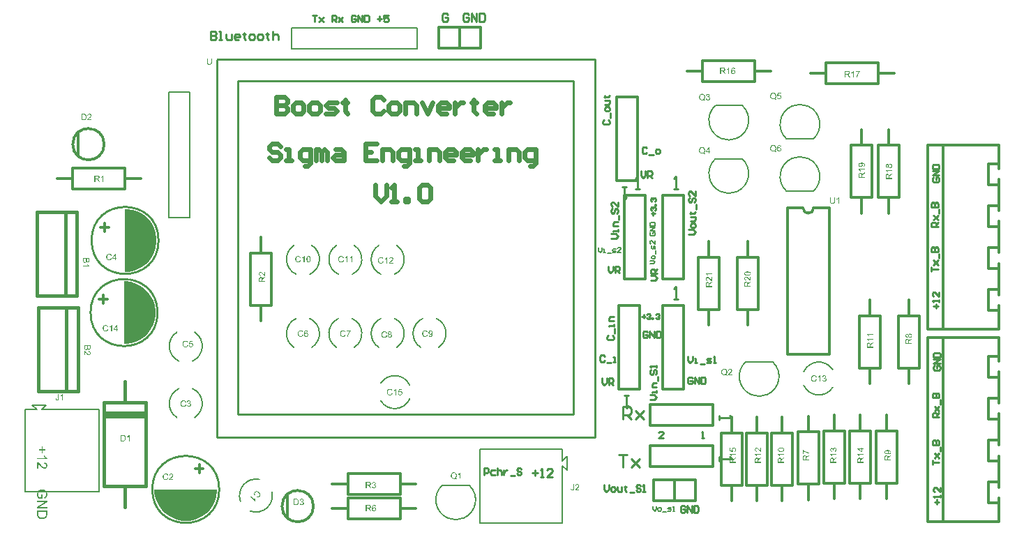
<source format=gto>
G04*
G04 #@! TF.GenerationSoftware,Altium Limited,Altium Designer,22.5.1 (42)*
G04*
G04 Layer_Color=65535*
%FSLAX25Y25*%
%MOIN*%
G70*
G04*
G04 #@! TF.SameCoordinates,4BF25F8D-FF95-44F9-8C9D-AD32542E46D1*
G04*
G04*
G04 #@! TF.FilePolarity,Positive*
G04*
G01*
G75*
%ADD10C,0.01000*%
%ADD11C,0.01200*%
%ADD12C,0.00600*%
%ADD13C,0.00787*%
%ADD14C,0.01500*%
%ADD15C,0.02362*%
G36*
X64000Y17500D02*
Y16319D01*
X64369Y13987D01*
X65099Y11742D01*
X66171Y9638D01*
X67559Y7728D01*
X69228Y6059D01*
X71138Y4671D01*
X73242Y3599D01*
X75488Y2869D01*
X77820Y2500D01*
X80181D01*
X82512Y2869D01*
X84758Y3599D01*
X86862Y4671D01*
X88772Y6059D01*
X90441Y7728D01*
X91829Y9638D01*
X92901Y11742D01*
X93631Y13987D01*
X94000Y16319D01*
Y17500D01*
D01*
X64000D01*
D02*
G37*
G36*
X49500Y87000D02*
X50681D01*
X53013Y87369D01*
X55258Y88099D01*
X57362Y89171D01*
X59272Y90559D01*
X60941Y92228D01*
X62329Y94138D01*
X63401Y96242D01*
X64131Y98488D01*
X64500Y100820D01*
Y103181D01*
X64131Y105512D01*
X63401Y107758D01*
X62329Y109862D01*
X60941Y111772D01*
X59272Y113441D01*
X57362Y114829D01*
X55258Y115901D01*
X53013Y116631D01*
X50681Y117000D01*
X49500D01*
D01*
Y87000D01*
D02*
G37*
G36*
X50000Y121500D02*
X51180D01*
X53513Y121869D01*
X55758Y122599D01*
X57862Y123671D01*
X59772Y125059D01*
X61441Y126728D01*
X62829Y128638D01*
X63901Y130742D01*
X64631Y132987D01*
X65000Y135319D01*
Y137680D01*
X64631Y140013D01*
X63901Y142258D01*
X62829Y144362D01*
X61441Y146272D01*
X59772Y147941D01*
X57862Y149329D01*
X55758Y150401D01*
X53513Y151131D01*
X51180Y151500D01*
X50000D01*
D01*
Y121500D01*
D02*
G37*
G36*
X10637Y36699D02*
X11937D01*
Y36145D01*
X10637D01*
Y34844D01*
X10090D01*
Y36145D01*
X8775D01*
Y36699D01*
X10090D01*
Y38000D01*
X10637D01*
Y36699D01*
D02*
G37*
G36*
X11605Y33723D02*
X11619Y33710D01*
X11626Y33682D01*
X11647Y33647D01*
X11668Y33606D01*
X11695Y33557D01*
X11765Y33440D01*
X11841Y33301D01*
X11937Y33163D01*
X12048Y33018D01*
X12166Y32872D01*
X12173Y32865D01*
X12180Y32858D01*
X12200Y32838D01*
X12221Y32810D01*
X12290Y32748D01*
X12373Y32665D01*
X12470Y32582D01*
X12581Y32492D01*
X12692Y32416D01*
X12809Y32346D01*
Y31966D01*
X8000D01*
Y32554D01*
X11744D01*
X11737Y32561D01*
X11709Y32596D01*
X11668Y32637D01*
X11619Y32706D01*
X11557Y32782D01*
X11488Y32879D01*
X11412Y32990D01*
X11335Y33114D01*
Y33121D01*
X11328Y33128D01*
X11301Y33170D01*
X11266Y33239D01*
X11225Y33322D01*
X11176Y33419D01*
X11128Y33523D01*
X11079Y33627D01*
X11038Y33730D01*
X11605D01*
Y33723D01*
D02*
G37*
G36*
X8132Y30533D02*
X8194Y30526D01*
X8263Y30513D01*
X8332Y30499D01*
X8408Y30471D01*
X8415D01*
X8422Y30464D01*
X8464Y30450D01*
X8526Y30423D01*
X8609Y30381D01*
X8706Y30326D01*
X8817Y30257D01*
X8927Y30180D01*
X9045Y30084D01*
X9052D01*
X9059Y30070D01*
X9100Y30035D01*
X9163Y29973D01*
X9252Y29883D01*
X9356Y29779D01*
X9481Y29648D01*
X9619Y29488D01*
X9765Y29315D01*
X9771Y29309D01*
X9792Y29281D01*
X9827Y29239D01*
X9868Y29191D01*
X9924Y29129D01*
X9986Y29052D01*
X10055Y28976D01*
X10131Y28886D01*
X10297Y28713D01*
X10464Y28540D01*
X10547Y28457D01*
X10630Y28381D01*
X10706Y28312D01*
X10782Y28257D01*
X10789D01*
X10796Y28243D01*
X10816Y28229D01*
X10844Y28215D01*
X10920Y28167D01*
X11010Y28111D01*
X11121Y28063D01*
X11239Y28014D01*
X11370Y27987D01*
X11495Y27973D01*
X11502D01*
X11508D01*
X11550Y27980D01*
X11619Y27987D01*
X11695Y28008D01*
X11792Y28035D01*
X11889Y28084D01*
X11986Y28146D01*
X12083Y28229D01*
X12097Y28243D01*
X12124Y28277D01*
X12159Y28326D01*
X12207Y28402D01*
X12249Y28499D01*
X12290Y28610D01*
X12318Y28741D01*
X12325Y28886D01*
Y28928D01*
X12318Y28956D01*
X12311Y29039D01*
X12290Y29136D01*
X12263Y29239D01*
X12214Y29357D01*
X12152Y29468D01*
X12069Y29571D01*
X12055Y29585D01*
X12021Y29613D01*
X11965Y29654D01*
X11882Y29696D01*
X11785Y29744D01*
X11661Y29786D01*
X11522Y29814D01*
X11363Y29827D01*
X11425Y30430D01*
X11432D01*
X11453Y30423D01*
X11488D01*
X11536Y30416D01*
X11592Y30402D01*
X11654Y30388D01*
X11730Y30367D01*
X11806Y30347D01*
X11972Y30291D01*
X12138Y30208D01*
X12221Y30160D01*
X12304Y30097D01*
X12380Y30035D01*
X12450Y29966D01*
X12456Y29959D01*
X12463Y29945D01*
X12484Y29924D01*
X12505Y29890D01*
X12533Y29848D01*
X12560Y29800D01*
X12595Y29744D01*
X12630Y29675D01*
X12664Y29599D01*
X12699Y29516D01*
X12726Y29426D01*
X12754Y29329D01*
X12775Y29225D01*
X12796Y29115D01*
X12802Y28997D01*
X12809Y28872D01*
Y28803D01*
X12802Y28755D01*
X12796Y28699D01*
X12789Y28630D01*
X12775Y28554D01*
X12761Y28478D01*
X12712Y28298D01*
X12643Y28118D01*
X12602Y28028D01*
X12553Y27938D01*
X12491Y27855D01*
X12422Y27779D01*
X12415Y27772D01*
X12408Y27758D01*
X12380Y27745D01*
X12353Y27717D01*
X12318Y27682D01*
X12270Y27648D01*
X12221Y27613D01*
X12159Y27572D01*
X12027Y27502D01*
X11861Y27433D01*
X11778Y27406D01*
X11681Y27392D01*
X11585Y27378D01*
X11481Y27371D01*
X11467D01*
X11432D01*
X11377Y27378D01*
X11301Y27385D01*
X11218Y27399D01*
X11121Y27426D01*
X11017Y27454D01*
X10913Y27495D01*
X10899Y27502D01*
X10865Y27516D01*
X10809Y27544D01*
X10733Y27585D01*
X10650Y27641D01*
X10547Y27710D01*
X10443Y27793D01*
X10325Y27890D01*
X10311Y27904D01*
X10270Y27938D01*
X10235Y27973D01*
X10201Y28008D01*
X10159Y28049D01*
X10104Y28104D01*
X10048Y28160D01*
X9986Y28229D01*
X9917Y28298D01*
X9841Y28381D01*
X9765Y28471D01*
X9675Y28568D01*
X9585Y28679D01*
X9488Y28789D01*
X9481Y28796D01*
X9467Y28810D01*
X9446Y28838D01*
X9419Y28872D01*
X9377Y28914D01*
X9336Y28962D01*
X9246Y29073D01*
X9142Y29191D01*
X9038Y29302D01*
X8948Y29398D01*
X8913Y29440D01*
X8879Y29475D01*
X8872Y29482D01*
X8851Y29502D01*
X8823Y29530D01*
X8782Y29564D01*
X8733Y29599D01*
X8685Y29641D01*
X8567Y29724D01*
Y27364D01*
X8000D01*
Y30540D01*
X8007D01*
X8035D01*
X8076D01*
X8132Y30533D01*
D02*
G37*
G36*
X10451Y17493D02*
X10513D01*
X10589Y17486D01*
X10665Y17472D01*
X10755Y17465D01*
X10852Y17445D01*
X10956Y17431D01*
X11177Y17375D01*
X11406Y17306D01*
X11634Y17209D01*
X11641Y17202D01*
X11662Y17196D01*
X11689Y17182D01*
X11731Y17154D01*
X11786Y17126D01*
X11842Y17092D01*
X11973Y16995D01*
X12125Y16877D01*
X12271Y16732D01*
X12416Y16566D01*
X12478Y16469D01*
X12541Y16372D01*
X12548Y16365D01*
X12554Y16344D01*
X12568Y16317D01*
X12589Y16275D01*
X12610Y16220D01*
X12638Y16158D01*
X12665Y16088D01*
X12693Y16005D01*
X12720Y15915D01*
X12741Y15818D01*
X12769Y15715D01*
X12790Y15604D01*
X12824Y15362D01*
X12838Y15237D01*
Y15016D01*
X12831Y14974D01*
Y14919D01*
X12817Y14787D01*
X12797Y14642D01*
X12762Y14490D01*
X12720Y14324D01*
X12665Y14164D01*
Y14158D01*
X12658Y14144D01*
X12651Y14123D01*
X12638Y14095D01*
X12596Y14019D01*
X12548Y13922D01*
X12478Y13818D01*
X12395Y13708D01*
X12305Y13604D01*
X12195Y13507D01*
X12181Y13493D01*
X12139Y13466D01*
X12077Y13424D01*
X11987Y13369D01*
X11876Y13313D01*
X11738Y13251D01*
X11586Y13189D01*
X11413Y13140D01*
X11260Y13715D01*
X11267D01*
X11274Y13722D01*
X11295Y13729D01*
X11323Y13735D01*
X11385Y13756D01*
X11468Y13784D01*
X11565Y13826D01*
X11655Y13874D01*
X11752Y13922D01*
X11835Y13985D01*
X11842Y13992D01*
X11869Y14012D01*
X11904Y14054D01*
X11952Y14102D01*
X12008Y14164D01*
X12063Y14248D01*
X12118Y14337D01*
X12167Y14441D01*
X12174Y14455D01*
X12188Y14490D01*
X12208Y14552D01*
X12236Y14635D01*
X12257Y14732D01*
X12278Y14843D01*
X12291Y14967D01*
X12298Y15099D01*
Y15175D01*
X12291Y15210D01*
Y15251D01*
X12285Y15355D01*
X12264Y15472D01*
X12243Y15604D01*
X12208Y15729D01*
X12160Y15853D01*
X12153Y15867D01*
X12139Y15908D01*
X12105Y15964D01*
X12070Y16033D01*
X12015Y16116D01*
X11959Y16206D01*
X11890Y16289D01*
X11814Y16365D01*
X11807Y16372D01*
X11779Y16400D01*
X11731Y16434D01*
X11676Y16476D01*
X11606Y16524D01*
X11523Y16573D01*
X11433Y16621D01*
X11337Y16670D01*
X11330D01*
X11316Y16677D01*
X11295Y16683D01*
X11260Y16697D01*
X11219Y16711D01*
X11170Y16725D01*
X11115Y16746D01*
X11053Y16759D01*
X10908Y16794D01*
X10741Y16822D01*
X10568Y16843D01*
X10375Y16849D01*
X10368D01*
X10347D01*
X10312D01*
X10271Y16843D01*
X10215D01*
X10146Y16836D01*
X10077Y16829D01*
X10001Y16822D01*
X9828Y16794D01*
X9648Y16759D01*
X9468Y16704D01*
X9295Y16635D01*
X9288D01*
X9274Y16621D01*
X9254Y16614D01*
X9226Y16593D01*
X9150Y16545D01*
X9053Y16469D01*
X8949Y16379D01*
X8845Y16268D01*
X8749Y16137D01*
X8659Y15991D01*
Y15984D01*
X8652Y15971D01*
X8638Y15950D01*
X8624Y15915D01*
X8610Y15881D01*
X8596Y15832D01*
X8555Y15721D01*
X8520Y15583D01*
X8485Y15431D01*
X8458Y15265D01*
X8451Y15092D01*
Y15023D01*
X8458Y14981D01*
Y14940D01*
X8472Y14836D01*
X8485Y14711D01*
X8513Y14580D01*
X8555Y14434D01*
X8603Y14289D01*
Y14282D01*
X8610Y14268D01*
X8617Y14254D01*
X8631Y14227D01*
X8665Y14151D01*
X8707Y14068D01*
X8755Y13971D01*
X8811Y13867D01*
X8873Y13770D01*
X8942Y13687D01*
X9842D01*
Y15099D01*
X10409D01*
Y13064D01*
X8631D01*
X8624Y13071D01*
X8617Y13085D01*
X8596Y13113D01*
X8568Y13147D01*
X8541Y13189D01*
X8506Y13237D01*
X8465Y13299D01*
X8423Y13362D01*
X8333Y13507D01*
X8236Y13673D01*
X8146Y13846D01*
X8070Y14033D01*
Y14040D01*
X8063Y14054D01*
X8056Y14082D01*
X8043Y14116D01*
X8029Y14164D01*
X8008Y14220D01*
X7994Y14282D01*
X7980Y14345D01*
X7946Y14497D01*
X7911Y14670D01*
X7890Y14856D01*
X7884Y15050D01*
Y15120D01*
X7890Y15168D01*
Y15230D01*
X7897Y15306D01*
X7911Y15389D01*
X7918Y15479D01*
X7960Y15680D01*
X8008Y15895D01*
X8084Y16116D01*
X8126Y16227D01*
X8181Y16337D01*
X8188Y16344D01*
X8195Y16365D01*
X8216Y16393D01*
X8236Y16434D01*
X8271Y16483D01*
X8306Y16531D01*
X8403Y16663D01*
X8527Y16801D01*
X8679Y16946D01*
X8852Y17085D01*
X9053Y17209D01*
X9060D01*
X9081Y17223D01*
X9108Y17237D01*
X9157Y17258D01*
X9205Y17279D01*
X9274Y17299D01*
X9344Y17327D01*
X9427Y17355D01*
X9517Y17382D01*
X9620Y17410D01*
X9724Y17431D01*
X9835Y17452D01*
X10077Y17486D01*
X10333Y17500D01*
X10340D01*
X10368D01*
X10402D01*
X10451Y17493D01*
D02*
G37*
G36*
X12755Y11486D02*
X8991Y8975D01*
X12755D01*
Y8366D01*
X7966D01*
Y9023D01*
X11724Y11528D01*
X7966D01*
Y12137D01*
X12755D01*
Y11486D01*
D02*
G37*
G36*
Y5459D02*
X12748Y5335D01*
X12741Y5196D01*
X12728Y5058D01*
X12707Y4919D01*
X12686Y4802D01*
Y4795D01*
X12679Y4781D01*
Y4760D01*
X12665Y4733D01*
X12644Y4656D01*
X12610Y4560D01*
X12561Y4449D01*
X12499Y4331D01*
X12430Y4214D01*
X12340Y4103D01*
X12333Y4096D01*
X12326Y4089D01*
X12305Y4068D01*
X12285Y4041D01*
X12215Y3971D01*
X12118Y3888D01*
X12001Y3798D01*
X11863Y3701D01*
X11703Y3611D01*
X11523Y3535D01*
X11517D01*
X11503Y3528D01*
X11475Y3515D01*
X11433Y3508D01*
X11385Y3487D01*
X11330Y3473D01*
X11267Y3459D01*
X11191Y3439D01*
X11115Y3418D01*
X11025Y3404D01*
X10831Y3369D01*
X10617Y3349D01*
X10382Y3342D01*
X10375D01*
X10361D01*
X10326D01*
X10292D01*
X10243Y3349D01*
X10188D01*
X10056Y3356D01*
X9904Y3376D01*
X9745Y3397D01*
X9579Y3432D01*
X9413Y3473D01*
X9406D01*
X9392Y3480D01*
X9371Y3487D01*
X9344Y3494D01*
X9268Y3522D01*
X9171Y3563D01*
X9060Y3605D01*
X8949Y3660D01*
X8832Y3729D01*
X8721Y3798D01*
X8707Y3805D01*
X8672Y3833D01*
X8624Y3875D01*
X8562Y3930D01*
X8492Y3992D01*
X8423Y4068D01*
X8347Y4144D01*
X8285Y4234D01*
X8278Y4248D01*
X8257Y4276D01*
X8230Y4324D01*
X8195Y4394D01*
X8153Y4477D01*
X8119Y4573D01*
X8077Y4684D01*
X8043Y4809D01*
Y4823D01*
X8036Y4843D01*
X8029Y4864D01*
X8022Y4933D01*
X8008Y5030D01*
X7994Y5141D01*
X7980Y5272D01*
X7973Y5418D01*
X7966Y5577D01*
Y7300D01*
X12755D01*
Y5459D01*
D02*
G37*
G36*
X91477Y221776D02*
Y221772D01*
Y221754D01*
Y221732D01*
Y221702D01*
X91473Y221662D01*
Y221619D01*
X91469Y221566D01*
X91464Y221514D01*
X91451Y221396D01*
X91434Y221273D01*
X91407Y221156D01*
X91390Y221099D01*
X91372Y221046D01*
Y221042D01*
X91368Y221033D01*
X91359Y221020D01*
X91351Y221003D01*
X91324Y220954D01*
X91285Y220893D01*
X91233Y220823D01*
X91171Y220754D01*
X91093Y220679D01*
X90997Y220614D01*
X90992D01*
X90983Y220605D01*
X90970Y220601D01*
X90948Y220587D01*
X90922Y220574D01*
X90887Y220561D01*
X90852Y220548D01*
X90809Y220531D01*
X90761Y220513D01*
X90708Y220500D01*
X90651Y220487D01*
X90586Y220474D01*
X90520Y220465D01*
X90450Y220456D01*
X90293Y220448D01*
X90254D01*
X90223Y220452D01*
X90188D01*
X90144Y220456D01*
X90096Y220461D01*
X90048Y220465D01*
X89939Y220482D01*
X89821Y220509D01*
X89707Y220544D01*
X89598Y220592D01*
X89594D01*
X89585Y220601D01*
X89572Y220609D01*
X89555Y220618D01*
X89506Y220653D01*
X89450Y220701D01*
X89384Y220762D01*
X89323Y220832D01*
X89262Y220919D01*
X89214Y221016D01*
Y221020D01*
X89209Y221029D01*
X89205Y221046D01*
X89196Y221068D01*
X89187Y221094D01*
X89179Y221129D01*
X89166Y221169D01*
X89157Y221217D01*
X89148Y221269D01*
X89135Y221326D01*
X89126Y221387D01*
X89117Y221453D01*
X89109Y221527D01*
X89104Y221606D01*
X89100Y221689D01*
Y221776D01*
Y223524D01*
X89502D01*
Y221776D01*
Y221772D01*
Y221759D01*
Y221737D01*
Y221710D01*
X89506Y221680D01*
Y221641D01*
X89511Y221557D01*
X89520Y221461D01*
X89533Y221365D01*
X89550Y221273D01*
X89559Y221234D01*
X89572Y221195D01*
X89576Y221186D01*
X89585Y221164D01*
X89607Y221134D01*
X89633Y221090D01*
X89664Y221046D01*
X89707Y220998D01*
X89760Y220950D01*
X89821Y220911D01*
X89830Y220906D01*
X89852Y220893D01*
X89891Y220880D01*
X89943Y220863D01*
X90005Y220841D01*
X90083Y220828D01*
X90166Y220815D01*
X90258Y220810D01*
X90302D01*
X90328Y220815D01*
X90367D01*
X90407Y220819D01*
X90503Y220836D01*
X90608Y220858D01*
X90708Y220893D01*
X90804Y220941D01*
X90848Y220972D01*
X90887Y221007D01*
X90892Y221011D01*
X90896Y221016D01*
X90905Y221029D01*
X90918Y221046D01*
X90931Y221073D01*
X90948Y221099D01*
X90966Y221138D01*
X90983Y221177D01*
X91001Y221225D01*
X91014Y221282D01*
X91031Y221348D01*
X91045Y221418D01*
X91058Y221496D01*
X91066Y221579D01*
X91075Y221675D01*
Y221776D01*
Y223524D01*
X91477D01*
Y221776D01*
D02*
G37*
G36*
X389232Y155284D02*
Y155279D01*
Y155262D01*
Y155240D01*
Y155209D01*
X389227Y155170D01*
Y155126D01*
X389223Y155074D01*
X389218Y155022D01*
X389205Y154903D01*
X389188Y154781D01*
X389162Y154663D01*
X389144Y154606D01*
X389127Y154554D01*
Y154550D01*
X389122Y154541D01*
X389114Y154528D01*
X389105Y154510D01*
X389079Y154462D01*
X389039Y154401D01*
X388987Y154331D01*
X388926Y154261D01*
X388847Y154187D01*
X388751Y154121D01*
X388747D01*
X388738Y154113D01*
X388725Y154108D01*
X388703Y154095D01*
X388677Y154082D01*
X388642Y154069D01*
X388607Y154056D01*
X388563Y154038D01*
X388515Y154021D01*
X388462Y154008D01*
X388406Y153995D01*
X388340Y153981D01*
X388275Y153973D01*
X388205Y153964D01*
X388047Y153955D01*
X388008D01*
X387977Y153960D01*
X387943D01*
X387899Y153964D01*
X387851Y153968D01*
X387803Y153973D01*
X387693Y153990D01*
X387575Y154016D01*
X387462Y154051D01*
X387352Y154099D01*
X387348D01*
X387339Y154108D01*
X387326Y154117D01*
X387309Y154126D01*
X387261Y154161D01*
X387204Y154209D01*
X387138Y154270D01*
X387077Y154340D01*
X387016Y154427D01*
X386968Y154523D01*
Y154528D01*
X386964Y154536D01*
X386959Y154554D01*
X386950Y154576D01*
X386942Y154602D01*
X386933Y154637D01*
X386920Y154676D01*
X386911Y154724D01*
X386902Y154777D01*
X386889Y154834D01*
X386880Y154895D01*
X386872Y154960D01*
X386863Y155035D01*
X386859Y155113D01*
X386854Y155196D01*
Y155284D01*
Y157032D01*
X387256D01*
Y155284D01*
Y155279D01*
Y155266D01*
Y155244D01*
Y155218D01*
X387261Y155188D01*
Y155148D01*
X387265Y155065D01*
X387274Y154969D01*
X387287Y154873D01*
X387304Y154781D01*
X387313Y154742D01*
X387326Y154702D01*
X387331Y154694D01*
X387339Y154672D01*
X387361Y154641D01*
X387387Y154598D01*
X387418Y154554D01*
X387462Y154506D01*
X387514Y154458D01*
X387575Y154418D01*
X387584Y154414D01*
X387606Y154401D01*
X387645Y154388D01*
X387698Y154370D01*
X387759Y154349D01*
X387838Y154335D01*
X387921Y154322D01*
X388012Y154318D01*
X388056D01*
X388082Y154322D01*
X388122D01*
X388161Y154327D01*
X388257Y154344D01*
X388362Y154366D01*
X388462Y154401D01*
X388559Y154449D01*
X388602Y154480D01*
X388642Y154515D01*
X388646Y154519D01*
X388650Y154523D01*
X388659Y154536D01*
X388672Y154554D01*
X388685Y154580D01*
X388703Y154606D01*
X388720Y154646D01*
X388738Y154685D01*
X388755Y154733D01*
X388768Y154790D01*
X388786Y154855D01*
X388799Y154925D01*
X388812Y155004D01*
X388821Y155087D01*
X388830Y155183D01*
Y155284D01*
Y157032D01*
X389232D01*
Y155284D01*
D02*
G37*
G36*
X391146Y154008D02*
X390774D01*
Y156372D01*
X390770Y156368D01*
X390748Y156350D01*
X390722Y156324D01*
X390678Y156293D01*
X390630Y156254D01*
X390569Y156210D01*
X390499Y156162D01*
X390420Y156114D01*
X390416D01*
X390411Y156110D01*
X390385Y156092D01*
X390342Y156070D01*
X390289Y156044D01*
X390228Y156014D01*
X390162Y155983D01*
X390097Y155952D01*
X390031Y155926D01*
Y156284D01*
X390036D01*
X390044Y156293D01*
X390062Y156298D01*
X390084Y156311D01*
X390110Y156324D01*
X390141Y156341D01*
X390215Y156385D01*
X390302Y156433D01*
X390390Y156494D01*
X390481Y156564D01*
X390573Y156638D01*
X390578Y156643D01*
X390582Y156647D01*
X390595Y156660D01*
X390613Y156673D01*
X390652Y156717D01*
X390704Y156770D01*
X390757Y156831D01*
X390813Y156901D01*
X390862Y156971D01*
X390905Y157045D01*
X391146D01*
Y154008D01*
D02*
G37*
G36*
X330519Y120450D02*
X328154D01*
X328159Y120445D01*
X328176Y120423D01*
X328203Y120397D01*
X328233Y120354D01*
X328272Y120306D01*
X328316Y120244D01*
X328364Y120174D01*
X328412Y120096D01*
Y120091D01*
X328417Y120087D01*
X328434Y120061D01*
X328456Y120017D01*
X328482Y119965D01*
X328513Y119904D01*
X328543Y119838D01*
X328574Y119772D01*
X328600Y119707D01*
X328242D01*
Y119711D01*
X328233Y119720D01*
X328229Y119737D01*
X328216Y119759D01*
X328203Y119785D01*
X328185Y119816D01*
X328141Y119890D01*
X328093Y119978D01*
X328032Y120065D01*
X327962Y120157D01*
X327888Y120249D01*
X327884Y120253D01*
X327879Y120257D01*
X327866Y120271D01*
X327853Y120288D01*
X327809Y120327D01*
X327757Y120380D01*
X327696Y120432D01*
X327626Y120489D01*
X327556Y120537D01*
X327481Y120581D01*
Y120821D01*
X330519D01*
Y120450D01*
D02*
G37*
G36*
Y117019D02*
X330514D01*
X330497D01*
X330470D01*
X330435Y117024D01*
X330396Y117028D01*
X330352Y117037D01*
X330309Y117045D01*
X330261Y117063D01*
X330256D01*
X330252Y117067D01*
X330226Y117076D01*
X330187Y117094D01*
X330134Y117120D01*
X330073Y117155D01*
X330003Y117199D01*
X329933Y117246D01*
X329859Y117308D01*
X329854D01*
X329850Y117316D01*
X329824Y117338D01*
X329784Y117378D01*
X329728Y117434D01*
X329662Y117500D01*
X329583Y117583D01*
X329496Y117683D01*
X329404Y117793D01*
X329400Y117797D01*
X329387Y117815D01*
X329365Y117841D01*
X329339Y117871D01*
X329304Y117911D01*
X329264Y117959D01*
X329221Y118007D01*
X329173Y118064D01*
X329068Y118173D01*
X328963Y118282D01*
X328910Y118335D01*
X328858Y118383D01*
X328810Y118426D01*
X328762Y118461D01*
X328758D01*
X328753Y118470D01*
X328740Y118479D01*
X328723Y118488D01*
X328674Y118518D01*
X328618Y118553D01*
X328548Y118584D01*
X328473Y118614D01*
X328390Y118632D01*
X328312Y118641D01*
X328307D01*
X328303D01*
X328277Y118636D01*
X328233Y118632D01*
X328185Y118619D01*
X328124Y118601D01*
X328063Y118571D01*
X328001Y118531D01*
X327940Y118479D01*
X327931Y118470D01*
X327914Y118448D01*
X327892Y118418D01*
X327862Y118370D01*
X327835Y118308D01*
X327809Y118238D01*
X327792Y118156D01*
X327787Y118064D01*
Y118037D01*
X327792Y118020D01*
X327796Y117968D01*
X327809Y117906D01*
X327827Y117841D01*
X327857Y117767D01*
X327897Y117697D01*
X327949Y117631D01*
X327958Y117622D01*
X327980Y117605D01*
X328015Y117579D01*
X328067Y117552D01*
X328128Y117522D01*
X328207Y117496D01*
X328294Y117478D01*
X328395Y117469D01*
X328355Y117089D01*
X328351D01*
X328338Y117094D01*
X328316D01*
X328286Y117098D01*
X328251Y117107D01*
X328211Y117115D01*
X328163Y117129D01*
X328115Y117142D01*
X328010Y117177D01*
X327905Y117229D01*
X327853Y117260D01*
X327800Y117299D01*
X327752Y117338D01*
X327709Y117382D01*
X327704Y117386D01*
X327700Y117395D01*
X327687Y117408D01*
X327674Y117430D01*
X327656Y117456D01*
X327639Y117487D01*
X327617Y117522D01*
X327595Y117566D01*
X327573Y117614D01*
X327551Y117666D01*
X327534Y117723D01*
X327516Y117784D01*
X327503Y117850D01*
X327490Y117920D01*
X327486Y117994D01*
X327481Y118072D01*
Y118116D01*
X327486Y118147D01*
X327490Y118182D01*
X327495Y118225D01*
X327503Y118273D01*
X327512Y118322D01*
X327543Y118435D01*
X327586Y118549D01*
X327612Y118606D01*
X327643Y118662D01*
X327682Y118715D01*
X327726Y118763D01*
X327730Y118767D01*
X327735Y118776D01*
X327752Y118785D01*
X327770Y118802D01*
X327792Y118824D01*
X327822Y118846D01*
X327853Y118868D01*
X327892Y118894D01*
X327975Y118938D01*
X328080Y118981D01*
X328133Y118999D01*
X328194Y119008D01*
X328255Y119016D01*
X328321Y119021D01*
X328329D01*
X328351D01*
X328386Y119016D01*
X328434Y119012D01*
X328486Y119003D01*
X328548Y118986D01*
X328613Y118968D01*
X328679Y118942D01*
X328688Y118938D01*
X328709Y118929D01*
X328744Y118912D01*
X328792Y118885D01*
X328845Y118850D01*
X328910Y118807D01*
X328976Y118754D01*
X329050Y118693D01*
X329059Y118684D01*
X329085Y118662D01*
X329107Y118641D01*
X329129Y118619D01*
X329155Y118593D01*
X329190Y118558D01*
X329225Y118523D01*
X329264Y118479D01*
X329308Y118435D01*
X329356Y118383D01*
X329404Y118326D01*
X329461Y118265D01*
X329518Y118195D01*
X329579Y118125D01*
X329583Y118121D01*
X329592Y118112D01*
X329605Y118094D01*
X329623Y118072D01*
X329649Y118046D01*
X329675Y118016D01*
X329732Y117946D01*
X329798Y117871D01*
X329863Y117801D01*
X329920Y117740D01*
X329942Y117714D01*
X329964Y117692D01*
X329968Y117688D01*
X329981Y117675D01*
X329998Y117657D01*
X330025Y117636D01*
X330055Y117614D01*
X330086Y117587D01*
X330160Y117535D01*
Y119025D01*
X330519D01*
Y117019D01*
D02*
G37*
G36*
Y116338D02*
X329889Y115940D01*
X329885D01*
X329876Y115931D01*
X329863Y115922D01*
X329846Y115909D01*
X329798Y115879D01*
X329736Y115839D01*
X329671Y115791D01*
X329601Y115743D01*
X329535Y115695D01*
X329474Y115652D01*
X329470Y115647D01*
X329452Y115634D01*
X329426Y115612D01*
X329396Y115582D01*
X329330Y115516D01*
X329299Y115481D01*
X329273Y115446D01*
X329269Y115442D01*
X329264Y115433D01*
X329256Y115416D01*
X329242Y115389D01*
X329229Y115363D01*
X329216Y115332D01*
X329194Y115263D01*
Y115258D01*
X329190Y115250D01*
Y115232D01*
X329186Y115210D01*
X329181Y115180D01*
Y115145D01*
X329177Y115096D01*
Y114581D01*
X330519D01*
Y114179D01*
X327495D01*
Y115582D01*
X327499Y115617D01*
Y115656D01*
X327503Y115748D01*
X327516Y115844D01*
X327530Y115949D01*
X327551Y116045D01*
X327564Y116093D01*
X327578Y116132D01*
Y116137D01*
X327582Y116141D01*
X327595Y116167D01*
X327612Y116207D01*
X327643Y116254D01*
X327682Y116307D01*
X327735Y116364D01*
X327796Y116416D01*
X327866Y116469D01*
X327870D01*
X327875Y116473D01*
X327901Y116490D01*
X327945Y116508D01*
X328001Y116534D01*
X328067Y116556D01*
X328146Y116578D01*
X328229Y116591D01*
X328321Y116595D01*
X328325D01*
X328334D01*
X328351D01*
X328373Y116591D01*
X328403D01*
X328434Y116587D01*
X328508Y116569D01*
X328596Y116543D01*
X328688Y116508D01*
X328779Y116456D01*
X328823Y116421D01*
X328867Y116386D01*
X328871Y116381D01*
X328875Y116377D01*
X328889Y116364D01*
X328902Y116346D01*
X328919Y116324D01*
X328937Y116298D01*
X328959Y116263D01*
X328985Y116228D01*
X329007Y116185D01*
X329028Y116137D01*
X329055Y116084D01*
X329077Y116027D01*
X329094Y115962D01*
X329116Y115896D01*
X329129Y115822D01*
X329142Y115743D01*
X329146Y115752D01*
X329155Y115770D01*
X329173Y115796D01*
X329190Y115831D01*
X329238Y115909D01*
X329269Y115949D01*
X329295Y115984D01*
X329304Y115992D01*
X329326Y116014D01*
X329361Y116049D01*
X329404Y116093D01*
X329465Y116141D01*
X329531Y116198D01*
X329610Y116254D01*
X329697Y116316D01*
X330519Y116836D01*
Y116338D01*
D02*
G37*
G36*
X347638Y121605D02*
X347690D01*
X347747Y121601D01*
X347808Y121597D01*
X347948Y121583D01*
X348092Y121562D01*
X348232Y121535D01*
X348298Y121518D01*
X348363Y121496D01*
X348367D01*
X348376Y121492D01*
X348394Y121483D01*
X348415Y121474D01*
X348446Y121465D01*
X348477Y121448D01*
X348551Y121413D01*
X348630Y121369D01*
X348717Y121312D01*
X348796Y121247D01*
X348870Y121168D01*
Y121164D01*
X348879Y121160D01*
X348887Y121146D01*
X348896Y121129D01*
X348909Y121107D01*
X348927Y121085D01*
X348957Y121020D01*
X348988Y120941D01*
X349019Y120849D01*
X349036Y120740D01*
X349045Y120622D01*
Y120578D01*
X349040Y120548D01*
X349036Y120513D01*
X349027Y120469D01*
X349019Y120421D01*
X349006Y120369D01*
X348988Y120316D01*
X348971Y120259D01*
X348944Y120203D01*
X348914Y120146D01*
X348879Y120089D01*
X348835Y120032D01*
X348787Y119980D01*
X348734Y119931D01*
X348730Y119927D01*
X348717Y119918D01*
X348695Y119905D01*
X348660Y119884D01*
X348621Y119862D01*
X348569Y119840D01*
X348507Y119809D01*
X348437Y119783D01*
X348359Y119757D01*
X348267Y119730D01*
X348166Y119704D01*
X348053Y119682D01*
X347930Y119661D01*
X347799Y119648D01*
X347655Y119639D01*
X347502Y119634D01*
X347498D01*
X347480D01*
X347450D01*
X347415D01*
X347367Y119639D01*
X347314D01*
X347257Y119643D01*
X347192Y119648D01*
X347056Y119661D01*
X346912Y119682D01*
X346768Y119709D01*
X346703Y119726D01*
X346637Y119744D01*
X346633D01*
X346624Y119748D01*
X346606Y119757D01*
X346585Y119765D01*
X346554Y119774D01*
X346523Y119792D01*
X346449Y119827D01*
X346370Y119870D01*
X346287Y119927D01*
X346204Y119993D01*
X346134Y120071D01*
Y120076D01*
X346126Y120080D01*
X346117Y120093D01*
X346108Y120111D01*
X346091Y120133D01*
X346078Y120159D01*
X346043Y120224D01*
X346012Y120303D01*
X345981Y120395D01*
X345964Y120504D01*
X345955Y120622D01*
Y120661D01*
X345960Y120709D01*
X345968Y120766D01*
X345981Y120832D01*
X345999Y120902D01*
X346021Y120976D01*
X346056Y121046D01*
Y121050D01*
X346060Y121055D01*
X346073Y121077D01*
X346095Y121111D01*
X346126Y121155D01*
X346169Y121203D01*
X346217Y121256D01*
X346274Y121304D01*
X346340Y121352D01*
X346349Y121356D01*
X346370Y121374D01*
X346410Y121391D01*
X346466Y121422D01*
X346532Y121448D01*
X346606Y121483D01*
X346694Y121513D01*
X346790Y121540D01*
X346794D01*
X346803Y121544D01*
X346816Y121548D01*
X346838Y121553D01*
X346864Y121557D01*
X346895Y121562D01*
X346934Y121570D01*
X346978Y121575D01*
X347026Y121583D01*
X347078Y121588D01*
X347140Y121592D01*
X347201Y121601D01*
X347271Y121605D01*
X347340D01*
X347419Y121610D01*
X347502D01*
X347507D01*
X347524D01*
X347555D01*
X347590D01*
X347638Y121605D01*
D02*
G37*
G36*
X348992Y117231D02*
X348988D01*
X348971D01*
X348944D01*
X348909Y117235D01*
X348870Y117240D01*
X348826Y117248D01*
X348783Y117257D01*
X348734Y117275D01*
X348730D01*
X348726Y117279D01*
X348700Y117288D01*
X348660Y117305D01*
X348608Y117331D01*
X348547Y117366D01*
X348477Y117410D01*
X348407Y117458D01*
X348333Y117519D01*
X348328D01*
X348324Y117528D01*
X348298Y117550D01*
X348258Y117589D01*
X348201Y117646D01*
X348136Y117712D01*
X348057Y117795D01*
X347970Y117895D01*
X347878Y118004D01*
X347874Y118009D01*
X347861Y118026D01*
X347839Y118052D01*
X347812Y118083D01*
X347778Y118122D01*
X347738Y118170D01*
X347694Y118219D01*
X347646Y118275D01*
X347541Y118385D01*
X347437Y118494D01*
X347384Y118546D01*
X347332Y118594D01*
X347284Y118638D01*
X347236Y118673D01*
X347231D01*
X347227Y118682D01*
X347214Y118691D01*
X347196Y118699D01*
X347148Y118730D01*
X347091Y118765D01*
X347022Y118795D01*
X346947Y118826D01*
X346864Y118843D01*
X346785Y118852D01*
X346781D01*
X346777D01*
X346750Y118848D01*
X346707Y118843D01*
X346659Y118830D01*
X346598Y118813D01*
X346536Y118782D01*
X346475Y118743D01*
X346414Y118691D01*
X346405Y118682D01*
X346388Y118660D01*
X346366Y118629D01*
X346335Y118581D01*
X346309Y118520D01*
X346283Y118450D01*
X346266Y118367D01*
X346261Y118275D01*
Y118249D01*
X346266Y118232D01*
X346270Y118179D01*
X346283Y118118D01*
X346300Y118052D01*
X346331Y117978D01*
X346370Y117908D01*
X346423Y117843D01*
X346431Y117834D01*
X346453Y117816D01*
X346488Y117790D01*
X346541Y117764D01*
X346602Y117733D01*
X346681Y117707D01*
X346768Y117690D01*
X346868Y117681D01*
X346829Y117301D01*
X346825D01*
X346812Y117305D01*
X346790D01*
X346759Y117309D01*
X346724Y117318D01*
X346685Y117327D01*
X346637Y117340D01*
X346589Y117353D01*
X346484Y117388D01*
X346379Y117441D01*
X346327Y117471D01*
X346274Y117511D01*
X346226Y117550D01*
X346182Y117594D01*
X346178Y117598D01*
X346174Y117607D01*
X346161Y117620D01*
X346147Y117642D01*
X346130Y117668D01*
X346112Y117699D01*
X346091Y117733D01*
X346069Y117777D01*
X346047Y117825D01*
X346025Y117878D01*
X346008Y117934D01*
X345990Y117996D01*
X345977Y118061D01*
X345964Y118131D01*
X345960Y118205D01*
X345955Y118284D01*
Y118328D01*
X345960Y118358D01*
X345964Y118393D01*
X345968Y118437D01*
X345977Y118485D01*
X345986Y118533D01*
X346016Y118647D01*
X346060Y118760D01*
X346086Y118817D01*
X346117Y118874D01*
X346156Y118926D01*
X346200Y118974D01*
X346204Y118979D01*
X346209Y118988D01*
X346226Y118996D01*
X346244Y119014D01*
X346266Y119036D01*
X346296Y119058D01*
X346327Y119079D01*
X346366Y119106D01*
X346449Y119149D01*
X346554Y119193D01*
X346606Y119211D01*
X346668Y119219D01*
X346729Y119228D01*
X346794Y119232D01*
X346803D01*
X346825D01*
X346860Y119228D01*
X346908Y119224D01*
X346960Y119215D01*
X347022Y119197D01*
X347087Y119180D01*
X347153Y119154D01*
X347161Y119149D01*
X347183Y119141D01*
X347218Y119123D01*
X347266Y119097D01*
X347319Y119062D01*
X347384Y119018D01*
X347450Y118966D01*
X347524Y118905D01*
X347533Y118896D01*
X347559Y118874D01*
X347581Y118852D01*
X347603Y118830D01*
X347629Y118804D01*
X347664Y118769D01*
X347699Y118734D01*
X347738Y118691D01*
X347782Y118647D01*
X347830Y118594D01*
X347878Y118537D01*
X347935Y118476D01*
X347992Y118406D01*
X348053Y118336D01*
X348057Y118332D01*
X348066Y118323D01*
X348079Y118306D01*
X348096Y118284D01*
X348123Y118258D01*
X348149Y118227D01*
X348206Y118157D01*
X348271Y118083D01*
X348337Y118013D01*
X348394Y117952D01*
X348415Y117926D01*
X348437Y117904D01*
X348442Y117900D01*
X348455Y117886D01*
X348472Y117869D01*
X348499Y117847D01*
X348529Y117825D01*
X348560Y117799D01*
X348634Y117746D01*
Y119237D01*
X348992D01*
Y117231D01*
D02*
G37*
G36*
Y116549D02*
X348363Y116151D01*
X348359D01*
X348350Y116143D01*
X348337Y116134D01*
X348319Y116121D01*
X348271Y116090D01*
X348210Y116051D01*
X348145Y116003D01*
X348075Y115955D01*
X348009Y115907D01*
X347948Y115863D01*
X347944Y115859D01*
X347926Y115846D01*
X347900Y115824D01*
X347869Y115793D01*
X347804Y115728D01*
X347773Y115693D01*
X347747Y115658D01*
X347743Y115653D01*
X347738Y115645D01*
X347729Y115627D01*
X347716Y115601D01*
X347703Y115575D01*
X347690Y115544D01*
X347668Y115474D01*
Y115470D01*
X347664Y115461D01*
Y115444D01*
X347659Y115422D01*
X347655Y115391D01*
Y115356D01*
X347651Y115308D01*
Y114792D01*
X348992D01*
Y114390D01*
X345968D01*
Y115793D01*
X345973Y115828D01*
Y115867D01*
X345977Y115959D01*
X345990Y116055D01*
X346003Y116160D01*
X346025Y116256D01*
X346038Y116304D01*
X346051Y116344D01*
Y116348D01*
X346056Y116352D01*
X346069Y116379D01*
X346086Y116418D01*
X346117Y116466D01*
X346156Y116519D01*
X346209Y116575D01*
X346270Y116628D01*
X346340Y116680D01*
X346344D01*
X346349Y116685D01*
X346375Y116702D01*
X346418Y116720D01*
X346475Y116746D01*
X346541Y116768D01*
X346619Y116789D01*
X346703Y116803D01*
X346794Y116807D01*
X346799D01*
X346807D01*
X346825D01*
X346847Y116803D01*
X346877D01*
X346908Y116798D01*
X346982Y116781D01*
X347070Y116754D01*
X347161Y116720D01*
X347253Y116667D01*
X347297Y116632D01*
X347340Y116597D01*
X347345Y116593D01*
X347349Y116588D01*
X347362Y116575D01*
X347375Y116558D01*
X347393Y116536D01*
X347410Y116510D01*
X347432Y116475D01*
X347459Y116440D01*
X347480Y116396D01*
X347502Y116348D01*
X347528Y116296D01*
X347550Y116239D01*
X347568Y116173D01*
X347590Y116108D01*
X347603Y116033D01*
X347616Y115955D01*
X347620Y115964D01*
X347629Y115981D01*
X347646Y116007D01*
X347664Y116042D01*
X347712Y116121D01*
X347743Y116160D01*
X347769Y116195D01*
X347778Y116204D01*
X347799Y116226D01*
X347834Y116261D01*
X347878Y116304D01*
X347939Y116352D01*
X348005Y116409D01*
X348083Y116466D01*
X348171Y116527D01*
X348992Y117047D01*
Y116549D01*
D02*
G37*
G36*
X402063Y173612D02*
X402120D01*
X402186Y173607D01*
X402251Y173599D01*
X402400Y173586D01*
X402557Y173564D01*
X402706Y173533D01*
X402780Y173511D01*
X402846Y173489D01*
X402850D01*
X402859Y173485D01*
X402876Y173476D01*
X402902Y173468D01*
X402929Y173454D01*
X402964Y173437D01*
X403038Y173393D01*
X403121Y173341D01*
X403208Y173280D01*
X403291Y173201D01*
X403366Y173114D01*
Y173109D01*
X403374Y173100D01*
X403383Y173087D01*
X403392Y173070D01*
X403405Y173044D01*
X403422Y173018D01*
X403440Y172983D01*
X403453Y172948D01*
X403488Y172864D01*
X403519Y172764D01*
X403536Y172655D01*
X403545Y172532D01*
Y172497D01*
X403540Y172476D01*
Y172445D01*
X403536Y172410D01*
X403519Y172327D01*
X403497Y172235D01*
X403462Y172139D01*
X403414Y172043D01*
X403383Y171995D01*
X403348Y171951D01*
X403344Y171947D01*
X403339Y171942D01*
X403326Y171929D01*
X403313Y171916D01*
X403291Y171899D01*
X403265Y171877D01*
X403204Y171833D01*
X403125Y171790D01*
X403029Y171746D01*
X402920Y171711D01*
X402793Y171685D01*
X402763Y172043D01*
X402767D01*
X402776Y172047D01*
X402784D01*
X402802Y172052D01*
X402850Y172065D01*
X402902Y172082D01*
X402964Y172104D01*
X403025Y172135D01*
X403082Y172170D01*
X403130Y172213D01*
X403134Y172218D01*
X403147Y172235D01*
X403165Y172266D01*
X403182Y172301D01*
X403204Y172349D01*
X403221Y172406D01*
X403234Y172471D01*
X403239Y172541D01*
Y172572D01*
X403234Y172602D01*
X403230Y172642D01*
X403221Y172690D01*
X403208Y172738D01*
X403191Y172790D01*
X403165Y172838D01*
X403160Y172843D01*
X403152Y172860D01*
X403134Y172886D01*
X403108Y172913D01*
X403077Y172948D01*
X403042Y172983D01*
X403003Y173018D01*
X402955Y173052D01*
X402950Y173057D01*
X402929Y173066D01*
X402898Y173083D01*
X402859Y173100D01*
X402806Y173122D01*
X402745Y173144D01*
X402675Y173166D01*
X402597Y173188D01*
X402592D01*
X402588Y173192D01*
X402575D01*
X402557Y173197D01*
X402514Y173205D01*
X402457Y173219D01*
X402387Y173227D01*
X402312Y173236D01*
X402229Y173240D01*
X402142Y173245D01*
X402138D01*
X402125D01*
X402103D01*
X402068D01*
X402076Y173240D01*
X402098Y173223D01*
X402129Y173197D01*
X402173Y173166D01*
X402216Y173122D01*
X402264Y173070D01*
X402312Y173009D01*
X402356Y172939D01*
X402360Y172930D01*
X402374Y172904D01*
X402391Y172864D01*
X402409Y172817D01*
X402430Y172751D01*
X402448Y172681D01*
X402461Y172602D01*
X402465Y172519D01*
Y172484D01*
X402461Y172458D01*
X402457Y172423D01*
X402452Y172388D01*
X402444Y172345D01*
X402430Y172301D01*
X402400Y172200D01*
X402378Y172148D01*
X402352Y172095D01*
X402321Y172039D01*
X402282Y171986D01*
X402243Y171934D01*
X402194Y171886D01*
X402190Y171881D01*
X402181Y171873D01*
X402168Y171864D01*
X402146Y171846D01*
X402116Y171825D01*
X402085Y171803D01*
X402046Y171781D01*
X402002Y171759D01*
X401954Y171733D01*
X401902Y171711D01*
X401840Y171689D01*
X401779Y171667D01*
X401709Y171650D01*
X401635Y171641D01*
X401561Y171632D01*
X401478Y171628D01*
X401473D01*
X401456D01*
X401434D01*
X401404Y171632D01*
X401364Y171637D01*
X401316Y171641D01*
X401268Y171650D01*
X401211Y171663D01*
X401098Y171693D01*
X401036Y171715D01*
X400971Y171741D01*
X400910Y171772D01*
X400853Y171811D01*
X400792Y171851D01*
X400739Y171899D01*
X400735Y171903D01*
X400726Y171912D01*
X400713Y171925D01*
X400696Y171947D01*
X400674Y171973D01*
X400647Y172008D01*
X400626Y172043D01*
X400595Y172087D01*
X400569Y172130D01*
X400547Y172183D01*
X400499Y172301D01*
X400481Y172362D01*
X400468Y172432D01*
X400460Y172502D01*
X400455Y172576D01*
Y172607D01*
X400460Y172629D01*
Y172650D01*
X400464Y172681D01*
X400477Y172755D01*
X400494Y172838D01*
X400525Y172930D01*
X400564Y173022D01*
X400617Y173114D01*
Y173118D01*
X400626Y173122D01*
X400634Y173135D01*
X400647Y173153D01*
X400682Y173197D01*
X400731Y173254D01*
X400796Y173310D01*
X400875Y173376D01*
X400967Y173433D01*
X401071Y173485D01*
X401076D01*
X401085Y173489D01*
X401102Y173498D01*
X401124Y173507D01*
X401154Y173516D01*
X401194Y173529D01*
X401237Y173538D01*
X401286Y173551D01*
X401342Y173564D01*
X401408Y173577D01*
X401478Y173586D01*
X401552Y173594D01*
X401635Y173603D01*
X401722Y173612D01*
X401819Y173616D01*
X401919D01*
X401924D01*
X401945D01*
X401976D01*
X402015D01*
X402063Y173612D01*
D02*
G37*
G36*
X403492Y170304D02*
X401128D01*
X401132Y170299D01*
X401150Y170278D01*
X401176Y170251D01*
X401207Y170208D01*
X401246Y170159D01*
X401290Y170098D01*
X401338Y170028D01*
X401386Y169950D01*
Y169945D01*
X401390Y169941D01*
X401408Y169915D01*
X401430Y169871D01*
X401456Y169819D01*
X401486Y169757D01*
X401517Y169692D01*
X401548Y169626D01*
X401574Y169561D01*
X401216D01*
Y169565D01*
X401207Y169574D01*
X401202Y169591D01*
X401189Y169613D01*
X401176Y169640D01*
X401159Y169670D01*
X401115Y169744D01*
X401067Y169832D01*
X401006Y169919D01*
X400936Y170011D01*
X400862Y170103D01*
X400857Y170107D01*
X400853Y170111D01*
X400840Y170124D01*
X400827Y170142D01*
X400783Y170181D01*
X400731Y170234D01*
X400669Y170286D01*
X400599Y170343D01*
X400529Y170391D01*
X400455Y170435D01*
Y170675D01*
X403492D01*
Y170304D01*
D02*
G37*
G36*
Y168543D02*
X402863Y168145D01*
X402859D01*
X402850Y168136D01*
X402837Y168128D01*
X402819Y168114D01*
X402771Y168084D01*
X402710Y168044D01*
X402645Y167996D01*
X402575Y167948D01*
X402509Y167900D01*
X402448Y167857D01*
X402444Y167852D01*
X402426Y167839D01*
X402400Y167817D01*
X402369Y167787D01*
X402304Y167721D01*
X402273Y167686D01*
X402247Y167651D01*
X402243Y167647D01*
X402238Y167638D01*
X402229Y167621D01*
X402216Y167594D01*
X402203Y167568D01*
X402190Y167537D01*
X402168Y167468D01*
Y167463D01*
X402164Y167455D01*
Y167437D01*
X402160Y167415D01*
X402155Y167385D01*
Y167350D01*
X402151Y167301D01*
Y166786D01*
X403492D01*
Y166384D01*
X400468D01*
Y167787D01*
X400473Y167822D01*
Y167861D01*
X400477Y167953D01*
X400490Y168049D01*
X400503Y168154D01*
X400525Y168250D01*
X400538Y168298D01*
X400551Y168337D01*
Y168342D01*
X400556Y168346D01*
X400569Y168372D01*
X400586Y168412D01*
X400617Y168460D01*
X400656Y168512D01*
X400709Y168569D01*
X400770Y168621D01*
X400840Y168674D01*
X400844D01*
X400848Y168678D01*
X400875Y168696D01*
X400918Y168713D01*
X400975Y168739D01*
X401041Y168761D01*
X401119Y168783D01*
X401202Y168796D01*
X401294Y168800D01*
X401299D01*
X401307D01*
X401325D01*
X401347Y168796D01*
X401377D01*
X401408Y168792D01*
X401482Y168774D01*
X401570Y168748D01*
X401661Y168713D01*
X401753Y168661D01*
X401797Y168626D01*
X401840Y168591D01*
X401845Y168586D01*
X401849Y168582D01*
X401862Y168569D01*
X401875Y168551D01*
X401893Y168529D01*
X401910Y168503D01*
X401932Y168468D01*
X401959Y168433D01*
X401980Y168390D01*
X402002Y168342D01*
X402028Y168289D01*
X402050Y168232D01*
X402068Y168167D01*
X402090Y168101D01*
X402103Y168027D01*
X402116Y167948D01*
X402120Y167957D01*
X402129Y167974D01*
X402146Y168001D01*
X402164Y168036D01*
X402212Y168114D01*
X402243Y168154D01*
X402269Y168189D01*
X402278Y168197D01*
X402299Y168219D01*
X402334Y168254D01*
X402378Y168298D01*
X402439Y168346D01*
X402505Y168403D01*
X402583Y168460D01*
X402671Y168521D01*
X403492Y169041D01*
Y168543D01*
D02*
G37*
G36*
X415697Y173112D02*
X415728Y173107D01*
X415767Y173103D01*
X415811Y173094D01*
X415859Y173081D01*
X415959Y173051D01*
X416016Y173029D01*
X416069Y172998D01*
X416125Y172968D01*
X416178Y172933D01*
X416230Y172889D01*
X416283Y172841D01*
X416287Y172836D01*
X416296Y172828D01*
X416309Y172815D01*
X416322Y172793D01*
X416344Y172762D01*
X416366Y172732D01*
X416388Y172692D01*
X416414Y172649D01*
X416440Y172600D01*
X416462Y172544D01*
X416484Y172483D01*
X416505Y172421D01*
X416519Y172351D01*
X416532Y172277D01*
X416540Y172203D01*
X416545Y172120D01*
Y172076D01*
X416540Y172046D01*
X416536Y172006D01*
X416532Y171962D01*
X416523Y171914D01*
X416510Y171862D01*
X416479Y171744D01*
X416457Y171683D01*
X416435Y171626D01*
X416405Y171565D01*
X416370Y171504D01*
X416331Y171447D01*
X416283Y171394D01*
X416278Y171390D01*
X416269Y171381D01*
X416256Y171368D01*
X416234Y171351D01*
X416208Y171333D01*
X416178Y171307D01*
X416143Y171285D01*
X416099Y171259D01*
X416055Y171233D01*
X416003Y171211D01*
X415894Y171167D01*
X415828Y171150D01*
X415763Y171137D01*
X415693Y171128D01*
X415623Y171124D01*
X415618D01*
X415610D01*
X415592D01*
X415575Y171128D01*
X415548D01*
X415518Y171132D01*
X415448Y171141D01*
X415369Y171158D01*
X415291Y171185D01*
X415208Y171224D01*
X415129Y171272D01*
X415125D01*
X415120Y171281D01*
X415098Y171298D01*
X415063Y171333D01*
X415020Y171381D01*
X414976Y171442D01*
X414928Y171517D01*
X414889Y171600D01*
X414858Y171700D01*
Y171696D01*
X414854Y171692D01*
X414849Y171678D01*
X414841Y171661D01*
X414823Y171622D01*
X414797Y171569D01*
X414762Y171512D01*
X414718Y171456D01*
X414670Y171403D01*
X414618Y171355D01*
X414609Y171351D01*
X414591Y171338D01*
X414556Y171320D01*
X414513Y171303D01*
X414456Y171281D01*
X414390Y171263D01*
X414316Y171250D01*
X414237Y171246D01*
X414233D01*
X414224D01*
X414207D01*
X414181Y171250D01*
X414154Y171255D01*
X414119Y171259D01*
X414045Y171276D01*
X413958Y171303D01*
X413866Y171346D01*
X413818Y171373D01*
X413770Y171403D01*
X413726Y171442D01*
X413682Y171482D01*
X413678Y171486D01*
X413674Y171495D01*
X413661Y171508D01*
X413648Y171526D01*
X413630Y171547D01*
X413613Y171578D01*
X413591Y171613D01*
X413569Y171648D01*
X413547Y171692D01*
X413525Y171740D01*
X413508Y171792D01*
X413490Y171849D01*
X413464Y171971D01*
X413460Y172041D01*
X413455Y172111D01*
Y172150D01*
X413460Y172177D01*
X413464Y172212D01*
X413468Y172251D01*
X413473Y172295D01*
X413486Y172338D01*
X413512Y172443D01*
X413551Y172548D01*
X413578Y172600D01*
X413608Y172653D01*
X413648Y172701D01*
X413687Y172749D01*
X413691Y172754D01*
X413696Y172758D01*
X413709Y172771D01*
X413726Y172788D01*
X413752Y172806D01*
X413779Y172828D01*
X413844Y172871D01*
X413927Y172915D01*
X414023Y172954D01*
X414132Y172985D01*
X414189Y172989D01*
X414251Y172994D01*
X414255D01*
X414259D01*
X414286D01*
X414325Y172989D01*
X414373Y172981D01*
X414434Y172968D01*
X414495Y172946D01*
X414556Y172919D01*
X414618Y172880D01*
X414626Y172876D01*
X414644Y172858D01*
X414670Y172832D01*
X414705Y172797D01*
X414744Y172749D01*
X414784Y172692D01*
X414823Y172627D01*
X414858Y172548D01*
Y172552D01*
X414862Y172561D01*
X414867Y172574D01*
X414876Y172592D01*
X414897Y172644D01*
X414928Y172705D01*
X414972Y172771D01*
X415020Y172841D01*
X415081Y172906D01*
X415151Y172968D01*
X415155D01*
X415160Y172972D01*
X415186Y172989D01*
X415229Y173016D01*
X415286Y173042D01*
X415356Y173068D01*
X415439Y173094D01*
X415531Y173112D01*
X415631Y173116D01*
X415636D01*
X415649D01*
X415671D01*
X415697Y173112D01*
D02*
G37*
G36*
X416492Y169804D02*
X414128D01*
X414132Y169799D01*
X414150Y169778D01*
X414176Y169751D01*
X414207Y169708D01*
X414246Y169659D01*
X414290Y169598D01*
X414338Y169528D01*
X414386Y169450D01*
Y169445D01*
X414390Y169441D01*
X414408Y169415D01*
X414430Y169371D01*
X414456Y169319D01*
X414487Y169257D01*
X414517Y169192D01*
X414548Y169126D01*
X414574Y169061D01*
X414216D01*
Y169065D01*
X414207Y169074D01*
X414202Y169091D01*
X414189Y169113D01*
X414176Y169140D01*
X414159Y169170D01*
X414115Y169244D01*
X414067Y169332D01*
X414006Y169419D01*
X413936Y169511D01*
X413862Y169603D01*
X413857Y169607D01*
X413853Y169611D01*
X413840Y169624D01*
X413827Y169642D01*
X413783Y169681D01*
X413730Y169734D01*
X413669Y169786D01*
X413599Y169843D01*
X413529Y169891D01*
X413455Y169935D01*
Y170175D01*
X416492D01*
Y169804D01*
D02*
G37*
G36*
Y168043D02*
X415863Y167645D01*
X415859D01*
X415850Y167636D01*
X415837Y167628D01*
X415819Y167614D01*
X415771Y167584D01*
X415710Y167544D01*
X415645Y167496D01*
X415575Y167448D01*
X415509Y167400D01*
X415448Y167357D01*
X415444Y167352D01*
X415426Y167339D01*
X415400Y167317D01*
X415369Y167287D01*
X415304Y167221D01*
X415273Y167186D01*
X415247Y167151D01*
X415242Y167147D01*
X415238Y167138D01*
X415229Y167121D01*
X415216Y167094D01*
X415203Y167068D01*
X415190Y167037D01*
X415168Y166968D01*
Y166963D01*
X415164Y166955D01*
Y166937D01*
X415160Y166915D01*
X415155Y166885D01*
Y166850D01*
X415151Y166802D01*
Y166286D01*
X416492D01*
Y165884D01*
X413468D01*
Y167287D01*
X413473Y167322D01*
Y167361D01*
X413477Y167453D01*
X413490Y167549D01*
X413503Y167654D01*
X413525Y167750D01*
X413538Y167798D01*
X413551Y167837D01*
Y167842D01*
X413556Y167846D01*
X413569Y167872D01*
X413586Y167912D01*
X413617Y167960D01*
X413656Y168012D01*
X413709Y168069D01*
X413770Y168121D01*
X413840Y168174D01*
X413844D01*
X413848Y168178D01*
X413875Y168196D01*
X413918Y168213D01*
X413975Y168239D01*
X414041Y168261D01*
X414119Y168283D01*
X414202Y168296D01*
X414294Y168300D01*
X414299D01*
X414307D01*
X414325D01*
X414347Y168296D01*
X414377D01*
X414408Y168292D01*
X414482Y168274D01*
X414570Y168248D01*
X414661Y168213D01*
X414753Y168161D01*
X414797Y168126D01*
X414841Y168091D01*
X414845Y168086D01*
X414849Y168082D01*
X414862Y168069D01*
X414876Y168051D01*
X414893Y168029D01*
X414910Y168003D01*
X414932Y167968D01*
X414958Y167933D01*
X414980Y167890D01*
X415002Y167842D01*
X415028Y167789D01*
X415050Y167732D01*
X415068Y167667D01*
X415090Y167601D01*
X415103Y167527D01*
X415116Y167448D01*
X415120Y167457D01*
X415129Y167474D01*
X415146Y167501D01*
X415164Y167536D01*
X415212Y167614D01*
X415242Y167654D01*
X415269Y167689D01*
X415277Y167697D01*
X415299Y167719D01*
X415334Y167754D01*
X415378Y167798D01*
X415439Y167846D01*
X415505Y167903D01*
X415583Y167960D01*
X415671Y168021D01*
X416492Y168541D01*
Y168043D01*
D02*
G37*
G36*
X401114Y217173D02*
X401110Y217169D01*
X401101Y217160D01*
X401083Y217143D01*
X401066Y217116D01*
X401040Y217086D01*
X401005Y217051D01*
X400970Y217007D01*
X400931Y216955D01*
X400891Y216902D01*
X400843Y216841D01*
X400795Y216771D01*
X400747Y216701D01*
X400695Y216623D01*
X400642Y216540D01*
X400590Y216448D01*
X400537Y216356D01*
X400533Y216352D01*
X400524Y216334D01*
X400511Y216308D01*
X400489Y216269D01*
X400467Y216221D01*
X400441Y216168D01*
X400410Y216107D01*
X400380Y216037D01*
X400345Y215958D01*
X400306Y215880D01*
X400271Y215792D01*
X400236Y215701D01*
X400166Y215513D01*
X400100Y215312D01*
Y215307D01*
X400096Y215294D01*
X400091Y215272D01*
X400083Y215246D01*
X400074Y215211D01*
X400065Y215167D01*
X400052Y215120D01*
X400043Y215067D01*
X400030Y215006D01*
X400017Y214940D01*
X399995Y214800D01*
X399973Y214648D01*
X399960Y214481D01*
X399580D01*
Y214486D01*
Y214499D01*
Y214516D01*
X399585Y214543D01*
Y214578D01*
X399589Y214621D01*
X399593Y214669D01*
X399598Y214722D01*
X399606Y214783D01*
X399615Y214844D01*
X399628Y214918D01*
X399641Y214993D01*
X399654Y215071D01*
X399672Y215159D01*
X399716Y215338D01*
Y215342D01*
X399720Y215360D01*
X399729Y215386D01*
X399742Y215425D01*
X399755Y215469D01*
X399772Y215522D01*
X399790Y215583D01*
X399816Y215648D01*
X399842Y215722D01*
X399868Y215797D01*
X399934Y215963D01*
X400013Y216138D01*
X400100Y216313D01*
X400105Y216317D01*
X400113Y216334D01*
X400126Y216356D01*
X400144Y216391D01*
X400166Y216430D01*
X400196Y216478D01*
X400227Y216531D01*
X400262Y216588D01*
X400345Y216715D01*
X400432Y216846D01*
X400533Y216981D01*
X400638Y217108D01*
X399156D01*
Y217466D01*
X401114D01*
Y217173D01*
D02*
G37*
G36*
X398177Y214481D02*
X397806D01*
Y216846D01*
X397801Y216841D01*
X397780Y216824D01*
X397754Y216797D01*
X397710Y216767D01*
X397662Y216728D01*
X397601Y216684D01*
X397531Y216636D01*
X397452Y216588D01*
X397448D01*
X397443Y216583D01*
X397417Y216566D01*
X397373Y216544D01*
X397321Y216518D01*
X397260Y216487D01*
X397194Y216457D01*
X397129Y216426D01*
X397063Y216400D01*
Y216758D01*
X397067D01*
X397076Y216767D01*
X397094Y216771D01*
X397115Y216784D01*
X397142Y216797D01*
X397172Y216815D01*
X397247Y216859D01*
X397334Y216907D01*
X397421Y216968D01*
X397513Y217038D01*
X397605Y217112D01*
X397609Y217116D01*
X397614Y217121D01*
X397627Y217134D01*
X397644Y217147D01*
X397684Y217191D01*
X397736Y217243D01*
X397788Y217304D01*
X397845Y217374D01*
X397893Y217444D01*
X397937Y217519D01*
X398177D01*
Y214481D01*
D02*
G37*
G36*
X395324Y217501D02*
X395363D01*
X395455Y217497D01*
X395551Y217484D01*
X395656Y217471D01*
X395752Y217449D01*
X395800Y217436D01*
X395839Y217422D01*
X395844D01*
X395848Y217418D01*
X395874Y217405D01*
X395914Y217388D01*
X395962Y217357D01*
X396014Y217318D01*
X396071Y217265D01*
X396124Y217204D01*
X396176Y217134D01*
Y217130D01*
X396180Y217125D01*
X396198Y217099D01*
X396215Y217055D01*
X396241Y216999D01*
X396263Y216933D01*
X396285Y216854D01*
X396298Y216771D01*
X396303Y216680D01*
Y216675D01*
Y216666D01*
Y216649D01*
X396298Y216627D01*
Y216597D01*
X396294Y216566D01*
X396276Y216492D01*
X396250Y216404D01*
X396215Y216313D01*
X396163Y216221D01*
X396128Y216177D01*
X396093Y216133D01*
X396089Y216129D01*
X396084Y216125D01*
X396071Y216111D01*
X396054Y216098D01*
X396032Y216081D01*
X396006Y216063D01*
X395971Y216041D01*
X395936Y216015D01*
X395892Y215993D01*
X395844Y215972D01*
X395791Y215945D01*
X395735Y215924D01*
X395669Y215906D01*
X395603Y215884D01*
X395529Y215871D01*
X395450Y215858D01*
X395459Y215854D01*
X395477Y215845D01*
X395503Y215827D01*
X395538Y215810D01*
X395617Y215762D01*
X395656Y215731D01*
X395691Y215705D01*
X395700Y215696D01*
X395721Y215674D01*
X395756Y215639D01*
X395800Y215596D01*
X395848Y215535D01*
X395905Y215469D01*
X395962Y215390D01*
X396023Y215303D01*
X396543Y214481D01*
X396045D01*
X395647Y215111D01*
Y215115D01*
X395638Y215124D01*
X395630Y215137D01*
X395617Y215154D01*
X395586Y215202D01*
X395547Y215264D01*
X395498Y215329D01*
X395450Y215399D01*
X395402Y215465D01*
X395359Y215526D01*
X395354Y215530D01*
X395341Y215548D01*
X395319Y215574D01*
X395289Y215604D01*
X395223Y215670D01*
X395188Y215701D01*
X395153Y215727D01*
X395149Y215731D01*
X395140Y215736D01*
X395123Y215744D01*
X395096Y215757D01*
X395070Y215771D01*
X395040Y215784D01*
X394970Y215806D01*
X394965D01*
X394957Y215810D01*
X394939D01*
X394917Y215814D01*
X394887Y215819D01*
X394852D01*
X394804Y215823D01*
X394288D01*
Y214481D01*
X393886D01*
Y217506D01*
X395289D01*
X395324Y217501D01*
D02*
G37*
G36*
X340762Y219040D02*
X340792D01*
X340827Y219036D01*
X340910Y219019D01*
X341002Y218997D01*
X341098Y218962D01*
X341195Y218909D01*
X341243Y218879D01*
X341286Y218844D01*
X341291Y218839D01*
X341295Y218835D01*
X341308Y218822D01*
X341321Y218809D01*
X341343Y218787D01*
X341360Y218761D01*
X341409Y218700D01*
X341457Y218621D01*
X341500Y218525D01*
X341540Y218415D01*
X341566Y218293D01*
X341195Y218263D01*
Y218267D01*
X341190Y218271D01*
X341186Y218298D01*
X341173Y218337D01*
X341155Y218385D01*
X341138Y218437D01*
X341111Y218490D01*
X341081Y218538D01*
X341050Y218577D01*
X341041Y218586D01*
X341024Y218603D01*
X340993Y218630D01*
X340950Y218660D01*
X340893Y218687D01*
X340832Y218713D01*
X340757Y218730D01*
X340679Y218739D01*
X340648D01*
X340613Y218735D01*
X340574Y218726D01*
X340522Y218713D01*
X340469Y218695D01*
X340417Y218673D01*
X340364Y218638D01*
X340355Y218634D01*
X340334Y218617D01*
X340303Y218586D01*
X340264Y218542D01*
X340220Y218490D01*
X340172Y218429D01*
X340128Y218350D01*
X340085Y218263D01*
Y218258D01*
X340080Y218250D01*
X340076Y218236D01*
X340067Y218219D01*
X340063Y218193D01*
X340054Y218162D01*
X340045Y218127D01*
X340036Y218083D01*
X340023Y218035D01*
X340015Y217983D01*
X340006Y217926D01*
X340002Y217865D01*
X339993Y217795D01*
X339988Y217725D01*
X339984Y217646D01*
Y217568D01*
X339988Y217572D01*
X340006Y217598D01*
X340036Y217633D01*
X340076Y217677D01*
X340120Y217729D01*
X340176Y217777D01*
X340237Y217826D01*
X340307Y217869D01*
X340312D01*
X340316Y217874D01*
X340342Y217887D01*
X340382Y217900D01*
X340434Y217922D01*
X340495Y217939D01*
X340565Y217952D01*
X340639Y217965D01*
X340718Y217970D01*
X340753D01*
X340779Y217965D01*
X340814Y217961D01*
X340849Y217957D01*
X340893Y217948D01*
X340937Y217935D01*
X341037Y217904D01*
X341090Y217882D01*
X341142Y217852D01*
X341195Y217821D01*
X341251Y217786D01*
X341304Y217742D01*
X341352Y217694D01*
X341356Y217690D01*
X341365Y217681D01*
X341378Y217668D01*
X341391Y217646D01*
X341413Y217616D01*
X341435Y217585D01*
X341457Y217546D01*
X341483Y217502D01*
X341509Y217454D01*
X341531Y217402D01*
X341553Y217340D01*
X341575Y217279D01*
X341588Y217214D01*
X341601Y217140D01*
X341610Y217065D01*
X341614Y216986D01*
Y216982D01*
Y216973D01*
Y216960D01*
Y216938D01*
X341610Y216912D01*
Y216886D01*
X341597Y216816D01*
X341583Y216733D01*
X341562Y216646D01*
X341531Y216549D01*
X341487Y216458D01*
Y216453D01*
X341483Y216449D01*
X341474Y216436D01*
X341465Y216418D01*
X341439Y216375D01*
X341400Y216318D01*
X341352Y216257D01*
X341295Y216196D01*
X341225Y216134D01*
X341151Y216082D01*
X341146D01*
X341142Y216078D01*
X341129Y216069D01*
X341111Y216065D01*
X341068Y216043D01*
X341011Y216021D01*
X340937Y215995D01*
X340854Y215977D01*
X340762Y215960D01*
X340661Y215955D01*
X340639D01*
X340618Y215960D01*
X340583D01*
X340543Y215964D01*
X340500Y215973D01*
X340447Y215986D01*
X340395Y215999D01*
X340334Y216016D01*
X340272Y216038D01*
X340211Y216065D01*
X340146Y216099D01*
X340085Y216139D01*
X340023Y216182D01*
X339962Y216235D01*
X339905Y216296D01*
X339901Y216300D01*
X339892Y216314D01*
X339879Y216331D01*
X339862Y216362D01*
X339835Y216401D01*
X339813Y216445D01*
X339787Y216501D01*
X339761Y216563D01*
X339731Y216637D01*
X339704Y216720D01*
X339683Y216812D01*
X339661Y216912D01*
X339639Y217026D01*
X339626Y217148D01*
X339617Y217279D01*
X339613Y217419D01*
Y217424D01*
Y217428D01*
Y217441D01*
Y217459D01*
X339617Y217502D01*
Y217563D01*
X339621Y217633D01*
X339630Y217716D01*
X339639Y217808D01*
X339652Y217909D01*
X339669Y218009D01*
X339691Y218118D01*
X339717Y218223D01*
X339748Y218328D01*
X339787Y218429D01*
X339831Y218525D01*
X339879Y218617D01*
X339936Y218695D01*
X339940Y218700D01*
X339949Y218708D01*
X339967Y218726D01*
X339988Y218752D01*
X340015Y218778D01*
X340050Y218804D01*
X340093Y218839D01*
X340137Y218870D01*
X340189Y218901D01*
X340246Y218936D01*
X340312Y218962D01*
X340377Y218992D01*
X340452Y219014D01*
X340530Y219032D01*
X340613Y219040D01*
X340701Y219045D01*
X340736D01*
X340762Y219040D01*
D02*
G37*
G36*
X338677Y216008D02*
X338306D01*
Y218372D01*
X338301Y218368D01*
X338280Y218350D01*
X338253Y218324D01*
X338210Y218293D01*
X338162Y218254D01*
X338101Y218210D01*
X338031Y218162D01*
X337952Y218114D01*
X337948D01*
X337943Y218110D01*
X337917Y218092D01*
X337873Y218070D01*
X337821Y218044D01*
X337760Y218014D01*
X337694Y217983D01*
X337629Y217952D01*
X337563Y217926D01*
Y218284D01*
X337567D01*
X337576Y218293D01*
X337594Y218298D01*
X337615Y218311D01*
X337642Y218324D01*
X337672Y218341D01*
X337747Y218385D01*
X337834Y218433D01*
X337921Y218494D01*
X338013Y218564D01*
X338105Y218638D01*
X338109Y218643D01*
X338114Y218647D01*
X338127Y218660D01*
X338144Y218673D01*
X338183Y218717D01*
X338236Y218770D01*
X338288Y218831D01*
X338345Y218901D01*
X338393Y218970D01*
X338437Y219045D01*
X338677D01*
Y216008D01*
D02*
G37*
G36*
X335824Y219027D02*
X335863D01*
X335955Y219023D01*
X336051Y219010D01*
X336156Y218997D01*
X336252Y218975D01*
X336300Y218962D01*
X336339Y218949D01*
X336344D01*
X336348Y218944D01*
X336374Y218931D01*
X336414Y218914D01*
X336462Y218883D01*
X336514Y218844D01*
X336571Y218791D01*
X336624Y218730D01*
X336676Y218660D01*
Y218656D01*
X336680Y218652D01*
X336698Y218625D01*
X336715Y218582D01*
X336741Y218525D01*
X336763Y218459D01*
X336785Y218381D01*
X336798Y218298D01*
X336803Y218206D01*
Y218201D01*
Y218193D01*
Y218175D01*
X336798Y218153D01*
Y218123D01*
X336794Y218092D01*
X336776Y218018D01*
X336750Y217931D01*
X336715Y217839D01*
X336663Y217747D01*
X336628Y217703D01*
X336593Y217659D01*
X336589Y217655D01*
X336584Y217651D01*
X336571Y217638D01*
X336554Y217624D01*
X336532Y217607D01*
X336506Y217590D01*
X336471Y217568D01*
X336436Y217542D01*
X336392Y217520D01*
X336344Y217498D01*
X336291Y217472D01*
X336234Y217450D01*
X336169Y217432D01*
X336103Y217410D01*
X336029Y217397D01*
X335950Y217384D01*
X335959Y217380D01*
X335977Y217371D01*
X336003Y217354D01*
X336038Y217336D01*
X336117Y217288D01*
X336156Y217257D01*
X336191Y217231D01*
X336200Y217222D01*
X336221Y217201D01*
X336256Y217166D01*
X336300Y217122D01*
X336348Y217061D01*
X336405Y216995D01*
X336462Y216917D01*
X336523Y216829D01*
X337043Y216008D01*
X336545D01*
X336147Y216637D01*
Y216641D01*
X336138Y216650D01*
X336130Y216663D01*
X336117Y216681D01*
X336086Y216729D01*
X336047Y216790D01*
X335999Y216855D01*
X335950Y216925D01*
X335902Y216991D01*
X335859Y217052D01*
X335854Y217056D01*
X335841Y217074D01*
X335819Y217100D01*
X335789Y217131D01*
X335723Y217196D01*
X335688Y217227D01*
X335653Y217253D01*
X335649Y217257D01*
X335640Y217262D01*
X335623Y217271D01*
X335596Y217284D01*
X335570Y217297D01*
X335540Y217310D01*
X335470Y217332D01*
X335465D01*
X335457Y217336D01*
X335439D01*
X335417Y217340D01*
X335387Y217345D01*
X335352D01*
X335304Y217349D01*
X334788D01*
Y216008D01*
X334386D01*
Y219032D01*
X335789D01*
X335824Y219027D01*
D02*
G37*
G36*
X341040Y37452D02*
X341075Y37447D01*
X341114Y37443D01*
X341162Y37434D01*
X341210Y37425D01*
X341324Y37399D01*
X341442Y37355D01*
X341503Y37329D01*
X341560Y37294D01*
X341621Y37259D01*
X341678Y37216D01*
X341682Y37211D01*
X341695Y37203D01*
X341713Y37185D01*
X341735Y37163D01*
X341761Y37133D01*
X341796Y37098D01*
X341826Y37054D01*
X341861Y37006D01*
X341896Y36953D01*
X341927Y36892D01*
X341957Y36827D01*
X341988Y36757D01*
X342010Y36683D01*
X342027Y36599D01*
X342040Y36512D01*
X342045Y36420D01*
Y36381D01*
X342040Y36350D01*
X342036Y36315D01*
X342032Y36276D01*
X342027Y36228D01*
X342014Y36180D01*
X341988Y36071D01*
X341949Y35961D01*
X341922Y35905D01*
X341892Y35848D01*
X341857Y35795D01*
X341817Y35743D01*
X341813Y35739D01*
X341809Y35730D01*
X341791Y35721D01*
X341774Y35704D01*
X341752Y35682D01*
X341726Y35660D01*
X341691Y35634D01*
X341652Y35612D01*
X341612Y35586D01*
X341564Y35559D01*
X341459Y35511D01*
X341337Y35472D01*
X341271Y35459D01*
X341201Y35450D01*
X341171Y35839D01*
X341175D01*
X341184D01*
X341197Y35843D01*
X341219Y35848D01*
X341267Y35861D01*
X341333Y35878D01*
X341398Y35905D01*
X341472Y35940D01*
X341538Y35983D01*
X341599Y36036D01*
X341603Y36044D01*
X341621Y36062D01*
X341643Y36097D01*
X341669Y36145D01*
X341695Y36197D01*
X341717Y36263D01*
X341735Y36337D01*
X341739Y36420D01*
Y36446D01*
X341735Y36464D01*
X341730Y36516D01*
X341713Y36578D01*
X341691Y36652D01*
X341656Y36726D01*
X341603Y36805D01*
X341573Y36840D01*
X341538Y36875D01*
X341533Y36879D01*
X341529Y36884D01*
X341516Y36892D01*
X341503Y36905D01*
X341455Y36936D01*
X341394Y36971D01*
X341319Y37001D01*
X341228Y37032D01*
X341118Y37054D01*
X341061Y37063D01*
X341000D01*
X340996D01*
X340987D01*
X340970D01*
X340948Y37058D01*
X340922D01*
X340891Y37054D01*
X340821Y37041D01*
X340738Y37019D01*
X340655Y36988D01*
X340577Y36945D01*
X340502Y36884D01*
X340498D01*
X340493Y36875D01*
X340472Y36853D01*
X340441Y36814D01*
X340406Y36761D01*
X340375Y36691D01*
X340345Y36612D01*
X340323Y36521D01*
X340314Y36468D01*
Y36385D01*
X340319Y36350D01*
X340323Y36307D01*
X340336Y36254D01*
X340349Y36202D01*
X340371Y36145D01*
X340397Y36088D01*
X340402Y36084D01*
X340410Y36066D01*
X340432Y36040D01*
X340454Y36005D01*
X340485Y35970D01*
X340524Y35935D01*
X340563Y35896D01*
X340611Y35865D01*
X340563Y35516D01*
X339008Y35809D01*
Y37312D01*
X339362D01*
Y36101D01*
X340179Y35940D01*
X340174Y35944D01*
X340170Y35953D01*
X340161Y35966D01*
X340148Y35988D01*
X340135Y36014D01*
X340118Y36044D01*
X340083Y36114D01*
X340048Y36202D01*
X340017Y36298D01*
X339995Y36403D01*
X339986Y36455D01*
Y36551D01*
X339991Y36578D01*
X339995Y36612D01*
X340000Y36652D01*
X340008Y36696D01*
X340021Y36744D01*
X340052Y36849D01*
X340074Y36905D01*
X340105Y36962D01*
X340135Y37019D01*
X340170Y37076D01*
X340214Y37128D01*
X340262Y37181D01*
X340266Y37185D01*
X340275Y37194D01*
X340288Y37207D01*
X340310Y37224D01*
X340340Y37246D01*
X340371Y37268D01*
X340410Y37294D01*
X340454Y37321D01*
X340502Y37342D01*
X340555Y37369D01*
X340616Y37390D01*
X340677Y37412D01*
X340742Y37430D01*
X340817Y37443D01*
X340891Y37452D01*
X340970Y37456D01*
X340974D01*
X340987D01*
X341009D01*
X341040Y37452D01*
D02*
G37*
G36*
X341992Y34126D02*
X339628D01*
X339633Y34122D01*
X339650Y34100D01*
X339676Y34074D01*
X339707Y34030D01*
X339746Y33982D01*
X339790Y33921D01*
X339838Y33851D01*
X339886Y33772D01*
Y33768D01*
X339890Y33763D01*
X339908Y33737D01*
X339930Y33693D01*
X339956Y33641D01*
X339986Y33580D01*
X340017Y33514D01*
X340048Y33449D01*
X340074Y33383D01*
X339716D01*
Y33388D01*
X339707Y33396D01*
X339703Y33414D01*
X339689Y33436D01*
X339676Y33462D01*
X339659Y33492D01*
X339615Y33567D01*
X339567Y33654D01*
X339506Y33741D01*
X339436Y33833D01*
X339362Y33925D01*
X339357Y33929D01*
X339353Y33934D01*
X339340Y33947D01*
X339327Y33964D01*
X339283Y34004D01*
X339230Y34056D01*
X339169Y34108D01*
X339099Y34165D01*
X339030Y34213D01*
X338955Y34257D01*
Y34497D01*
X341992D01*
Y34126D01*
D02*
G37*
G36*
Y32365D02*
X341363Y31967D01*
X341359D01*
X341350Y31958D01*
X341337Y31950D01*
X341319Y31937D01*
X341271Y31906D01*
X341210Y31867D01*
X341145Y31819D01*
X341075Y31771D01*
X341009Y31723D01*
X340948Y31679D01*
X340944Y31674D01*
X340926Y31661D01*
X340900Y31640D01*
X340869Y31609D01*
X340804Y31543D01*
X340773Y31508D01*
X340747Y31473D01*
X340742Y31469D01*
X340738Y31460D01*
X340729Y31443D01*
X340716Y31417D01*
X340703Y31390D01*
X340690Y31360D01*
X340668Y31290D01*
Y31286D01*
X340664Y31277D01*
Y31259D01*
X340659Y31237D01*
X340655Y31207D01*
Y31172D01*
X340651Y31124D01*
Y30608D01*
X341992D01*
Y30206D01*
X338968D01*
Y31609D01*
X338973Y31644D01*
Y31683D01*
X338977Y31775D01*
X338990Y31871D01*
X339003Y31976D01*
X339025Y32072D01*
X339038Y32120D01*
X339051Y32160D01*
Y32164D01*
X339056Y32168D01*
X339069Y32195D01*
X339086Y32234D01*
X339117Y32282D01*
X339156Y32334D01*
X339209Y32391D01*
X339270Y32444D01*
X339340Y32496D01*
X339344D01*
X339349Y32500D01*
X339375Y32518D01*
X339418Y32535D01*
X339475Y32561D01*
X339541Y32583D01*
X339619Y32605D01*
X339703Y32618D01*
X339794Y32623D01*
X339799D01*
X339807D01*
X339825D01*
X339847Y32618D01*
X339877D01*
X339908Y32614D01*
X339982Y32596D01*
X340070Y32570D01*
X340161Y32535D01*
X340253Y32483D01*
X340297Y32448D01*
X340340Y32413D01*
X340345Y32409D01*
X340349Y32404D01*
X340362Y32391D01*
X340375Y32374D01*
X340393Y32352D01*
X340410Y32326D01*
X340432Y32291D01*
X340458Y32256D01*
X340480Y32212D01*
X340502Y32164D01*
X340528Y32111D01*
X340550Y32055D01*
X340568Y31989D01*
X340590Y31923D01*
X340603Y31849D01*
X340616Y31771D01*
X340620Y31779D01*
X340629Y31797D01*
X340646Y31823D01*
X340664Y31858D01*
X340712Y31937D01*
X340742Y31976D01*
X340769Y32011D01*
X340777Y32020D01*
X340799Y32041D01*
X340834Y32076D01*
X340878Y32120D01*
X340939Y32168D01*
X341005Y32225D01*
X341083Y32282D01*
X341171Y32343D01*
X341992Y32863D01*
Y32365D01*
D02*
G37*
G36*
X402293Y37028D02*
X403019D01*
Y36656D01*
X402293D01*
Y35341D01*
X401952D01*
X399994Y36726D01*
Y37028D01*
X401952D01*
Y37438D01*
X402293D01*
Y37028D01*
D02*
G37*
G36*
X403019Y34143D02*
X400654D01*
X400659Y34139D01*
X400676Y34117D01*
X400702Y34091D01*
X400733Y34047D01*
X400772Y33999D01*
X400816Y33938D01*
X400864Y33868D01*
X400912Y33790D01*
Y33785D01*
X400917Y33781D01*
X400934Y33755D01*
X400956Y33711D01*
X400982Y33658D01*
X401013Y33597D01*
X401043Y33532D01*
X401074Y33466D01*
X401100Y33401D01*
X400742D01*
Y33405D01*
X400733Y33414D01*
X400729Y33431D01*
X400716Y33453D01*
X400702Y33479D01*
X400685Y33510D01*
X400641Y33584D01*
X400593Y33672D01*
X400532Y33759D01*
X400462Y33851D01*
X400388Y33942D01*
X400384Y33947D01*
X400379Y33951D01*
X400366Y33964D01*
X400353Y33982D01*
X400309Y34021D01*
X400257Y34074D01*
X400196Y34126D01*
X400126Y34183D01*
X400056Y34231D01*
X399981Y34275D01*
Y34515D01*
X403019D01*
Y34143D01*
D02*
G37*
G36*
Y32382D02*
X402389Y31985D01*
X402385D01*
X402376Y31976D01*
X402363Y31967D01*
X402346Y31954D01*
X402297Y31923D01*
X402236Y31884D01*
X402171Y31836D01*
X402101Y31788D01*
X402035Y31740D01*
X401974Y31696D01*
X401970Y31692D01*
X401952Y31679D01*
X401926Y31657D01*
X401896Y31626D01*
X401830Y31561D01*
X401799Y31526D01*
X401773Y31491D01*
X401769Y31486D01*
X401764Y31478D01*
X401756Y31460D01*
X401743Y31434D01*
X401729Y31408D01*
X401716Y31377D01*
X401694Y31307D01*
Y31303D01*
X401690Y31294D01*
Y31277D01*
X401686Y31255D01*
X401681Y31224D01*
Y31189D01*
X401677Y31141D01*
Y30626D01*
X403019D01*
Y30224D01*
X399994D01*
Y31626D01*
X399999Y31661D01*
Y31701D01*
X400003Y31792D01*
X400016Y31889D01*
X400030Y31993D01*
X400051Y32090D01*
X400064Y32138D01*
X400078Y32177D01*
Y32181D01*
X400082Y32186D01*
X400095Y32212D01*
X400112Y32251D01*
X400143Y32299D01*
X400182Y32352D01*
X400235Y32409D01*
X400296Y32461D01*
X400366Y32513D01*
X400370D01*
X400375Y32518D01*
X400401Y32535D01*
X400445Y32553D01*
X400501Y32579D01*
X400567Y32601D01*
X400646Y32623D01*
X400729Y32636D01*
X400820Y32640D01*
X400825D01*
X400834D01*
X400851D01*
X400873Y32636D01*
X400904D01*
X400934Y32631D01*
X401008Y32614D01*
X401096Y32588D01*
X401188Y32553D01*
X401279Y32500D01*
X401323Y32465D01*
X401367Y32430D01*
X401371Y32426D01*
X401375Y32422D01*
X401389Y32409D01*
X401402Y32391D01*
X401419Y32369D01*
X401437Y32343D01*
X401459Y32308D01*
X401485Y32273D01*
X401507Y32229D01*
X401528Y32181D01*
X401555Y32129D01*
X401577Y32072D01*
X401594Y32007D01*
X401616Y31941D01*
X401629Y31867D01*
X401642Y31788D01*
X401646Y31797D01*
X401655Y31814D01*
X401673Y31841D01*
X401690Y31876D01*
X401738Y31954D01*
X401769Y31993D01*
X401795Y32028D01*
X401804Y32037D01*
X401826Y32059D01*
X401861Y32094D01*
X401904Y32138D01*
X401965Y32186D01*
X402031Y32243D01*
X402110Y32299D01*
X402197Y32361D01*
X403019Y32881D01*
Y32382D01*
D02*
G37*
G36*
X389166Y37441D02*
X389201Y37436D01*
X389241Y37427D01*
X389284Y37419D01*
X389333Y37410D01*
X389437Y37375D01*
X389494Y37349D01*
X389547Y37323D01*
X389603Y37288D01*
X389660Y37248D01*
X389717Y37205D01*
X389770Y37152D01*
X389774Y37148D01*
X389783Y37139D01*
X389796Y37122D01*
X389813Y37100D01*
X389835Y37074D01*
X389857Y37039D01*
X389883Y36999D01*
X389905Y36951D01*
X389931Y36903D01*
X389957Y36846D01*
X389979Y36790D01*
X390001Y36724D01*
X390019Y36654D01*
X390032Y36580D01*
X390040Y36505D01*
X390045Y36422D01*
Y36383D01*
X390040Y36357D01*
X390036Y36322D01*
X390032Y36283D01*
X390023Y36239D01*
X390014Y36191D01*
X389988Y36086D01*
X389944Y35977D01*
X389918Y35920D01*
X389887Y35868D01*
X389848Y35815D01*
X389809Y35763D01*
X389804Y35758D01*
X389796Y35750D01*
X389783Y35736D01*
X389765Y35723D01*
X389743Y35701D01*
X389713Y35680D01*
X389682Y35653D01*
X389643Y35627D01*
X389599Y35601D01*
X389555Y35575D01*
X389451Y35527D01*
X389328Y35487D01*
X389263Y35474D01*
X389193Y35465D01*
X389145Y35837D01*
X389149D01*
X389158Y35841D01*
X389175Y35846D01*
X389197Y35850D01*
X389223Y35854D01*
X389254Y35863D01*
X389319Y35885D01*
X389398Y35915D01*
X389472Y35955D01*
X389542Y35999D01*
X389603Y36051D01*
X389608Y36060D01*
X389625Y36077D01*
X389647Y36112D01*
X389669Y36156D01*
X389695Y36208D01*
X389717Y36274D01*
X389735Y36348D01*
X389739Y36427D01*
Y36453D01*
X389735Y36470D01*
X389730Y36519D01*
X389717Y36580D01*
X389695Y36650D01*
X389665Y36724D01*
X389621Y36798D01*
X389560Y36868D01*
X389551Y36877D01*
X389525Y36899D01*
X389485Y36925D01*
X389433Y36960D01*
X389367Y36995D01*
X389293Y37021D01*
X389206Y37043D01*
X389110Y37052D01*
X389105D01*
X389096D01*
X389083D01*
X389066Y37047D01*
X389018Y37043D01*
X388961Y37030D01*
X388891Y37012D01*
X388821Y36982D01*
X388751Y36938D01*
X388686Y36881D01*
X388677Y36873D01*
X388660Y36851D01*
X388633Y36816D01*
X388603Y36768D01*
X388572Y36707D01*
X388546Y36632D01*
X388528Y36549D01*
X388520Y36457D01*
Y36418D01*
X388524Y36388D01*
X388528Y36348D01*
X388537Y36305D01*
X388546Y36252D01*
X388559Y36195D01*
X388231Y36239D01*
Y36261D01*
X388236Y36278D01*
Y36335D01*
X388227Y36383D01*
X388218Y36440D01*
X388205Y36505D01*
X388183Y36580D01*
X388153Y36650D01*
X388113Y36724D01*
Y36728D01*
X388109Y36733D01*
X388091Y36755D01*
X388061Y36785D01*
X388021Y36820D01*
X387965Y36855D01*
X387899Y36886D01*
X387825Y36908D01*
X387781Y36916D01*
X387733D01*
X387729D01*
X387724D01*
X387698D01*
X387663Y36908D01*
X387615Y36899D01*
X387563Y36881D01*
X387506Y36859D01*
X387449Y36825D01*
X387397Y36776D01*
X387392Y36772D01*
X387375Y36750D01*
X387353Y36720D01*
X387327Y36680D01*
X387305Y36628D01*
X387283Y36567D01*
X387265Y36497D01*
X387261Y36418D01*
Y36383D01*
X387270Y36344D01*
X387279Y36291D01*
X387296Y36235D01*
X387318Y36178D01*
X387353Y36116D01*
X387397Y36060D01*
X387401Y36055D01*
X387423Y36038D01*
X387453Y36012D01*
X387497Y35981D01*
X387554Y35950D01*
X387624Y35920D01*
X387707Y35894D01*
X387803Y35876D01*
X387737Y35505D01*
X387733D01*
X387720Y35509D01*
X387702Y35513D01*
X387676Y35518D01*
X387646Y35527D01*
X387611Y35540D01*
X387528Y35566D01*
X387432Y35610D01*
X387335Y35662D01*
X387244Y35728D01*
X387161Y35811D01*
X387156Y35815D01*
X387152Y35824D01*
X387143Y35837D01*
X387130Y35854D01*
X387112Y35876D01*
X387095Y35907D01*
X387078Y35937D01*
X387056Y35977D01*
X387021Y36064D01*
X386986Y36165D01*
X386964Y36283D01*
X386955Y36344D01*
Y36453D01*
X386960Y36501D01*
X386968Y36558D01*
X386981Y36628D01*
X387003Y36707D01*
X387030Y36785D01*
X387064Y36864D01*
Y36868D01*
X387069Y36873D01*
X387082Y36899D01*
X387108Y36938D01*
X387139Y36982D01*
X387182Y37034D01*
X387230Y37087D01*
X387287Y37139D01*
X387353Y37183D01*
X387362Y37187D01*
X387384Y37200D01*
X387423Y37218D01*
X387471Y37240D01*
X387528Y37262D01*
X387593Y37279D01*
X387667Y37292D01*
X387742Y37296D01*
X387751D01*
X387777D01*
X387812Y37292D01*
X387860Y37283D01*
X387917Y37270D01*
X387978Y37248D01*
X388039Y37222D01*
X388100Y37187D01*
X388109Y37183D01*
X388126Y37170D01*
X388157Y37143D01*
X388192Y37108D01*
X388231Y37065D01*
X388275Y37012D01*
X388314Y36951D01*
X388354Y36877D01*
Y36881D01*
X388358Y36890D01*
X388362Y36903D01*
X388367Y36921D01*
X388384Y36969D01*
X388410Y37030D01*
X388445Y37100D01*
X388489Y37170D01*
X388546Y37235D01*
X388611Y37296D01*
X388620Y37301D01*
X388646Y37318D01*
X388690Y37345D01*
X388747Y37371D01*
X388817Y37397D01*
X388900Y37423D01*
X388996Y37441D01*
X389101Y37445D01*
X389105D01*
X389118D01*
X389140D01*
X389166Y37441D01*
D02*
G37*
G36*
X389992Y34137D02*
X387628D01*
X387632Y34133D01*
X387650Y34111D01*
X387676Y34084D01*
X387707Y34041D01*
X387746Y33993D01*
X387790Y33931D01*
X387838Y33862D01*
X387886Y33783D01*
Y33779D01*
X387890Y33774D01*
X387908Y33748D01*
X387930Y33704D01*
X387956Y33652D01*
X387986Y33591D01*
X388017Y33525D01*
X388048Y33460D01*
X388074Y33394D01*
X387716D01*
Y33398D01*
X387707Y33407D01*
X387702Y33425D01*
X387689Y33446D01*
X387676Y33473D01*
X387659Y33503D01*
X387615Y33578D01*
X387567Y33665D01*
X387506Y33752D01*
X387436Y33844D01*
X387362Y33936D01*
X387357Y33940D01*
X387353Y33945D01*
X387340Y33958D01*
X387327Y33975D01*
X387283Y34015D01*
X387230Y34067D01*
X387169Y34119D01*
X387099Y34176D01*
X387030Y34224D01*
X386955Y34268D01*
Y34508D01*
X389992D01*
Y34137D01*
D02*
G37*
G36*
Y32376D02*
X389363Y31978D01*
X389359D01*
X389350Y31969D01*
X389337Y31961D01*
X389319Y31948D01*
X389271Y31917D01*
X389210Y31878D01*
X389145Y31830D01*
X389075Y31782D01*
X389009Y31733D01*
X388948Y31690D01*
X388944Y31685D01*
X388926Y31672D01*
X388900Y31650D01*
X388869Y31620D01*
X388804Y31554D01*
X388773Y31519D01*
X388747Y31484D01*
X388742Y31480D01*
X388738Y31471D01*
X388729Y31454D01*
X388716Y31427D01*
X388703Y31401D01*
X388690Y31371D01*
X388668Y31301D01*
Y31296D01*
X388664Y31288D01*
Y31270D01*
X388660Y31248D01*
X388655Y31218D01*
Y31183D01*
X388651Y31135D01*
Y30619D01*
X389992D01*
Y30217D01*
X386968D01*
Y31620D01*
X386973Y31655D01*
Y31694D01*
X386977Y31786D01*
X386990Y31882D01*
X387003Y31987D01*
X387025Y32083D01*
X387038Y32131D01*
X387051Y32170D01*
Y32175D01*
X387056Y32179D01*
X387069Y32205D01*
X387086Y32245D01*
X387117Y32293D01*
X387156Y32345D01*
X387209Y32402D01*
X387270Y32454D01*
X387340Y32507D01*
X387344D01*
X387349Y32511D01*
X387375Y32529D01*
X387418Y32546D01*
X387475Y32572D01*
X387541Y32594D01*
X387619Y32616D01*
X387702Y32629D01*
X387794Y32634D01*
X387799D01*
X387807D01*
X387825D01*
X387847Y32629D01*
X387877D01*
X387908Y32625D01*
X387982Y32607D01*
X388070Y32581D01*
X388161Y32546D01*
X388253Y32494D01*
X388297Y32459D01*
X388340Y32424D01*
X388345Y32419D01*
X388349Y32415D01*
X388362Y32402D01*
X388375Y32385D01*
X388393Y32363D01*
X388410Y32337D01*
X388432Y32302D01*
X388458Y32267D01*
X388480Y32223D01*
X388502Y32175D01*
X388528Y32122D01*
X388550Y32066D01*
X388568Y32000D01*
X388590Y31934D01*
X388603Y31860D01*
X388616Y31782D01*
X388620Y31790D01*
X388629Y31808D01*
X388646Y31834D01*
X388664Y31869D01*
X388712Y31948D01*
X388742Y31987D01*
X388769Y32022D01*
X388777Y32031D01*
X388799Y32052D01*
X388834Y32087D01*
X388878Y32131D01*
X388939Y32179D01*
X389005Y32236D01*
X389083Y32293D01*
X389171Y32354D01*
X389992Y32874D01*
Y32376D01*
D02*
G37*
G36*
X354019Y35424D02*
X354014D01*
X353997D01*
X353971D01*
X353936Y35428D01*
X353896Y35433D01*
X353853Y35441D01*
X353809Y35450D01*
X353761Y35468D01*
X353756D01*
X353752Y35472D01*
X353726Y35481D01*
X353686Y35498D01*
X353634Y35524D01*
X353573Y35559D01*
X353503Y35603D01*
X353433Y35651D01*
X353359Y35712D01*
X353354D01*
X353350Y35721D01*
X353324Y35743D01*
X353284Y35782D01*
X353228Y35839D01*
X353162Y35905D01*
X353083Y35988D01*
X352996Y36088D01*
X352904Y36197D01*
X352900Y36202D01*
X352887Y36219D01*
X352865Y36246D01*
X352839Y36276D01*
X352804Y36315D01*
X352764Y36364D01*
X352721Y36411D01*
X352673Y36468D01*
X352568Y36578D01*
X352463Y36687D01*
X352410Y36739D01*
X352358Y36787D01*
X352310Y36831D01*
X352262Y36866D01*
X352257D01*
X352253Y36875D01*
X352240Y36884D01*
X352222Y36892D01*
X352174Y36923D01*
X352118Y36958D01*
X352048Y36988D01*
X351973Y37019D01*
X351890Y37036D01*
X351812Y37045D01*
X351807D01*
X351803D01*
X351777Y37041D01*
X351733Y37036D01*
X351685Y37023D01*
X351624Y37006D01*
X351563Y36975D01*
X351501Y36936D01*
X351440Y36884D01*
X351431Y36875D01*
X351414Y36853D01*
X351392Y36822D01*
X351362Y36774D01*
X351335Y36713D01*
X351309Y36643D01*
X351292Y36560D01*
X351287Y36468D01*
Y36442D01*
X351292Y36425D01*
X351296Y36372D01*
X351309Y36311D01*
X351327Y36246D01*
X351357Y36171D01*
X351397Y36101D01*
X351449Y36036D01*
X351458Y36027D01*
X351480Y36009D01*
X351515Y35983D01*
X351567Y35957D01*
X351628Y35926D01*
X351707Y35900D01*
X351794Y35883D01*
X351895Y35874D01*
X351855Y35494D01*
X351851D01*
X351838Y35498D01*
X351816D01*
X351785Y35503D01*
X351750Y35511D01*
X351711Y35520D01*
X351663Y35533D01*
X351615Y35546D01*
X351510Y35581D01*
X351405Y35634D01*
X351353Y35664D01*
X351300Y35704D01*
X351252Y35743D01*
X351209Y35787D01*
X351204Y35791D01*
X351200Y35800D01*
X351187Y35813D01*
X351174Y35835D01*
X351156Y35861D01*
X351139Y35892D01*
X351117Y35926D01*
X351095Y35970D01*
X351073Y36018D01*
X351051Y36071D01*
X351034Y36127D01*
X351016Y36189D01*
X351003Y36254D01*
X350990Y36324D01*
X350986Y36398D01*
X350981Y36477D01*
Y36521D01*
X350986Y36551D01*
X350990Y36586D01*
X350994Y36630D01*
X351003Y36678D01*
X351012Y36726D01*
X351043Y36840D01*
X351086Y36953D01*
X351113Y37010D01*
X351143Y37067D01*
X351182Y37119D01*
X351226Y37168D01*
X351231Y37172D01*
X351235Y37181D01*
X351252Y37189D01*
X351270Y37207D01*
X351292Y37229D01*
X351322Y37251D01*
X351353Y37272D01*
X351392Y37299D01*
X351475Y37342D01*
X351580Y37386D01*
X351632Y37404D01*
X351694Y37412D01*
X351755Y37421D01*
X351820Y37425D01*
X351829D01*
X351851D01*
X351886Y37421D01*
X351934Y37417D01*
X351987Y37408D01*
X352048Y37390D01*
X352113Y37373D01*
X352179Y37347D01*
X352187Y37342D01*
X352209Y37334D01*
X352244Y37316D01*
X352292Y37290D01*
X352345Y37255D01*
X352410Y37211D01*
X352476Y37159D01*
X352550Y37098D01*
X352559Y37089D01*
X352585Y37067D01*
X352607Y37045D01*
X352629Y37023D01*
X352655Y36997D01*
X352690Y36962D01*
X352725Y36927D01*
X352764Y36884D01*
X352808Y36840D01*
X352856Y36787D01*
X352904Y36731D01*
X352961Y36669D01*
X353018Y36599D01*
X353079Y36529D01*
X353083Y36525D01*
X353092Y36516D01*
X353105Y36499D01*
X353123Y36477D01*
X353149Y36451D01*
X353175Y36420D01*
X353232Y36350D01*
X353297Y36276D01*
X353363Y36206D01*
X353420Y36145D01*
X353442Y36119D01*
X353464Y36097D01*
X353468Y36092D01*
X353481Y36079D01*
X353499Y36062D01*
X353525Y36040D01*
X353555Y36018D01*
X353586Y35992D01*
X353660Y35940D01*
Y37430D01*
X354019D01*
Y35424D01*
D02*
G37*
G36*
Y34152D02*
X351654D01*
X351659Y34148D01*
X351676Y34126D01*
X351702Y34100D01*
X351733Y34056D01*
X351772Y34008D01*
X351816Y33947D01*
X351864Y33877D01*
X351912Y33798D01*
Y33794D01*
X351917Y33790D01*
X351934Y33763D01*
X351956Y33720D01*
X351982Y33667D01*
X352013Y33606D01*
X352043Y33540D01*
X352074Y33475D01*
X352100Y33409D01*
X351742D01*
Y33414D01*
X351733Y33422D01*
X351729Y33440D01*
X351716Y33462D01*
X351702Y33488D01*
X351685Y33519D01*
X351641Y33593D01*
X351593Y33680D01*
X351532Y33768D01*
X351462Y33859D01*
X351388Y33951D01*
X351383Y33956D01*
X351379Y33960D01*
X351366Y33973D01*
X351353Y33990D01*
X351309Y34030D01*
X351257Y34082D01*
X351196Y34135D01*
X351126Y34192D01*
X351056Y34240D01*
X350981Y34283D01*
Y34524D01*
X354019D01*
Y34152D01*
D02*
G37*
G36*
Y32391D02*
X353389Y31993D01*
X353385D01*
X353376Y31985D01*
X353363Y31976D01*
X353346Y31963D01*
X353297Y31932D01*
X353236Y31893D01*
X353171Y31845D01*
X353101Y31797D01*
X353035Y31749D01*
X352974Y31705D01*
X352970Y31701D01*
X352952Y31688D01*
X352926Y31666D01*
X352895Y31635D01*
X352830Y31570D01*
X352799Y31535D01*
X352773Y31500D01*
X352769Y31495D01*
X352764Y31486D01*
X352756Y31469D01*
X352743Y31443D01*
X352729Y31417D01*
X352716Y31386D01*
X352695Y31316D01*
Y31312D01*
X352690Y31303D01*
Y31286D01*
X352686Y31264D01*
X352681Y31233D01*
Y31198D01*
X352677Y31150D01*
Y30634D01*
X354019D01*
Y30232D01*
X350994D01*
Y31635D01*
X350999Y31670D01*
Y31709D01*
X351003Y31801D01*
X351016Y31897D01*
X351029Y32002D01*
X351051Y32098D01*
X351064Y32146D01*
X351078Y32186D01*
Y32190D01*
X351082Y32195D01*
X351095Y32221D01*
X351113Y32260D01*
X351143Y32308D01*
X351182Y32361D01*
X351235Y32417D01*
X351296Y32470D01*
X351366Y32522D01*
X351370D01*
X351375Y32527D01*
X351401Y32544D01*
X351445Y32561D01*
X351501Y32588D01*
X351567Y32610D01*
X351646Y32631D01*
X351729Y32645D01*
X351820Y32649D01*
X351825D01*
X351834D01*
X351851D01*
X351873Y32645D01*
X351904D01*
X351934Y32640D01*
X352008Y32623D01*
X352096Y32596D01*
X352187Y32561D01*
X352279Y32509D01*
X352323Y32474D01*
X352367Y32439D01*
X352371Y32435D01*
X352376Y32430D01*
X352389Y32417D01*
X352402Y32400D01*
X352419Y32378D01*
X352437Y32352D01*
X352459Y32317D01*
X352485Y32282D01*
X352507Y32238D01*
X352528Y32190D01*
X352555Y32138D01*
X352576Y32081D01*
X352594Y32015D01*
X352616Y31950D01*
X352629Y31876D01*
X352642Y31797D01*
X352646Y31806D01*
X352655Y31823D01*
X352673Y31849D01*
X352690Y31884D01*
X352738Y31963D01*
X352769Y32002D01*
X352795Y32037D01*
X352804Y32046D01*
X352826Y32068D01*
X352860Y32103D01*
X352904Y32146D01*
X352965Y32195D01*
X353031Y32251D01*
X353110Y32308D01*
X353197Y32369D01*
X354019Y32889D01*
Y32391D01*
D02*
G37*
G36*
X407519Y91450D02*
X405154D01*
X405159Y91445D01*
X405176Y91423D01*
X405202Y91397D01*
X405233Y91354D01*
X405272Y91306D01*
X405316Y91244D01*
X405364Y91174D01*
X405412Y91096D01*
Y91091D01*
X405417Y91087D01*
X405434Y91061D01*
X405456Y91017D01*
X405482Y90965D01*
X405513Y90904D01*
X405543Y90838D01*
X405574Y90772D01*
X405600Y90707D01*
X405242D01*
Y90711D01*
X405233Y90720D01*
X405229Y90737D01*
X405216Y90759D01*
X405202Y90785D01*
X405185Y90816D01*
X405141Y90890D01*
X405093Y90978D01*
X405032Y91065D01*
X404962Y91157D01*
X404888Y91249D01*
X404883Y91253D01*
X404879Y91258D01*
X404866Y91271D01*
X404853Y91288D01*
X404809Y91327D01*
X404757Y91380D01*
X404696Y91432D01*
X404626Y91489D01*
X404556Y91537D01*
X404481Y91581D01*
Y91821D01*
X407519D01*
Y91450D01*
D02*
G37*
G36*
Y89099D02*
X405154D01*
X405159Y89094D01*
X405176Y89073D01*
X405202Y89046D01*
X405233Y89003D01*
X405272Y88955D01*
X405316Y88893D01*
X405364Y88823D01*
X405412Y88745D01*
Y88740D01*
X405417Y88736D01*
X405434Y88710D01*
X405456Y88666D01*
X405482Y88614D01*
X405513Y88552D01*
X405543Y88487D01*
X405574Y88421D01*
X405600Y88356D01*
X405242D01*
Y88360D01*
X405233Y88369D01*
X405229Y88386D01*
X405216Y88408D01*
X405202Y88434D01*
X405185Y88465D01*
X405141Y88539D01*
X405093Y88627D01*
X405032Y88714D01*
X404962Y88806D01*
X404888Y88898D01*
X404883Y88902D01*
X404879Y88906D01*
X404866Y88920D01*
X404853Y88937D01*
X404809Y88976D01*
X404757Y89029D01*
X404696Y89081D01*
X404626Y89138D01*
X404556Y89186D01*
X404481Y89230D01*
Y89470D01*
X407519D01*
Y89099D01*
D02*
G37*
G36*
Y87338D02*
X406889Y86940D01*
X406885D01*
X406876Y86931D01*
X406863Y86922D01*
X406846Y86909D01*
X406798Y86879D01*
X406736Y86839D01*
X406671Y86791D01*
X406601Y86743D01*
X406535Y86695D01*
X406474Y86651D01*
X406470Y86647D01*
X406452Y86634D01*
X406426Y86612D01*
X406395Y86582D01*
X406330Y86516D01*
X406299Y86481D01*
X406273Y86446D01*
X406269Y86442D01*
X406264Y86433D01*
X406256Y86415D01*
X406243Y86389D01*
X406229Y86363D01*
X406216Y86332D01*
X406194Y86263D01*
Y86258D01*
X406190Y86250D01*
Y86232D01*
X406186Y86210D01*
X406181Y86180D01*
Y86145D01*
X406177Y86097D01*
Y85581D01*
X407519D01*
Y85179D01*
X404494D01*
Y86582D01*
X404499Y86616D01*
Y86656D01*
X404503Y86748D01*
X404516Y86844D01*
X404529Y86949D01*
X404551Y87045D01*
X404564Y87093D01*
X404578Y87132D01*
Y87137D01*
X404582Y87141D01*
X404595Y87167D01*
X404612Y87207D01*
X404643Y87255D01*
X404682Y87307D01*
X404735Y87364D01*
X404796Y87416D01*
X404866Y87469D01*
X404870D01*
X404875Y87473D01*
X404901Y87490D01*
X404945Y87508D01*
X405001Y87534D01*
X405067Y87556D01*
X405146Y87578D01*
X405229Y87591D01*
X405321Y87595D01*
X405325D01*
X405334D01*
X405351D01*
X405373Y87591D01*
X405404D01*
X405434Y87587D01*
X405508Y87569D01*
X405596Y87543D01*
X405688Y87508D01*
X405779Y87456D01*
X405823Y87421D01*
X405867Y87386D01*
X405871Y87381D01*
X405875Y87377D01*
X405889Y87364D01*
X405902Y87346D01*
X405919Y87325D01*
X405937Y87298D01*
X405959Y87263D01*
X405985Y87228D01*
X406007Y87185D01*
X406028Y87137D01*
X406055Y87084D01*
X406076Y87027D01*
X406094Y86962D01*
X406116Y86896D01*
X406129Y86822D01*
X406142Y86743D01*
X406146Y86752D01*
X406155Y86769D01*
X406173Y86796D01*
X406190Y86831D01*
X406238Y86909D01*
X406269Y86949D01*
X406295Y86984D01*
X406304Y86992D01*
X406326Y87014D01*
X406360Y87049D01*
X406404Y87093D01*
X406465Y87141D01*
X406531Y87198D01*
X406610Y87255D01*
X406697Y87316D01*
X407519Y87836D01*
Y87338D01*
D02*
G37*
G36*
X363638Y37436D02*
X363690D01*
X363747Y37432D01*
X363808Y37427D01*
X363948Y37414D01*
X364092Y37393D01*
X364232Y37366D01*
X364298Y37349D01*
X364363Y37327D01*
X364367D01*
X364376Y37323D01*
X364394Y37314D01*
X364416Y37305D01*
X364446Y37296D01*
X364477Y37279D01*
X364551Y37244D01*
X364630Y37200D01*
X364717Y37143D01*
X364796Y37078D01*
X364870Y36999D01*
Y36995D01*
X364879Y36990D01*
X364887Y36977D01*
X364896Y36960D01*
X364909Y36938D01*
X364927Y36916D01*
X364957Y36851D01*
X364988Y36772D01*
X365019Y36680D01*
X365036Y36571D01*
X365045Y36453D01*
Y36409D01*
X365040Y36379D01*
X365036Y36344D01*
X365027Y36300D01*
X365019Y36252D01*
X365005Y36200D01*
X364988Y36147D01*
X364970Y36090D01*
X364944Y36033D01*
X364914Y35977D01*
X364879Y35920D01*
X364835Y35863D01*
X364787Y35811D01*
X364735Y35763D01*
X364730Y35758D01*
X364717Y35750D01*
X364695Y35736D01*
X364660Y35715D01*
X364621Y35693D01*
X364568Y35671D01*
X364507Y35640D01*
X364437Y35614D01*
X364359Y35588D01*
X364267Y35561D01*
X364166Y35535D01*
X364053Y35513D01*
X363930Y35492D01*
X363799Y35478D01*
X363655Y35470D01*
X363502Y35465D01*
X363498D01*
X363480D01*
X363450D01*
X363415D01*
X363367Y35470D01*
X363314D01*
X363258Y35474D01*
X363192Y35478D01*
X363056Y35492D01*
X362912Y35513D01*
X362768Y35540D01*
X362702Y35557D01*
X362637Y35575D01*
X362632D01*
X362624Y35579D01*
X362606Y35588D01*
X362584Y35596D01*
X362554Y35605D01*
X362523Y35623D01*
X362449Y35658D01*
X362370Y35701D01*
X362287Y35758D01*
X362204Y35824D01*
X362134Y35902D01*
Y35907D01*
X362126Y35911D01*
X362117Y35924D01*
X362108Y35942D01*
X362091Y35964D01*
X362078Y35990D01*
X362043Y36055D01*
X362012Y36134D01*
X361981Y36226D01*
X361964Y36335D01*
X361955Y36453D01*
Y36492D01*
X361960Y36540D01*
X361968Y36597D01*
X361981Y36663D01*
X361999Y36733D01*
X362021Y36807D01*
X362056Y36877D01*
Y36881D01*
X362060Y36886D01*
X362073Y36908D01*
X362095Y36942D01*
X362126Y36986D01*
X362169Y37034D01*
X362217Y37087D01*
X362274Y37135D01*
X362340Y37183D01*
X362349Y37187D01*
X362370Y37205D01*
X362410Y37222D01*
X362467Y37253D01*
X362532Y37279D01*
X362606Y37314D01*
X362694Y37345D01*
X362790Y37371D01*
X362794D01*
X362803Y37375D01*
X362816Y37380D01*
X362838Y37384D01*
X362864Y37388D01*
X362895Y37393D01*
X362934Y37401D01*
X362978Y37406D01*
X363026Y37414D01*
X363078Y37419D01*
X363140Y37423D01*
X363201Y37432D01*
X363271Y37436D01*
X363340D01*
X363419Y37441D01*
X363502D01*
X363507D01*
X363524D01*
X363555D01*
X363590D01*
X363638Y37436D01*
D02*
G37*
G36*
X364992Y34141D02*
X362628D01*
X362632Y34137D01*
X362650Y34115D01*
X362676Y34089D01*
X362707Y34045D01*
X362746Y33997D01*
X362790Y33936D01*
X362838Y33866D01*
X362886Y33787D01*
Y33783D01*
X362890Y33779D01*
X362908Y33752D01*
X362930Y33709D01*
X362956Y33656D01*
X362986Y33595D01*
X363017Y33529D01*
X363048Y33464D01*
X363074Y33398D01*
X362716D01*
Y33403D01*
X362707Y33411D01*
X362702Y33429D01*
X362689Y33451D01*
X362676Y33477D01*
X362659Y33508D01*
X362615Y33582D01*
X362567Y33669D01*
X362506Y33757D01*
X362436Y33849D01*
X362362Y33940D01*
X362357Y33945D01*
X362353Y33949D01*
X362340Y33962D01*
X362327Y33980D01*
X362283Y34019D01*
X362230Y34071D01*
X362169Y34124D01*
X362099Y34181D01*
X362030Y34229D01*
X361955Y34272D01*
Y34513D01*
X364992D01*
Y34141D01*
D02*
G37*
G36*
Y32380D02*
X364363Y31982D01*
X364359D01*
X364350Y31974D01*
X364337Y31965D01*
X364319Y31952D01*
X364271Y31921D01*
X364210Y31882D01*
X364145Y31834D01*
X364075Y31786D01*
X364009Y31738D01*
X363948Y31694D01*
X363944Y31690D01*
X363926Y31677D01*
X363900Y31655D01*
X363869Y31624D01*
X363804Y31559D01*
X363773Y31524D01*
X363747Y31489D01*
X363742Y31484D01*
X363738Y31476D01*
X363729Y31458D01*
X363716Y31432D01*
X363703Y31406D01*
X363690Y31375D01*
X363668Y31305D01*
Y31301D01*
X363664Y31292D01*
Y31275D01*
X363660Y31253D01*
X363655Y31222D01*
Y31187D01*
X363651Y31139D01*
Y30623D01*
X364992D01*
Y30221D01*
X361968D01*
Y31624D01*
X361973Y31659D01*
Y31699D01*
X361977Y31790D01*
X361990Y31886D01*
X362003Y31991D01*
X362025Y32087D01*
X362038Y32135D01*
X362051Y32175D01*
Y32179D01*
X362056Y32184D01*
X362069Y32210D01*
X362086Y32249D01*
X362117Y32297D01*
X362156Y32350D01*
X362209Y32406D01*
X362270Y32459D01*
X362340Y32511D01*
X362344D01*
X362349Y32516D01*
X362375Y32533D01*
X362418Y32551D01*
X362475Y32577D01*
X362541Y32599D01*
X362619Y32620D01*
X362702Y32634D01*
X362794Y32638D01*
X362799D01*
X362807D01*
X362825D01*
X362847Y32634D01*
X362877D01*
X362908Y32629D01*
X362982Y32612D01*
X363070Y32586D01*
X363161Y32551D01*
X363253Y32498D01*
X363297Y32463D01*
X363340Y32428D01*
X363345Y32424D01*
X363349Y32419D01*
X363362Y32406D01*
X363375Y32389D01*
X363393Y32367D01*
X363410Y32341D01*
X363432Y32306D01*
X363458Y32271D01*
X363480Y32227D01*
X363502Y32179D01*
X363528Y32127D01*
X363550Y32070D01*
X363568Y32004D01*
X363590Y31939D01*
X363603Y31865D01*
X363616Y31786D01*
X363620Y31795D01*
X363629Y31812D01*
X363646Y31838D01*
X363664Y31873D01*
X363712Y31952D01*
X363742Y31991D01*
X363769Y32026D01*
X363777Y32035D01*
X363799Y32057D01*
X363834Y32092D01*
X363878Y32135D01*
X363939Y32184D01*
X364005Y32240D01*
X364083Y32297D01*
X364171Y32358D01*
X364992Y32878D01*
Y32380D01*
D02*
G37*
G36*
X414563Y36267D02*
X414620D01*
X414686Y36263D01*
X414751Y36254D01*
X414900Y36241D01*
X415057Y36219D01*
X415206Y36189D01*
X415280Y36167D01*
X415346Y36145D01*
X415350D01*
X415359Y36141D01*
X415376Y36132D01*
X415402Y36123D01*
X415429Y36110D01*
X415464Y36092D01*
X415538Y36049D01*
X415621Y35996D01*
X415708Y35935D01*
X415791Y35857D01*
X415866Y35769D01*
Y35765D01*
X415874Y35756D01*
X415883Y35743D01*
X415892Y35725D01*
X415905Y35699D01*
X415922Y35673D01*
X415940Y35638D01*
X415953Y35603D01*
X415988Y35520D01*
X416019Y35419D01*
X416036Y35310D01*
X416045Y35188D01*
Y35153D01*
X416040Y35131D01*
Y35100D01*
X416036Y35066D01*
X416019Y34982D01*
X415997Y34891D01*
X415962Y34795D01*
X415914Y34699D01*
X415883Y34650D01*
X415848Y34607D01*
X415844Y34602D01*
X415839Y34598D01*
X415826Y34585D01*
X415813Y34572D01*
X415791Y34554D01*
X415765Y34532D01*
X415704Y34489D01*
X415625Y34445D01*
X415529Y34401D01*
X415420Y34366D01*
X415293Y34340D01*
X415263Y34699D01*
X415267D01*
X415276Y34703D01*
X415284D01*
X415302Y34707D01*
X415350Y34720D01*
X415402Y34738D01*
X415464Y34760D01*
X415525Y34790D01*
X415582Y34825D01*
X415630Y34869D01*
X415634Y34873D01*
X415647Y34891D01*
X415665Y34921D01*
X415682Y34956D01*
X415704Y35004D01*
X415721Y35061D01*
X415734Y35127D01*
X415739Y35197D01*
Y35227D01*
X415734Y35258D01*
X415730Y35297D01*
X415721Y35345D01*
X415708Y35393D01*
X415691Y35446D01*
X415665Y35494D01*
X415660Y35498D01*
X415652Y35516D01*
X415634Y35542D01*
X415608Y35568D01*
X415577Y35603D01*
X415542Y35638D01*
X415503Y35673D01*
X415455Y35708D01*
X415450Y35712D01*
X415429Y35721D01*
X415398Y35739D01*
X415359Y35756D01*
X415306Y35778D01*
X415245Y35800D01*
X415175Y35822D01*
X415097Y35843D01*
X415092D01*
X415088Y35848D01*
X415075D01*
X415057Y35852D01*
X415014Y35861D01*
X414957Y35874D01*
X414887Y35883D01*
X414812Y35892D01*
X414729Y35896D01*
X414642Y35900D01*
X414638D01*
X414625D01*
X414603D01*
X414568D01*
X414576Y35896D01*
X414598Y35878D01*
X414629Y35852D01*
X414673Y35822D01*
X414716Y35778D01*
X414764Y35725D01*
X414812Y35664D01*
X414856Y35594D01*
X414860Y35586D01*
X414874Y35559D01*
X414891Y35520D01*
X414909Y35472D01*
X414930Y35406D01*
X414948Y35337D01*
X414961Y35258D01*
X414965Y35175D01*
Y35140D01*
X414961Y35114D01*
X414957Y35079D01*
X414952Y35044D01*
X414944Y35000D01*
X414930Y34956D01*
X414900Y34856D01*
X414878Y34803D01*
X414852Y34751D01*
X414821Y34694D01*
X414782Y34642D01*
X414743Y34589D01*
X414694Y34541D01*
X414690Y34537D01*
X414681Y34528D01*
X414668Y34519D01*
X414646Y34502D01*
X414616Y34480D01*
X414585Y34458D01*
X414546Y34436D01*
X414502Y34414D01*
X414454Y34388D01*
X414402Y34366D01*
X414340Y34345D01*
X414279Y34323D01*
X414209Y34305D01*
X414135Y34296D01*
X414061Y34288D01*
X413978Y34283D01*
X413973D01*
X413956D01*
X413934D01*
X413904Y34288D01*
X413864Y34292D01*
X413816Y34296D01*
X413768Y34305D01*
X413711Y34318D01*
X413598Y34349D01*
X413536Y34371D01*
X413471Y34397D01*
X413410Y34427D01*
X413353Y34467D01*
X413292Y34506D01*
X413239Y34554D01*
X413235Y34559D01*
X413226Y34567D01*
X413213Y34580D01*
X413196Y34602D01*
X413174Y34629D01*
X413147Y34664D01*
X413126Y34699D01*
X413095Y34742D01*
X413069Y34786D01*
X413047Y34838D01*
X412999Y34956D01*
X412981Y35017D01*
X412968Y35087D01*
X412960Y35157D01*
X412955Y35232D01*
Y35262D01*
X412960Y35284D01*
Y35306D01*
X412964Y35337D01*
X412977Y35411D01*
X412994Y35494D01*
X413025Y35586D01*
X413064Y35677D01*
X413117Y35769D01*
Y35774D01*
X413126Y35778D01*
X413134Y35791D01*
X413147Y35809D01*
X413182Y35852D01*
X413231Y35909D01*
X413296Y35966D01*
X413375Y36031D01*
X413467Y36088D01*
X413571Y36141D01*
X413576D01*
X413585Y36145D01*
X413602Y36154D01*
X413624Y36162D01*
X413654Y36171D01*
X413694Y36184D01*
X413737Y36193D01*
X413786Y36206D01*
X413842Y36219D01*
X413908Y36232D01*
X413978Y36241D01*
X414052Y36250D01*
X414135Y36259D01*
X414222Y36267D01*
X414319Y36272D01*
X414419D01*
X414424D01*
X414445D01*
X414476D01*
X414515D01*
X414563Y36267D01*
D02*
G37*
G36*
X415992Y33549D02*
X415363Y33152D01*
X415359D01*
X415350Y33143D01*
X415337Y33134D01*
X415319Y33121D01*
X415271Y33090D01*
X415210Y33051D01*
X415145Y33003D01*
X415075Y32955D01*
X415009Y32907D01*
X414948Y32863D01*
X414944Y32859D01*
X414926Y32846D01*
X414900Y32824D01*
X414869Y32793D01*
X414804Y32728D01*
X414773Y32693D01*
X414747Y32658D01*
X414743Y32653D01*
X414738Y32645D01*
X414729Y32627D01*
X414716Y32601D01*
X414703Y32575D01*
X414690Y32544D01*
X414668Y32474D01*
Y32470D01*
X414664Y32461D01*
Y32444D01*
X414660Y32422D01*
X414655Y32391D01*
Y32356D01*
X414651Y32308D01*
Y31792D01*
X415992D01*
Y31390D01*
X412968D01*
Y32793D01*
X412973Y32828D01*
Y32868D01*
X412977Y32959D01*
X412990Y33055D01*
X413003Y33160D01*
X413025Y33256D01*
X413038Y33305D01*
X413051Y33344D01*
Y33348D01*
X413056Y33353D01*
X413069Y33379D01*
X413086Y33418D01*
X413117Y33466D01*
X413156Y33519D01*
X413209Y33575D01*
X413270Y33628D01*
X413340Y33680D01*
X413344D01*
X413348Y33685D01*
X413375Y33702D01*
X413418Y33720D01*
X413475Y33746D01*
X413541Y33768D01*
X413619Y33790D01*
X413702Y33803D01*
X413794Y33807D01*
X413799D01*
X413807D01*
X413825D01*
X413847Y33803D01*
X413877D01*
X413908Y33798D01*
X413982Y33781D01*
X414070Y33755D01*
X414161Y33720D01*
X414253Y33667D01*
X414297Y33632D01*
X414340Y33597D01*
X414345Y33593D01*
X414349Y33588D01*
X414362Y33575D01*
X414375Y33558D01*
X414393Y33536D01*
X414410Y33510D01*
X414432Y33475D01*
X414459Y33440D01*
X414480Y33396D01*
X414502Y33348D01*
X414528Y33296D01*
X414550Y33239D01*
X414568Y33173D01*
X414590Y33108D01*
X414603Y33033D01*
X414616Y32955D01*
X414620Y32964D01*
X414629Y32981D01*
X414646Y33007D01*
X414664Y33042D01*
X414712Y33121D01*
X414743Y33160D01*
X414769Y33195D01*
X414778Y33204D01*
X414799Y33226D01*
X414834Y33261D01*
X414878Y33305D01*
X414939Y33353D01*
X415005Y33409D01*
X415083Y33466D01*
X415171Y33527D01*
X415992Y34047D01*
Y33549D01*
D02*
G37*
G36*
X425197Y91936D02*
X425228Y91932D01*
X425267Y91927D01*
X425311Y91919D01*
X425359Y91906D01*
X425459Y91875D01*
X425516Y91853D01*
X425568Y91823D01*
X425625Y91792D01*
X425678Y91757D01*
X425730Y91713D01*
X425783Y91665D01*
X425787Y91661D01*
X425796Y91652D01*
X425809Y91639D01*
X425822Y91617D01*
X425844Y91587D01*
X425866Y91556D01*
X425887Y91517D01*
X425914Y91473D01*
X425940Y91425D01*
X425962Y91368D01*
X425984Y91307D01*
X426006Y91246D01*
X426019Y91176D01*
X426032Y91102D01*
X426040Y91027D01*
X426045Y90944D01*
Y90901D01*
X426040Y90870D01*
X426036Y90831D01*
X426032Y90787D01*
X426023Y90739D01*
X426010Y90687D01*
X425979Y90569D01*
X425957Y90507D01*
X425936Y90451D01*
X425905Y90389D01*
X425870Y90328D01*
X425831Y90271D01*
X425783Y90219D01*
X425778Y90215D01*
X425770Y90206D01*
X425756Y90193D01*
X425735Y90175D01*
X425708Y90158D01*
X425678Y90131D01*
X425643Y90110D01*
X425599Y90083D01*
X425555Y90057D01*
X425503Y90035D01*
X425394Y89992D01*
X425328Y89974D01*
X425263Y89961D01*
X425193Y89952D01*
X425123Y89948D01*
X425118D01*
X425110D01*
X425092D01*
X425075Y89952D01*
X425048D01*
X425018Y89957D01*
X424948Y89965D01*
X424869Y89983D01*
X424791Y90009D01*
X424708Y90048D01*
X424629Y90096D01*
X424624D01*
X424620Y90105D01*
X424598Y90123D01*
X424563Y90158D01*
X424520Y90206D01*
X424476Y90267D01*
X424428Y90341D01*
X424389Y90424D01*
X424358Y90525D01*
Y90520D01*
X424354Y90516D01*
X424349Y90503D01*
X424340Y90485D01*
X424323Y90446D01*
X424297Y90394D01*
X424262Y90337D01*
X424218Y90280D01*
X424170Y90228D01*
X424118Y90180D01*
X424109Y90175D01*
X424091Y90162D01*
X424056Y90145D01*
X424013Y90127D01*
X423956Y90105D01*
X423890Y90088D01*
X423816Y90075D01*
X423737Y90070D01*
X423733D01*
X423724D01*
X423707D01*
X423681Y90075D01*
X423654Y90079D01*
X423619Y90083D01*
X423545Y90101D01*
X423458Y90127D01*
X423366Y90171D01*
X423318Y90197D01*
X423270Y90228D01*
X423226Y90267D01*
X423182Y90306D01*
X423178Y90311D01*
X423174Y90319D01*
X423161Y90333D01*
X423147Y90350D01*
X423130Y90372D01*
X423112Y90402D01*
X423091Y90437D01*
X423069Y90472D01*
X423047Y90516D01*
X423025Y90564D01*
X423008Y90617D01*
X422990Y90673D01*
X422964Y90796D01*
X422960Y90866D01*
X422955Y90936D01*
Y90975D01*
X422960Y91001D01*
X422964Y91036D01*
X422968Y91075D01*
X422973Y91119D01*
X422986Y91163D01*
X423012Y91268D01*
X423051Y91373D01*
X423078Y91425D01*
X423108Y91477D01*
X423147Y91526D01*
X423187Y91574D01*
X423191Y91578D01*
X423196Y91582D01*
X423209Y91595D01*
X423226Y91613D01*
X423252Y91630D01*
X423279Y91652D01*
X423344Y91696D01*
X423427Y91740D01*
X423523Y91779D01*
X423632Y91810D01*
X423689Y91814D01*
X423750Y91818D01*
X423755D01*
X423759D01*
X423785D01*
X423825Y91814D01*
X423873Y91805D01*
X423934Y91792D01*
X423995Y91770D01*
X424056Y91744D01*
X424118Y91705D01*
X424126Y91700D01*
X424144Y91683D01*
X424170Y91657D01*
X424205Y91622D01*
X424244Y91574D01*
X424284Y91517D01*
X424323Y91451D01*
X424358Y91373D01*
Y91377D01*
X424362Y91386D01*
X424367Y91399D01*
X424375Y91416D01*
X424397Y91469D01*
X424428Y91530D01*
X424472Y91595D01*
X424520Y91665D01*
X424581Y91731D01*
X424651Y91792D01*
X424655D01*
X424659Y91796D01*
X424686Y91814D01*
X424729Y91840D01*
X424786Y91866D01*
X424856Y91893D01*
X424939Y91919D01*
X425031Y91936D01*
X425132Y91941D01*
X425136D01*
X425149D01*
X425171D01*
X425197Y91936D01*
D02*
G37*
G36*
X425992Y89218D02*
X425363Y88820D01*
X425359D01*
X425350Y88812D01*
X425337Y88803D01*
X425319Y88790D01*
X425271Y88759D01*
X425210Y88720D01*
X425145Y88672D01*
X425075Y88624D01*
X425009Y88576D01*
X424948Y88532D01*
X424943Y88528D01*
X424926Y88515D01*
X424900Y88493D01*
X424869Y88462D01*
X424804Y88397D01*
X424773Y88362D01*
X424747Y88327D01*
X424743Y88322D01*
X424738Y88314D01*
X424729Y88296D01*
X424716Y88270D01*
X424703Y88244D01*
X424690Y88213D01*
X424668Y88143D01*
Y88139D01*
X424664Y88130D01*
Y88112D01*
X424659Y88091D01*
X424655Y88060D01*
Y88025D01*
X424651Y87977D01*
Y87461D01*
X425992D01*
Y87059D01*
X422968D01*
Y88462D01*
X422973Y88497D01*
Y88536D01*
X422977Y88628D01*
X422990Y88724D01*
X423003Y88829D01*
X423025Y88925D01*
X423038Y88973D01*
X423051Y89013D01*
Y89017D01*
X423056Y89021D01*
X423069Y89048D01*
X423086Y89087D01*
X423117Y89135D01*
X423156Y89188D01*
X423209Y89244D01*
X423270Y89297D01*
X423340Y89349D01*
X423344D01*
X423349Y89354D01*
X423375Y89371D01*
X423418Y89389D01*
X423475Y89415D01*
X423541Y89437D01*
X423619Y89459D01*
X423702Y89472D01*
X423794Y89476D01*
X423799D01*
X423807D01*
X423825D01*
X423847Y89472D01*
X423877D01*
X423908Y89467D01*
X423982Y89450D01*
X424069Y89424D01*
X424161Y89389D01*
X424253Y89336D01*
X424297Y89301D01*
X424340Y89266D01*
X424345Y89262D01*
X424349Y89258D01*
X424362Y89244D01*
X424375Y89227D01*
X424393Y89205D01*
X424410Y89179D01*
X424432Y89144D01*
X424459Y89109D01*
X424480Y89065D01*
X424502Y89017D01*
X424528Y88965D01*
X424550Y88908D01*
X424568Y88842D01*
X424590Y88777D01*
X424603Y88702D01*
X424616Y88624D01*
X424620Y88633D01*
X424629Y88650D01*
X424646Y88676D01*
X424664Y88711D01*
X424712Y88790D01*
X424743Y88829D01*
X424769Y88864D01*
X424778Y88873D01*
X424799Y88895D01*
X424834Y88930D01*
X424878Y88973D01*
X424939Y89021D01*
X425005Y89078D01*
X425083Y89135D01*
X425171Y89196D01*
X425992Y89716D01*
Y89218D01*
D02*
G37*
G36*
X374324Y36265D02*
X374333Y36256D01*
X374351Y36239D01*
X374377Y36221D01*
X374408Y36195D01*
X374443Y36160D01*
X374486Y36125D01*
X374539Y36086D01*
X374591Y36047D01*
X374652Y35999D01*
X374722Y35950D01*
X374792Y35902D01*
X374871Y35850D01*
X374954Y35798D01*
X375045Y35745D01*
X375137Y35693D01*
X375142Y35688D01*
X375159Y35680D01*
X375185Y35666D01*
X375225Y35645D01*
X375273Y35623D01*
X375325Y35596D01*
X375386Y35566D01*
X375456Y35535D01*
X375535Y35500D01*
X375614Y35461D01*
X375701Y35426D01*
X375793Y35391D01*
X375981Y35321D01*
X376182Y35256D01*
X376186D01*
X376199Y35251D01*
X376221Y35247D01*
X376247Y35238D01*
X376282Y35229D01*
X376326Y35221D01*
X376374Y35208D01*
X376426Y35199D01*
X376488Y35186D01*
X376553Y35173D01*
X376693Y35151D01*
X376846Y35129D01*
X377012Y35116D01*
Y34736D01*
X377008D01*
X376994D01*
X376977D01*
X376951Y34740D01*
X376916D01*
X376872Y34744D01*
X376824Y34749D01*
X376772Y34753D01*
X376711Y34762D01*
X376649Y34771D01*
X376575Y34784D01*
X376501Y34797D01*
X376422Y34810D01*
X376335Y34827D01*
X376155Y34871D01*
X376151D01*
X376134Y34876D01*
X376107Y34884D01*
X376068Y34897D01*
X376024Y34910D01*
X375972Y34928D01*
X375911Y34945D01*
X375845Y34972D01*
X375771Y34998D01*
X375697Y35024D01*
X375531Y35090D01*
X375356Y35168D01*
X375181Y35256D01*
X375177Y35260D01*
X375159Y35269D01*
X375137Y35282D01*
X375102Y35299D01*
X375063Y35321D01*
X375015Y35352D01*
X374962Y35382D01*
X374906Y35417D01*
X374779Y35500D01*
X374648Y35588D01*
X374512Y35688D01*
X374386Y35793D01*
Y34312D01*
X374027D01*
Y36270D01*
X374320D01*
X374324Y36265D01*
D02*
G37*
G36*
X377012Y33551D02*
X376383Y33154D01*
X376378D01*
X376370Y33145D01*
X376357Y33136D01*
X376339Y33123D01*
X376291Y33092D01*
X376230Y33053D01*
X376164Y33005D01*
X376094Y32957D01*
X376029Y32909D01*
X375968Y32865D01*
X375963Y32861D01*
X375946Y32848D01*
X375920Y32826D01*
X375889Y32795D01*
X375823Y32730D01*
X375793Y32695D01*
X375767Y32660D01*
X375762Y32656D01*
X375758Y32647D01*
X375749Y32629D01*
X375736Y32603D01*
X375723Y32577D01*
X375710Y32546D01*
X375688Y32476D01*
Y32472D01*
X375683Y32463D01*
Y32446D01*
X375679Y32424D01*
X375675Y32393D01*
Y32358D01*
X375670Y32310D01*
Y31795D01*
X377012D01*
Y31393D01*
X373988D01*
Y32795D01*
X373992Y32830D01*
Y32870D01*
X373997Y32961D01*
X374010Y33057D01*
X374023Y33162D01*
X374045Y33259D01*
X374058Y33307D01*
X374071Y33346D01*
Y33350D01*
X374075Y33355D01*
X374089Y33381D01*
X374106Y33420D01*
X374136Y33468D01*
X374176Y33521D01*
X374228Y33578D01*
X374289Y33630D01*
X374359Y33683D01*
X374364D01*
X374368Y33687D01*
X374394Y33704D01*
X374438Y33722D01*
X374495Y33748D01*
X374560Y33770D01*
X374639Y33792D01*
X374722Y33805D01*
X374814Y33809D01*
X374818D01*
X374827D01*
X374845D01*
X374866Y33805D01*
X374897D01*
X374927Y33801D01*
X375002Y33783D01*
X375089Y33757D01*
X375181Y33722D01*
X375273Y33669D01*
X375316Y33634D01*
X375360Y33599D01*
X375364Y33595D01*
X375369Y33591D01*
X375382Y33578D01*
X375395Y33560D01*
X375413Y33538D01*
X375430Y33512D01*
X375452Y33477D01*
X375478Y33442D01*
X375500Y33398D01*
X375522Y33350D01*
X375548Y33298D01*
X375570Y33241D01*
X375587Y33176D01*
X375609Y33110D01*
X375622Y33036D01*
X375636Y32957D01*
X375640Y32966D01*
X375649Y32983D01*
X375666Y33009D01*
X375683Y33044D01*
X375732Y33123D01*
X375762Y33162D01*
X375788Y33197D01*
X375797Y33206D01*
X375819Y33228D01*
X375854Y33263D01*
X375898Y33307D01*
X375959Y33355D01*
X376024Y33411D01*
X376103Y33468D01*
X376190Y33529D01*
X377012Y34049D01*
Y33551D01*
D02*
G37*
G36*
X169086Y10040D02*
X169117D01*
X169152Y10036D01*
X169235Y10019D01*
X169327Y9997D01*
X169423Y9962D01*
X169519Y9909D01*
X169567Y9879D01*
X169611Y9844D01*
X169615Y9839D01*
X169620Y9835D01*
X169633Y9822D01*
X169646Y9809D01*
X169667Y9787D01*
X169685Y9761D01*
X169733Y9700D01*
X169781Y9621D01*
X169825Y9525D01*
X169864Y9415D01*
X169890Y9293D01*
X169519Y9263D01*
Y9267D01*
X169515Y9271D01*
X169510Y9297D01*
X169497Y9337D01*
X169480Y9385D01*
X169462Y9437D01*
X169436Y9490D01*
X169405Y9538D01*
X169375Y9577D01*
X169366Y9586D01*
X169349Y9603D01*
X169318Y9630D01*
X169274Y9660D01*
X169217Y9686D01*
X169156Y9713D01*
X169082Y9730D01*
X169003Y9739D01*
X168973D01*
X168938Y9735D01*
X168898Y9726D01*
X168846Y9713D01*
X168793Y9695D01*
X168741Y9673D01*
X168689Y9638D01*
X168680Y9634D01*
X168658Y9617D01*
X168628Y9586D01*
X168588Y9542D01*
X168544Y9490D01*
X168496Y9429D01*
X168453Y9350D01*
X168409Y9263D01*
Y9258D01*
X168405Y9250D01*
X168400Y9236D01*
X168392Y9219D01*
X168387Y9193D01*
X168378Y9162D01*
X168370Y9127D01*
X168361Y9083D01*
X168348Y9035D01*
X168339Y8983D01*
X168330Y8926D01*
X168326Y8865D01*
X168317Y8795D01*
X168313Y8725D01*
X168308Y8646D01*
Y8568D01*
X168313Y8572D01*
X168330Y8598D01*
X168361Y8633D01*
X168400Y8677D01*
X168444Y8729D01*
X168501Y8777D01*
X168562Y8826D01*
X168632Y8869D01*
X168636D01*
X168641Y8874D01*
X168667Y8887D01*
X168706Y8900D01*
X168759Y8922D01*
X168820Y8939D01*
X168890Y8952D01*
X168964Y8965D01*
X169043Y8970D01*
X169078D01*
X169104Y8965D01*
X169139Y8961D01*
X169174Y8957D01*
X169217Y8948D01*
X169261Y8935D01*
X169362Y8904D01*
X169414Y8882D01*
X169466Y8852D01*
X169519Y8821D01*
X169576Y8786D01*
X169628Y8743D01*
X169676Y8694D01*
X169681Y8690D01*
X169689Y8681D01*
X169702Y8668D01*
X169716Y8646D01*
X169737Y8616D01*
X169759Y8585D01*
X169781Y8546D01*
X169807Y8502D01*
X169834Y8454D01*
X169855Y8402D01*
X169877Y8341D01*
X169899Y8279D01*
X169912Y8214D01*
X169925Y8140D01*
X169934Y8065D01*
X169939Y7987D01*
Y7982D01*
Y7973D01*
Y7960D01*
Y7938D01*
X169934Y7912D01*
Y7886D01*
X169921Y7816D01*
X169908Y7733D01*
X169886Y7646D01*
X169855Y7549D01*
X169812Y7458D01*
Y7453D01*
X169807Y7449D01*
X169799Y7436D01*
X169790Y7418D01*
X169764Y7375D01*
X169724Y7318D01*
X169676Y7257D01*
X169620Y7196D01*
X169550Y7134D01*
X169475Y7082D01*
X169471D01*
X169466Y7078D01*
X169453Y7069D01*
X169436Y7064D01*
X169392Y7043D01*
X169335Y7021D01*
X169261Y6995D01*
X169178Y6977D01*
X169086Y6960D01*
X168986Y6955D01*
X168964D01*
X168942Y6960D01*
X168907D01*
X168868Y6964D01*
X168824Y6973D01*
X168772Y6986D01*
X168719Y6999D01*
X168658Y7016D01*
X168597Y7038D01*
X168536Y7064D01*
X168470Y7099D01*
X168409Y7139D01*
X168348Y7182D01*
X168287Y7235D01*
X168230Y7296D01*
X168225Y7300D01*
X168217Y7314D01*
X168204Y7331D01*
X168186Y7362D01*
X168160Y7401D01*
X168138Y7445D01*
X168112Y7502D01*
X168086Y7563D01*
X168055Y7637D01*
X168029Y7720D01*
X168007Y7812D01*
X167985Y7912D01*
X167963Y8026D01*
X167950Y8148D01*
X167941Y8279D01*
X167937Y8419D01*
Y8423D01*
Y8428D01*
Y8441D01*
Y8459D01*
X167941Y8502D01*
Y8563D01*
X167946Y8633D01*
X167955Y8716D01*
X167963Y8808D01*
X167976Y8909D01*
X167994Y9009D01*
X168016Y9118D01*
X168042Y9223D01*
X168072Y9328D01*
X168112Y9429D01*
X168156Y9525D01*
X168204Y9617D01*
X168260Y9695D01*
X168265Y9700D01*
X168273Y9708D01*
X168291Y9726D01*
X168313Y9752D01*
X168339Y9778D01*
X168374Y9804D01*
X168418Y9839D01*
X168461Y9870D01*
X168514Y9901D01*
X168571Y9936D01*
X168636Y9962D01*
X168702Y9992D01*
X168776Y10014D01*
X168855Y10032D01*
X168938Y10040D01*
X169025Y10045D01*
X169060D01*
X169086Y10040D01*
D02*
G37*
G36*
X166499Y10027D02*
X166539D01*
X166630Y10023D01*
X166727Y10010D01*
X166831Y9997D01*
X166928Y9975D01*
X166976Y9962D01*
X167015Y9949D01*
X167019D01*
X167024Y9944D01*
X167050Y9931D01*
X167089Y9914D01*
X167137Y9883D01*
X167190Y9844D01*
X167246Y9791D01*
X167299Y9730D01*
X167351Y9660D01*
Y9656D01*
X167356Y9651D01*
X167373Y9625D01*
X167391Y9582D01*
X167417Y9525D01*
X167439Y9459D01*
X167461Y9381D01*
X167474Y9297D01*
X167478Y9206D01*
Y9201D01*
Y9193D01*
Y9175D01*
X167474Y9153D01*
Y9123D01*
X167469Y9092D01*
X167452Y9018D01*
X167426Y8930D01*
X167391Y8839D01*
X167338Y8747D01*
X167303Y8703D01*
X167268Y8659D01*
X167264Y8655D01*
X167260Y8651D01*
X167246Y8638D01*
X167229Y8625D01*
X167207Y8607D01*
X167181Y8590D01*
X167146Y8568D01*
X167111Y8541D01*
X167067Y8520D01*
X167019Y8498D01*
X166967Y8472D01*
X166910Y8450D01*
X166844Y8432D01*
X166779Y8410D01*
X166705Y8397D01*
X166626Y8384D01*
X166635Y8380D01*
X166652Y8371D01*
X166678Y8354D01*
X166713Y8336D01*
X166792Y8288D01*
X166831Y8258D01*
X166866Y8231D01*
X166875Y8223D01*
X166897Y8201D01*
X166932Y8166D01*
X166976Y8122D01*
X167024Y8061D01*
X167080Y7995D01*
X167137Y7917D01*
X167199Y7829D01*
X167719Y7008D01*
X167220D01*
X166823Y7637D01*
Y7641D01*
X166814Y7650D01*
X166805Y7663D01*
X166792Y7681D01*
X166762Y7729D01*
X166722Y7790D01*
X166674Y7855D01*
X166626Y7925D01*
X166578Y7991D01*
X166534Y8052D01*
X166530Y8056D01*
X166517Y8074D01*
X166495Y8100D01*
X166464Y8131D01*
X166399Y8196D01*
X166364Y8227D01*
X166329Y8253D01*
X166324Y8258D01*
X166316Y8262D01*
X166298Y8271D01*
X166272Y8284D01*
X166246Y8297D01*
X166215Y8310D01*
X166145Y8332D01*
X166141D01*
X166132Y8336D01*
X166115D01*
X166093Y8341D01*
X166062Y8345D01*
X166027D01*
X165979Y8349D01*
X165464D01*
Y7008D01*
X165061D01*
Y10032D01*
X166464D01*
X166499Y10027D01*
D02*
G37*
G36*
X168994Y21040D02*
X169051Y21032D01*
X169121Y21019D01*
X169200Y20997D01*
X169279Y20970D01*
X169357Y20936D01*
X169362D01*
X169366Y20931D01*
X169392Y20918D01*
X169431Y20892D01*
X169475Y20861D01*
X169528Y20818D01*
X169580Y20770D01*
X169633Y20713D01*
X169676Y20647D01*
X169681Y20638D01*
X169694Y20617D01*
X169711Y20577D01*
X169733Y20529D01*
X169755Y20472D01*
X169772Y20407D01*
X169785Y20333D01*
X169790Y20258D01*
Y20249D01*
Y20223D01*
X169785Y20188D01*
X169777Y20140D01*
X169764Y20083D01*
X169742Y20022D01*
X169716Y19961D01*
X169681Y19900D01*
X169676Y19891D01*
X169663Y19874D01*
X169637Y19843D01*
X169602Y19808D01*
X169558Y19769D01*
X169506Y19725D01*
X169445Y19686D01*
X169370Y19646D01*
X169375D01*
X169384Y19642D01*
X169397Y19638D01*
X169414Y19633D01*
X169462Y19616D01*
X169523Y19590D01*
X169593Y19555D01*
X169663Y19511D01*
X169729Y19454D01*
X169790Y19389D01*
X169794Y19380D01*
X169812Y19354D01*
X169838Y19310D01*
X169864Y19253D01*
X169890Y19183D01*
X169917Y19100D01*
X169934Y19004D01*
X169939Y18899D01*
Y18895D01*
Y18882D01*
Y18860D01*
X169934Y18834D01*
X169930Y18799D01*
X169921Y18759D01*
X169912Y18716D01*
X169904Y18667D01*
X169869Y18563D01*
X169842Y18506D01*
X169816Y18453D01*
X169781Y18397D01*
X169742Y18340D01*
X169698Y18283D01*
X169646Y18230D01*
X169641Y18226D01*
X169633Y18217D01*
X169615Y18204D01*
X169593Y18187D01*
X169567Y18165D01*
X169532Y18143D01*
X169493Y18117D01*
X169445Y18095D01*
X169397Y18069D01*
X169340Y18043D01*
X169283Y18021D01*
X169217Y17999D01*
X169148Y17981D01*
X169073Y17968D01*
X168999Y17960D01*
X168916Y17955D01*
X168877D01*
X168850Y17960D01*
X168815Y17964D01*
X168776Y17968D01*
X168732Y17977D01*
X168684Y17986D01*
X168579Y18012D01*
X168470Y18056D01*
X168413Y18082D01*
X168361Y18113D01*
X168308Y18152D01*
X168256Y18191D01*
X168252Y18196D01*
X168243Y18204D01*
X168230Y18217D01*
X168217Y18235D01*
X168195Y18257D01*
X168173Y18287D01*
X168147Y18318D01*
X168121Y18357D01*
X168094Y18401D01*
X168068Y18445D01*
X168020Y18550D01*
X167981Y18672D01*
X167968Y18737D01*
X167959Y18807D01*
X168330Y18855D01*
Y18851D01*
X168335Y18842D01*
X168339Y18825D01*
X168343Y18803D01*
X168348Y18777D01*
X168357Y18746D01*
X168378Y18681D01*
X168409Y18602D01*
X168448Y18528D01*
X168492Y18458D01*
X168544Y18397D01*
X168553Y18392D01*
X168571Y18375D01*
X168606Y18353D01*
X168649Y18331D01*
X168702Y18305D01*
X168767Y18283D01*
X168842Y18266D01*
X168920Y18261D01*
X168947D01*
X168964Y18266D01*
X169012Y18270D01*
X169073Y18283D01*
X169143Y18305D01*
X169217Y18335D01*
X169292Y18379D01*
X169362Y18440D01*
X169370Y18449D01*
X169392Y18475D01*
X169418Y18515D01*
X169453Y18567D01*
X169488Y18633D01*
X169515Y18707D01*
X169536Y18794D01*
X169545Y18890D01*
Y18895D01*
Y18903D01*
Y18917D01*
X169541Y18934D01*
X169536Y18982D01*
X169523Y19039D01*
X169506Y19109D01*
X169475Y19179D01*
X169431Y19249D01*
X169375Y19314D01*
X169366Y19323D01*
X169344Y19341D01*
X169309Y19367D01*
X169261Y19397D01*
X169200Y19428D01*
X169126Y19454D01*
X169043Y19472D01*
X168951Y19480D01*
X168912D01*
X168881Y19476D01*
X168842Y19472D01*
X168798Y19463D01*
X168746Y19454D01*
X168689Y19441D01*
X168732Y19769D01*
X168754D01*
X168772Y19764D01*
X168828D01*
X168877Y19773D01*
X168933Y19782D01*
X168999Y19795D01*
X169073Y19817D01*
X169143Y19847D01*
X169217Y19887D01*
X169222D01*
X169226Y19891D01*
X169248Y19909D01*
X169279Y19939D01*
X169314Y19978D01*
X169349Y20035D01*
X169379Y20101D01*
X169401Y20175D01*
X169410Y20219D01*
Y20267D01*
Y20271D01*
Y20276D01*
Y20302D01*
X169401Y20337D01*
X169392Y20385D01*
X169375Y20437D01*
X169353Y20494D01*
X169318Y20551D01*
X169270Y20603D01*
X169265Y20608D01*
X169244Y20625D01*
X169213Y20647D01*
X169174Y20673D01*
X169121Y20695D01*
X169060Y20717D01*
X168990Y20734D01*
X168912Y20739D01*
X168877D01*
X168837Y20730D01*
X168785Y20721D01*
X168728Y20704D01*
X168671Y20682D01*
X168610Y20647D01*
X168553Y20603D01*
X168549Y20599D01*
X168531Y20577D01*
X168505Y20547D01*
X168474Y20503D01*
X168444Y20446D01*
X168413Y20376D01*
X168387Y20293D01*
X168370Y20197D01*
X167998Y20263D01*
Y20267D01*
X168002Y20280D01*
X168007Y20298D01*
X168011Y20324D01*
X168020Y20354D01*
X168033Y20389D01*
X168059Y20472D01*
X168103Y20569D01*
X168156Y20665D01*
X168221Y20756D01*
X168304Y20839D01*
X168308Y20844D01*
X168317Y20848D01*
X168330Y20857D01*
X168348Y20870D01*
X168370Y20888D01*
X168400Y20905D01*
X168431Y20922D01*
X168470Y20944D01*
X168558Y20979D01*
X168658Y21014D01*
X168776Y21036D01*
X168837Y21045D01*
X168947D01*
X168994Y21040D01*
D02*
G37*
G36*
X166499Y21027D02*
X166539D01*
X166630Y21023D01*
X166727Y21010D01*
X166831Y20997D01*
X166928Y20975D01*
X166976Y20962D01*
X167015Y20949D01*
X167019D01*
X167024Y20944D01*
X167050Y20931D01*
X167089Y20914D01*
X167137Y20883D01*
X167190Y20844D01*
X167246Y20791D01*
X167299Y20730D01*
X167351Y20660D01*
Y20656D01*
X167356Y20651D01*
X167373Y20625D01*
X167391Y20582D01*
X167417Y20525D01*
X167439Y20459D01*
X167461Y20381D01*
X167474Y20298D01*
X167478Y20206D01*
Y20201D01*
Y20193D01*
Y20175D01*
X167474Y20153D01*
Y20123D01*
X167469Y20092D01*
X167452Y20018D01*
X167426Y19930D01*
X167391Y19839D01*
X167338Y19747D01*
X167303Y19703D01*
X167268Y19659D01*
X167264Y19655D01*
X167260Y19651D01*
X167246Y19638D01*
X167229Y19624D01*
X167207Y19607D01*
X167181Y19590D01*
X167146Y19568D01*
X167111Y19542D01*
X167067Y19520D01*
X167019Y19498D01*
X166967Y19472D01*
X166910Y19450D01*
X166844Y19432D01*
X166779Y19410D01*
X166705Y19397D01*
X166626Y19384D01*
X166635Y19380D01*
X166652Y19371D01*
X166678Y19354D01*
X166713Y19336D01*
X166792Y19288D01*
X166831Y19257D01*
X166866Y19231D01*
X166875Y19222D01*
X166897Y19201D01*
X166932Y19166D01*
X166976Y19122D01*
X167024Y19061D01*
X167080Y18995D01*
X167137Y18917D01*
X167199Y18829D01*
X167719Y18008D01*
X167220D01*
X166823Y18637D01*
Y18641D01*
X166814Y18650D01*
X166805Y18663D01*
X166792Y18681D01*
X166762Y18729D01*
X166722Y18790D01*
X166674Y18855D01*
X166626Y18925D01*
X166578Y18991D01*
X166534Y19052D01*
X166530Y19057D01*
X166517Y19074D01*
X166495Y19100D01*
X166464Y19131D01*
X166399Y19196D01*
X166364Y19227D01*
X166329Y19253D01*
X166324Y19257D01*
X166316Y19262D01*
X166298Y19271D01*
X166272Y19284D01*
X166246Y19297D01*
X166215Y19310D01*
X166145Y19332D01*
X166141D01*
X166132Y19336D01*
X166115D01*
X166093Y19341D01*
X166062Y19345D01*
X166027D01*
X165979Y19349D01*
X165464D01*
Y18008D01*
X165061D01*
Y21032D01*
X166464D01*
X166499Y21027D01*
D02*
G37*
G36*
X117019Y119417D02*
X117014D01*
X116997D01*
X116971D01*
X116936Y119422D01*
X116896Y119426D01*
X116852Y119435D01*
X116809Y119444D01*
X116761Y119461D01*
X116756D01*
X116752Y119465D01*
X116726Y119474D01*
X116686Y119492D01*
X116634Y119518D01*
X116573Y119553D01*
X116503Y119597D01*
X116433Y119645D01*
X116359Y119706D01*
X116354D01*
X116350Y119714D01*
X116324Y119736D01*
X116284Y119776D01*
X116228Y119833D01*
X116162Y119898D01*
X116083Y119981D01*
X115996Y120082D01*
X115904Y120191D01*
X115900Y120195D01*
X115887Y120213D01*
X115865Y120239D01*
X115839Y120270D01*
X115804Y120309D01*
X115764Y120357D01*
X115721Y120405D01*
X115673Y120462D01*
X115568Y120571D01*
X115463Y120680D01*
X115410Y120733D01*
X115358Y120781D01*
X115310Y120825D01*
X115262Y120859D01*
X115258D01*
X115253Y120868D01*
X115240Y120877D01*
X115223Y120886D01*
X115174Y120916D01*
X115118Y120951D01*
X115048Y120982D01*
X114973Y121012D01*
X114890Y121030D01*
X114812Y121039D01*
X114807D01*
X114803D01*
X114777Y121034D01*
X114733Y121030D01*
X114685Y121017D01*
X114624Y120999D01*
X114563Y120969D01*
X114501Y120929D01*
X114440Y120877D01*
X114432Y120868D01*
X114414Y120846D01*
X114392Y120816D01*
X114362Y120768D01*
X114335Y120706D01*
X114309Y120637D01*
X114292Y120554D01*
X114287Y120462D01*
Y120436D01*
X114292Y120418D01*
X114296Y120366D01*
X114309Y120304D01*
X114327Y120239D01*
X114357Y120165D01*
X114397Y120095D01*
X114449Y120029D01*
X114458Y120020D01*
X114480Y120003D01*
X114515Y119977D01*
X114567Y119950D01*
X114628Y119920D01*
X114707Y119894D01*
X114794Y119876D01*
X114895Y119868D01*
X114855Y119487D01*
X114851D01*
X114838Y119492D01*
X114816D01*
X114786Y119496D01*
X114751Y119505D01*
X114711Y119513D01*
X114663Y119527D01*
X114615Y119540D01*
X114510Y119575D01*
X114405Y119627D01*
X114353Y119658D01*
X114300Y119697D01*
X114252Y119736D01*
X114209Y119780D01*
X114204Y119784D01*
X114200Y119793D01*
X114187Y119806D01*
X114174Y119828D01*
X114156Y119854D01*
X114139Y119885D01*
X114117Y119920D01*
X114095Y119964D01*
X114073Y120012D01*
X114051Y120064D01*
X114034Y120121D01*
X114016Y120182D01*
X114003Y120248D01*
X113990Y120318D01*
X113986Y120392D01*
X113981Y120470D01*
Y120514D01*
X113986Y120545D01*
X113990Y120580D01*
X113995Y120624D01*
X114003Y120671D01*
X114012Y120720D01*
X114043Y120833D01*
X114086Y120947D01*
X114112Y121004D01*
X114143Y121061D01*
X114182Y121113D01*
X114226Y121161D01*
X114231Y121165D01*
X114235Y121174D01*
X114252Y121183D01*
X114270Y121200D01*
X114292Y121222D01*
X114322Y121244D01*
X114353Y121266D01*
X114392Y121292D01*
X114475Y121336D01*
X114580Y121379D01*
X114632Y121397D01*
X114694Y121406D01*
X114755Y121414D01*
X114821Y121419D01*
X114829D01*
X114851D01*
X114886Y121414D01*
X114934Y121410D01*
X114987Y121401D01*
X115048Y121384D01*
X115113Y121366D01*
X115179Y121340D01*
X115188Y121336D01*
X115209Y121327D01*
X115244Y121309D01*
X115292Y121283D01*
X115345Y121248D01*
X115410Y121205D01*
X115476Y121152D01*
X115550Y121091D01*
X115559Y121082D01*
X115585Y121061D01*
X115607Y121039D01*
X115629Y121017D01*
X115655Y120991D01*
X115690Y120956D01*
X115725Y120921D01*
X115764Y120877D01*
X115808Y120833D01*
X115856Y120781D01*
X115904Y120724D01*
X115961Y120663D01*
X116018Y120593D01*
X116079Y120523D01*
X116083Y120519D01*
X116092Y120510D01*
X116105Y120492D01*
X116123Y120470D01*
X116149Y120444D01*
X116175Y120414D01*
X116232Y120344D01*
X116297Y120270D01*
X116363Y120200D01*
X116420Y120138D01*
X116442Y120112D01*
X116464Y120090D01*
X116468Y120086D01*
X116481Y120073D01*
X116498Y120055D01*
X116525Y120034D01*
X116555Y120012D01*
X116586Y119985D01*
X116660Y119933D01*
Y121423D01*
X117019D01*
Y119417D01*
D02*
G37*
G36*
Y118736D02*
X116389Y118338D01*
X116385D01*
X116376Y118329D01*
X116363Y118321D01*
X116346Y118307D01*
X116297Y118277D01*
X116236Y118237D01*
X116171Y118189D01*
X116101Y118141D01*
X116035Y118093D01*
X115974Y118050D01*
X115970Y118045D01*
X115952Y118032D01*
X115926Y118010D01*
X115895Y117980D01*
X115830Y117914D01*
X115799Y117879D01*
X115773Y117844D01*
X115769Y117840D01*
X115764Y117831D01*
X115756Y117814D01*
X115743Y117787D01*
X115729Y117761D01*
X115716Y117730D01*
X115694Y117661D01*
Y117656D01*
X115690Y117648D01*
Y117630D01*
X115686Y117608D01*
X115681Y117578D01*
Y117543D01*
X115677Y117494D01*
Y116979D01*
X117019D01*
Y116577D01*
X113995D01*
Y117980D01*
X113999Y118015D01*
Y118054D01*
X114003Y118146D01*
X114016Y118242D01*
X114030Y118347D01*
X114051Y118443D01*
X114065Y118491D01*
X114078Y118530D01*
Y118535D01*
X114082Y118539D01*
X114095Y118565D01*
X114112Y118605D01*
X114143Y118653D01*
X114182Y118705D01*
X114235Y118762D01*
X114296Y118814D01*
X114366Y118867D01*
X114370D01*
X114375Y118871D01*
X114401Y118889D01*
X114445Y118906D01*
X114501Y118932D01*
X114567Y118954D01*
X114646Y118976D01*
X114729Y118989D01*
X114821Y118993D01*
X114825D01*
X114834D01*
X114851D01*
X114873Y118989D01*
X114903D01*
X114934Y118985D01*
X115008Y118967D01*
X115096Y118941D01*
X115188Y118906D01*
X115279Y118854D01*
X115323Y118819D01*
X115367Y118784D01*
X115371Y118779D01*
X115375Y118775D01*
X115389Y118762D01*
X115402Y118744D01*
X115419Y118722D01*
X115437Y118696D01*
X115459Y118661D01*
X115485Y118626D01*
X115506Y118583D01*
X115528Y118535D01*
X115555Y118482D01*
X115577Y118425D01*
X115594Y118360D01*
X115616Y118294D01*
X115629Y118220D01*
X115642Y118141D01*
X115646Y118150D01*
X115655Y118167D01*
X115673Y118194D01*
X115690Y118229D01*
X115738Y118307D01*
X115769Y118347D01*
X115795Y118382D01*
X115804Y118390D01*
X115826Y118412D01*
X115860Y118447D01*
X115904Y118491D01*
X115965Y118539D01*
X116031Y118596D01*
X116110Y118653D01*
X116197Y118714D01*
X117019Y119234D01*
Y118736D01*
D02*
G37*
G36*
X39646Y164481D02*
X39274D01*
Y166846D01*
X39270Y166841D01*
X39248Y166824D01*
X39222Y166797D01*
X39178Y166767D01*
X39130Y166728D01*
X39069Y166684D01*
X38999Y166636D01*
X38920Y166588D01*
X38916D01*
X38912Y166583D01*
X38885Y166566D01*
X38842Y166544D01*
X38789Y166518D01*
X38728Y166487D01*
X38662Y166457D01*
X38597Y166426D01*
X38531Y166400D01*
Y166758D01*
X38536D01*
X38544Y166767D01*
X38562Y166771D01*
X38584Y166784D01*
X38610Y166797D01*
X38641Y166815D01*
X38715Y166859D01*
X38802Y166907D01*
X38890Y166968D01*
X38981Y167038D01*
X39073Y167112D01*
X39078Y167116D01*
X39082Y167121D01*
X39095Y167134D01*
X39112Y167147D01*
X39152Y167191D01*
X39204Y167243D01*
X39257Y167304D01*
X39314Y167374D01*
X39362Y167444D01*
X39405Y167519D01*
X39646D01*
Y164481D01*
D02*
G37*
G36*
X36792Y167501D02*
X36831D01*
X36923Y167497D01*
X37019Y167484D01*
X37124Y167471D01*
X37220Y167449D01*
X37268Y167436D01*
X37308Y167422D01*
X37312D01*
X37317Y167418D01*
X37343Y167405D01*
X37382Y167387D01*
X37430Y167357D01*
X37483Y167318D01*
X37539Y167265D01*
X37592Y167204D01*
X37644Y167134D01*
Y167130D01*
X37649Y167125D01*
X37666Y167099D01*
X37683Y167055D01*
X37710Y166999D01*
X37732Y166933D01*
X37753Y166854D01*
X37767Y166771D01*
X37771Y166680D01*
Y166675D01*
Y166666D01*
Y166649D01*
X37767Y166627D01*
Y166596D01*
X37762Y166566D01*
X37745Y166492D01*
X37718Y166404D01*
X37683Y166313D01*
X37631Y166221D01*
X37596Y166177D01*
X37561Y166133D01*
X37557Y166129D01*
X37552Y166124D01*
X37539Y166111D01*
X37522Y166098D01*
X37500Y166081D01*
X37474Y166063D01*
X37439Y166042D01*
X37404Y166015D01*
X37360Y165993D01*
X37312Y165972D01*
X37260Y165945D01*
X37203Y165924D01*
X37137Y165906D01*
X37072Y165884D01*
X36997Y165871D01*
X36919Y165858D01*
X36928Y165854D01*
X36945Y165845D01*
X36971Y165827D01*
X37006Y165810D01*
X37085Y165762D01*
X37124Y165731D01*
X37159Y165705D01*
X37168Y165696D01*
X37190Y165674D01*
X37225Y165639D01*
X37268Y165596D01*
X37317Y165535D01*
X37373Y165469D01*
X37430Y165390D01*
X37491Y165303D01*
X38011Y164481D01*
X37513D01*
X37115Y165111D01*
Y165115D01*
X37107Y165124D01*
X37098Y165137D01*
X37085Y165154D01*
X37054Y165202D01*
X37015Y165264D01*
X36967Y165329D01*
X36919Y165399D01*
X36871Y165465D01*
X36827Y165526D01*
X36823Y165530D01*
X36810Y165548D01*
X36788Y165574D01*
X36757Y165604D01*
X36692Y165670D01*
X36657Y165701D01*
X36622Y165727D01*
X36617Y165731D01*
X36608Y165736D01*
X36591Y165744D01*
X36565Y165758D01*
X36539Y165771D01*
X36508Y165784D01*
X36438Y165805D01*
X36434D01*
X36425Y165810D01*
X36408D01*
X36386Y165814D01*
X36355Y165819D01*
X36320D01*
X36272Y165823D01*
X35756D01*
Y164481D01*
X35354D01*
Y167506D01*
X36757D01*
X36792Y167501D01*
D02*
G37*
G36*
X362709Y182033D02*
X362740D01*
X362775Y182028D01*
X362858Y182011D01*
X362950Y181989D01*
X363046Y181954D01*
X363142Y181902D01*
X363190Y181871D01*
X363234Y181836D01*
X363238Y181832D01*
X363243Y181827D01*
X363256Y181814D01*
X363269Y181801D01*
X363291Y181779D01*
X363308Y181753D01*
X363356Y181692D01*
X363404Y181613D01*
X363448Y181517D01*
X363487Y181408D01*
X363513Y181286D01*
X363142Y181255D01*
Y181259D01*
X363138Y181264D01*
X363133Y181290D01*
X363120Y181329D01*
X363103Y181377D01*
X363085Y181430D01*
X363059Y181482D01*
X363028Y181530D01*
X362998Y181570D01*
X362989Y181578D01*
X362971Y181596D01*
X362941Y181622D01*
X362897Y181653D01*
X362840Y181679D01*
X362779Y181705D01*
X362705Y181722D01*
X362626Y181731D01*
X362596D01*
X362561Y181727D01*
X362521Y181718D01*
X362469Y181705D01*
X362417Y181688D01*
X362364Y181666D01*
X362312Y181631D01*
X362303Y181626D01*
X362281Y181609D01*
X362250Y181578D01*
X362211Y181535D01*
X362168Y181482D01*
X362119Y181421D01*
X362076Y181342D01*
X362032Y181255D01*
Y181251D01*
X362028Y181242D01*
X362023Y181229D01*
X362015Y181211D01*
X362010Y181185D01*
X362001Y181154D01*
X361993Y181120D01*
X361984Y181076D01*
X361971Y181028D01*
X361962Y180975D01*
X361953Y180918D01*
X361949Y180857D01*
X361940Y180787D01*
X361936Y180717D01*
X361931Y180639D01*
Y180560D01*
X361936Y180564D01*
X361953Y180591D01*
X361984Y180626D01*
X362023Y180669D01*
X362067Y180722D01*
X362124Y180770D01*
X362185Y180818D01*
X362255Y180862D01*
X362259D01*
X362264Y180866D01*
X362290Y180879D01*
X362329Y180892D01*
X362382Y180914D01*
X362443Y180931D01*
X362513Y180945D01*
X362587Y180958D01*
X362666Y180962D01*
X362701D01*
X362727Y180958D01*
X362762Y180953D01*
X362797Y180949D01*
X362840Y180940D01*
X362884Y180927D01*
X362985Y180897D01*
X363037Y180875D01*
X363089Y180844D01*
X363142Y180814D01*
X363199Y180779D01*
X363251Y180735D01*
X363299Y180687D01*
X363304Y180682D01*
X363312Y180674D01*
X363326Y180661D01*
X363339Y180639D01*
X363361Y180608D01*
X363382Y180578D01*
X363404Y180538D01*
X363430Y180494D01*
X363457Y180447D01*
X363478Y180394D01*
X363500Y180333D01*
X363522Y180272D01*
X363535Y180206D01*
X363548Y180132D01*
X363557Y180058D01*
X363562Y179979D01*
Y179974D01*
Y179966D01*
Y179953D01*
Y179931D01*
X363557Y179905D01*
Y179878D01*
X363544Y179808D01*
X363531Y179725D01*
X363509Y179638D01*
X363478Y179542D01*
X363435Y179450D01*
Y179446D01*
X363430Y179441D01*
X363422Y179428D01*
X363413Y179411D01*
X363387Y179367D01*
X363347Y179310D01*
X363299Y179249D01*
X363243Y179188D01*
X363173Y179127D01*
X363098Y179074D01*
X363094D01*
X363089Y179070D01*
X363076Y179061D01*
X363059Y179057D01*
X363015Y179035D01*
X362958Y179013D01*
X362884Y178987D01*
X362801Y178969D01*
X362709Y178952D01*
X362609Y178948D01*
X362587D01*
X362565Y178952D01*
X362530D01*
X362491Y178956D01*
X362447Y178965D01*
X362395Y178978D01*
X362342Y178991D01*
X362281Y179009D01*
X362220Y179031D01*
X362159Y179057D01*
X362093Y179092D01*
X362032Y179131D01*
X361971Y179175D01*
X361910Y179227D01*
X361853Y179288D01*
X361848Y179293D01*
X361840Y179306D01*
X361827Y179323D01*
X361809Y179354D01*
X361783Y179393D01*
X361761Y179437D01*
X361735Y179494D01*
X361709Y179555D01*
X361678Y179629D01*
X361652Y179712D01*
X361630Y179804D01*
X361608Y179905D01*
X361586Y180018D01*
X361573Y180141D01*
X361564Y180272D01*
X361560Y180412D01*
Y180416D01*
Y180420D01*
Y180433D01*
Y180451D01*
X361564Y180494D01*
Y180556D01*
X361569Y180626D01*
X361578Y180709D01*
X361586Y180800D01*
X361599Y180901D01*
X361617Y181001D01*
X361639Y181111D01*
X361665Y181216D01*
X361696Y181321D01*
X361735Y181421D01*
X361778Y181517D01*
X361827Y181609D01*
X361883Y181688D01*
X361888Y181692D01*
X361896Y181701D01*
X361914Y181718D01*
X361936Y181744D01*
X361962Y181771D01*
X361997Y181797D01*
X362041Y181832D01*
X362084Y181862D01*
X362137Y181893D01*
X362194Y181928D01*
X362259Y181954D01*
X362325Y181985D01*
X362399Y182007D01*
X362478Y182024D01*
X362561Y182033D01*
X362648Y182037D01*
X362683D01*
X362709Y182033D01*
D02*
G37*
G36*
X359816Y182072D02*
X359856D01*
X359895Y182068D01*
X359947Y182059D01*
X360000Y182050D01*
X360114Y182028D01*
X360245Y181993D01*
X360371Y181941D01*
X360437Y181910D01*
X360503Y181876D01*
X360507Y181871D01*
X360516Y181867D01*
X360533Y181854D01*
X360559Y181841D01*
X360585Y181819D01*
X360620Y181792D01*
X360695Y181731D01*
X360773Y181653D01*
X360861Y181556D01*
X360944Y181443D01*
X361014Y181316D01*
Y181312D01*
X361022Y181299D01*
X361031Y181281D01*
X361040Y181255D01*
X361057Y181220D01*
X361071Y181181D01*
X361088Y181133D01*
X361105Y181080D01*
X361119Y181023D01*
X361136Y180962D01*
X361154Y180897D01*
X361167Y180827D01*
X361184Y180674D01*
X361193Y180512D01*
Y180508D01*
Y180494D01*
Y180477D01*
Y180451D01*
X361189Y180416D01*
Y180377D01*
X361184Y180333D01*
X361180Y180289D01*
X361167Y180184D01*
X361145Y180071D01*
X361119Y179953D01*
X361079Y179839D01*
Y179835D01*
X361075Y179826D01*
X361066Y179808D01*
X361057Y179791D01*
X361044Y179765D01*
X361031Y179734D01*
X360996Y179664D01*
X360948Y179581D01*
X360887Y179494D01*
X360817Y179406D01*
X360738Y179319D01*
X360743D01*
X360752Y179310D01*
X360765Y179302D01*
X360787Y179288D01*
X360808Y179271D01*
X360839Y179253D01*
X360905Y179214D01*
X360983Y179166D01*
X361071Y179118D01*
X361162Y179079D01*
X361250Y179039D01*
X361132Y178764D01*
X361127D01*
X361119Y178768D01*
X361101Y178777D01*
X361075Y178786D01*
X361044Y178799D01*
X361009Y178816D01*
X360970Y178834D01*
X360926Y178856D01*
X360830Y178908D01*
X360721Y178969D01*
X360603Y179048D01*
X360481Y179136D01*
X360476D01*
X360468Y179127D01*
X360446Y179118D01*
X360424Y179105D01*
X360389Y179092D01*
X360354Y179074D01*
X360310Y179061D01*
X360262Y179044D01*
X360210Y179026D01*
X360153Y179009D01*
X360026Y178978D01*
X359886Y178956D01*
X359812Y178952D01*
X359738Y178948D01*
X359698D01*
X359668Y178952D01*
X359633D01*
X359589Y178956D01*
X359541Y178965D01*
X359489Y178974D01*
X359375Y178996D01*
X359248Y179031D01*
X359117Y179079D01*
X359056Y179109D01*
X358991Y179144D01*
X358986Y179149D01*
X358977Y179153D01*
X358960Y179166D01*
X358938Y179179D01*
X358907Y179201D01*
X358877Y179227D01*
X358803Y179288D01*
X358719Y179367D01*
X358636Y179463D01*
X358554Y179572D01*
X358479Y179699D01*
Y179704D01*
X358470Y179717D01*
X358462Y179734D01*
X358453Y179760D01*
X358440Y179795D01*
X358422Y179835D01*
X358405Y179883D01*
X358392Y179935D01*
X358374Y179992D01*
X358357Y180053D01*
X358344Y180119D01*
X358326Y180193D01*
X358309Y180346D01*
X358300Y180508D01*
Y180512D01*
Y180529D01*
Y180551D01*
X358304Y180582D01*
Y180621D01*
X358309Y180669D01*
X358313Y180722D01*
X358322Y180779D01*
X358344Y180905D01*
X358374Y181041D01*
X358418Y181185D01*
X358479Y181325D01*
X358484Y181329D01*
X358488Y181342D01*
X358497Y181360D01*
X358514Y181386D01*
X358532Y181417D01*
X358554Y181452D01*
X358615Y181535D01*
X358685Y181622D01*
X358776Y181714D01*
X358877Y181806D01*
X358995Y181884D01*
X358999Y181889D01*
X359012Y181893D01*
X359030Y181902D01*
X359056Y181915D01*
X359087Y181928D01*
X359122Y181945D01*
X359165Y181963D01*
X359213Y181980D01*
X359270Y181998D01*
X359327Y182015D01*
X359454Y182046D01*
X359594Y182068D01*
X359668Y182077D01*
X359786D01*
X359816Y182072D01*
D02*
G37*
G36*
X363439Y206631D02*
X362229D01*
X362067Y205814D01*
X362071Y205818D01*
X362080Y205822D01*
X362093Y205831D01*
X362115Y205844D01*
X362141Y205857D01*
X362172Y205875D01*
X362242Y205910D01*
X362329Y205945D01*
X362425Y205975D01*
X362530Y205997D01*
X362583Y206006D01*
X362679D01*
X362705Y206001D01*
X362740Y205997D01*
X362779Y205993D01*
X362823Y205984D01*
X362871Y205971D01*
X362976Y205940D01*
X363033Y205918D01*
X363089Y205888D01*
X363146Y205857D01*
X363203Y205822D01*
X363256Y205779D01*
X363308Y205731D01*
X363312Y205726D01*
X363321Y205717D01*
X363334Y205704D01*
X363352Y205682D01*
X363374Y205652D01*
X363395Y205621D01*
X363422Y205582D01*
X363448Y205538D01*
X363470Y205490D01*
X363496Y205438D01*
X363518Y205377D01*
X363540Y205315D01*
X363557Y205250D01*
X363570Y205175D01*
X363579Y205101D01*
X363583Y205023D01*
Y205018D01*
Y205005D01*
Y204983D01*
X363579Y204953D01*
X363575Y204918D01*
X363570Y204878D01*
X363562Y204830D01*
X363553Y204782D01*
X363527Y204669D01*
X363483Y204551D01*
X363457Y204489D01*
X363422Y204433D01*
X363387Y204372D01*
X363343Y204315D01*
X363339Y204310D01*
X363330Y204297D01*
X363312Y204280D01*
X363291Y204258D01*
X363260Y204232D01*
X363225Y204197D01*
X363181Y204166D01*
X363133Y204131D01*
X363081Y204096D01*
X363020Y204066D01*
X362954Y204035D01*
X362884Y204004D01*
X362810Y203982D01*
X362727Y203965D01*
X362639Y203952D01*
X362548Y203948D01*
X362508D01*
X362478Y203952D01*
X362443Y203956D01*
X362403Y203961D01*
X362355Y203965D01*
X362307Y203978D01*
X362198Y204004D01*
X362089Y204044D01*
X362032Y204070D01*
X361975Y204100D01*
X361923Y204135D01*
X361870Y204175D01*
X361866Y204179D01*
X361857Y204184D01*
X361848Y204201D01*
X361831Y204219D01*
X361809Y204240D01*
X361787Y204267D01*
X361761Y204302D01*
X361739Y204341D01*
X361713Y204380D01*
X361687Y204428D01*
X361639Y204533D01*
X361599Y204656D01*
X361586Y204721D01*
X361578Y204791D01*
X361966Y204822D01*
Y204817D01*
Y204808D01*
X361971Y204795D01*
X361975Y204773D01*
X361988Y204725D01*
X362006Y204660D01*
X362032Y204594D01*
X362067Y204520D01*
X362111Y204454D01*
X362163Y204393D01*
X362172Y204389D01*
X362189Y204372D01*
X362224Y204350D01*
X362272Y204323D01*
X362325Y204297D01*
X362390Y204275D01*
X362465Y204258D01*
X362548Y204254D01*
X362574D01*
X362591Y204258D01*
X362644Y204262D01*
X362705Y204280D01*
X362779Y204302D01*
X362854Y204337D01*
X362932Y204389D01*
X362967Y204419D01*
X363002Y204454D01*
X363006Y204459D01*
X363011Y204463D01*
X363020Y204476D01*
X363033Y204489D01*
X363063Y204538D01*
X363098Y204599D01*
X363129Y204673D01*
X363159Y204765D01*
X363181Y204874D01*
X363190Y204931D01*
Y204992D01*
Y204996D01*
Y205005D01*
Y205023D01*
X363186Y205044D01*
Y205071D01*
X363181Y205101D01*
X363168Y205171D01*
X363146Y205254D01*
X363116Y205337D01*
X363072Y205416D01*
X363011Y205490D01*
Y205494D01*
X363002Y205499D01*
X362980Y205521D01*
X362941Y205551D01*
X362889Y205586D01*
X362819Y205617D01*
X362740Y205647D01*
X362648Y205669D01*
X362596Y205678D01*
X362513D01*
X362478Y205674D01*
X362434Y205669D01*
X362382Y205656D01*
X362329Y205643D01*
X362272Y205621D01*
X362215Y205595D01*
X362211Y205591D01*
X362194Y205582D01*
X362168Y205560D01*
X362133Y205538D01*
X362098Y205508D01*
X362063Y205468D01*
X362023Y205429D01*
X361993Y205381D01*
X361643Y205429D01*
X361936Y206985D01*
X363439D01*
Y206631D01*
D02*
G37*
G36*
X359816Y207072D02*
X359856D01*
X359895Y207068D01*
X359947Y207059D01*
X360000Y207050D01*
X360114Y207028D01*
X360245Y206993D01*
X360371Y206941D01*
X360437Y206910D01*
X360503Y206875D01*
X360507Y206871D01*
X360516Y206867D01*
X360533Y206854D01*
X360559Y206840D01*
X360585Y206819D01*
X360620Y206792D01*
X360695Y206731D01*
X360773Y206653D01*
X360861Y206556D01*
X360944Y206443D01*
X361014Y206316D01*
Y206312D01*
X361022Y206299D01*
X361031Y206281D01*
X361040Y206255D01*
X361057Y206220D01*
X361071Y206181D01*
X361088Y206133D01*
X361105Y206080D01*
X361119Y206023D01*
X361136Y205962D01*
X361154Y205897D01*
X361167Y205827D01*
X361184Y205674D01*
X361193Y205512D01*
Y205508D01*
Y205494D01*
Y205477D01*
Y205451D01*
X361189Y205416D01*
Y205377D01*
X361184Y205333D01*
X361180Y205289D01*
X361167Y205184D01*
X361145Y205071D01*
X361119Y204953D01*
X361079Y204839D01*
Y204835D01*
X361075Y204826D01*
X361066Y204808D01*
X361057Y204791D01*
X361044Y204765D01*
X361031Y204734D01*
X360996Y204664D01*
X360948Y204581D01*
X360887Y204494D01*
X360817Y204406D01*
X360738Y204319D01*
X360743D01*
X360752Y204310D01*
X360765Y204302D01*
X360787Y204288D01*
X360808Y204271D01*
X360839Y204254D01*
X360905Y204214D01*
X360983Y204166D01*
X361071Y204118D01*
X361162Y204079D01*
X361250Y204039D01*
X361132Y203764D01*
X361127D01*
X361119Y203768D01*
X361101Y203777D01*
X361075Y203786D01*
X361044Y203799D01*
X361009Y203817D01*
X360970Y203834D01*
X360926Y203856D01*
X360830Y203908D01*
X360721Y203969D01*
X360603Y204048D01*
X360481Y204135D01*
X360476D01*
X360468Y204127D01*
X360446Y204118D01*
X360424Y204105D01*
X360389Y204092D01*
X360354Y204074D01*
X360310Y204061D01*
X360262Y204044D01*
X360210Y204026D01*
X360153Y204009D01*
X360026Y203978D01*
X359886Y203956D01*
X359812Y203952D01*
X359738Y203948D01*
X359698D01*
X359668Y203952D01*
X359633D01*
X359589Y203956D01*
X359541Y203965D01*
X359489Y203974D01*
X359375Y203996D01*
X359248Y204031D01*
X359117Y204079D01*
X359056Y204109D01*
X358991Y204144D01*
X358986Y204149D01*
X358977Y204153D01*
X358960Y204166D01*
X358938Y204179D01*
X358907Y204201D01*
X358877Y204227D01*
X358803Y204288D01*
X358719Y204367D01*
X358636Y204463D01*
X358554Y204573D01*
X358479Y204699D01*
Y204704D01*
X358470Y204717D01*
X358462Y204734D01*
X358453Y204760D01*
X358440Y204795D01*
X358422Y204835D01*
X358405Y204883D01*
X358392Y204935D01*
X358374Y204992D01*
X358357Y205053D01*
X358344Y205119D01*
X358326Y205193D01*
X358309Y205346D01*
X358300Y205508D01*
Y205512D01*
Y205529D01*
Y205551D01*
X358304Y205582D01*
Y205621D01*
X358309Y205669D01*
X358313Y205722D01*
X358322Y205779D01*
X358344Y205905D01*
X358374Y206041D01*
X358418Y206185D01*
X358479Y206325D01*
X358484Y206329D01*
X358488Y206342D01*
X358497Y206360D01*
X358514Y206386D01*
X358532Y206417D01*
X358554Y206452D01*
X358615Y206535D01*
X358685Y206622D01*
X358776Y206714D01*
X358877Y206805D01*
X358995Y206884D01*
X358999Y206889D01*
X359012Y206893D01*
X359030Y206902D01*
X359056Y206915D01*
X359087Y206928D01*
X359122Y206945D01*
X359165Y206963D01*
X359213Y206980D01*
X359270Y206998D01*
X359327Y207015D01*
X359454Y207046D01*
X359594Y207068D01*
X359668Y207077D01*
X359786D01*
X359816Y207072D01*
D02*
G37*
G36*
X329138Y179066D02*
X329548D01*
Y178725D01*
X329138D01*
Y178000D01*
X328766D01*
Y178725D01*
X327451D01*
Y179066D01*
X328836Y181024D01*
X329138D01*
Y179066D01*
D02*
G37*
G36*
X325816Y181072D02*
X325856D01*
X325895Y181068D01*
X325947Y181059D01*
X326000Y181050D01*
X326114Y181028D01*
X326245Y180993D01*
X326371Y180941D01*
X326437Y180910D01*
X326502Y180876D01*
X326507Y180871D01*
X326516Y180867D01*
X326533Y180854D01*
X326559Y180841D01*
X326586Y180819D01*
X326621Y180792D01*
X326695Y180731D01*
X326773Y180653D01*
X326861Y180556D01*
X326944Y180443D01*
X327014Y180316D01*
Y180312D01*
X327023Y180299D01*
X327031Y180281D01*
X327040Y180255D01*
X327058Y180220D01*
X327071Y180181D01*
X327088Y180133D01*
X327105Y180080D01*
X327119Y180023D01*
X327136Y179962D01*
X327154Y179897D01*
X327167Y179827D01*
X327184Y179674D01*
X327193Y179512D01*
Y179508D01*
Y179495D01*
Y179477D01*
Y179451D01*
X327189Y179416D01*
Y179376D01*
X327184Y179333D01*
X327180Y179289D01*
X327167Y179184D01*
X327145Y179071D01*
X327119Y178953D01*
X327079Y178839D01*
Y178835D01*
X327075Y178826D01*
X327066Y178808D01*
X327058Y178791D01*
X327044Y178765D01*
X327031Y178734D01*
X326996Y178664D01*
X326948Y178581D01*
X326887Y178494D01*
X326817Y178406D01*
X326739Y178319D01*
X326743D01*
X326752Y178310D01*
X326765Y178302D01*
X326786Y178288D01*
X326808Y178271D01*
X326839Y178253D01*
X326905Y178214D01*
X326983Y178166D01*
X327071Y178118D01*
X327162Y178079D01*
X327250Y178039D01*
X327132Y177764D01*
X327127D01*
X327119Y177768D01*
X327101Y177777D01*
X327075Y177786D01*
X327044Y177799D01*
X327009Y177816D01*
X326970Y177834D01*
X326926Y177856D01*
X326830Y177908D01*
X326721Y177969D01*
X326603Y178048D01*
X326481Y178136D01*
X326476D01*
X326467Y178127D01*
X326446Y178118D01*
X326424Y178105D01*
X326389Y178092D01*
X326354Y178074D01*
X326310Y178061D01*
X326262Y178044D01*
X326210Y178026D01*
X326153Y178009D01*
X326026Y177978D01*
X325886Y177956D01*
X325812Y177952D01*
X325738Y177948D01*
X325698D01*
X325668Y177952D01*
X325633D01*
X325589Y177956D01*
X325541Y177965D01*
X325489Y177974D01*
X325375Y177996D01*
X325248Y178031D01*
X325117Y178079D01*
X325056Y178109D01*
X324991Y178144D01*
X324986Y178149D01*
X324977Y178153D01*
X324960Y178166D01*
X324938Y178179D01*
X324907Y178201D01*
X324877Y178227D01*
X324803Y178288D01*
X324720Y178367D01*
X324637Y178463D01*
X324553Y178572D01*
X324479Y178699D01*
Y178704D01*
X324470Y178717D01*
X324462Y178734D01*
X324453Y178760D01*
X324440Y178795D01*
X324422Y178835D01*
X324405Y178883D01*
X324392Y178935D01*
X324374Y178992D01*
X324357Y179053D01*
X324344Y179119D01*
X324326Y179193D01*
X324309Y179346D01*
X324300Y179508D01*
Y179512D01*
Y179530D01*
Y179551D01*
X324304Y179582D01*
Y179621D01*
X324309Y179669D01*
X324313Y179722D01*
X324322Y179779D01*
X324344Y179905D01*
X324374Y180041D01*
X324418Y180185D01*
X324479Y180325D01*
X324483Y180329D01*
X324488Y180342D01*
X324497Y180360D01*
X324514Y180386D01*
X324532Y180417D01*
X324553Y180452D01*
X324615Y180535D01*
X324685Y180622D01*
X324776Y180714D01*
X324877Y180806D01*
X324995Y180884D01*
X324999Y180889D01*
X325012Y180893D01*
X325030Y180902D01*
X325056Y180915D01*
X325087Y180928D01*
X325122Y180945D01*
X325165Y180963D01*
X325213Y180980D01*
X325270Y180998D01*
X325327Y181015D01*
X325454Y181046D01*
X325593Y181068D01*
X325668Y181077D01*
X325786D01*
X325816Y181072D01*
D02*
G37*
G36*
X328618Y206533D02*
X328674Y206524D01*
X328744Y206511D01*
X328823Y206489D01*
X328902Y206463D01*
X328980Y206428D01*
X328985D01*
X328989Y206423D01*
X329015Y206410D01*
X329055Y206384D01*
X329098Y206354D01*
X329151Y206310D01*
X329203Y206262D01*
X329256Y206205D01*
X329299Y206139D01*
X329304Y206131D01*
X329317Y206109D01*
X329334Y206070D01*
X329356Y206021D01*
X329378Y205965D01*
X329395Y205899D01*
X329409Y205825D01*
X329413Y205751D01*
Y205742D01*
Y205716D01*
X329409Y205681D01*
X329400Y205633D01*
X329387Y205576D01*
X329365Y205515D01*
X329339Y205453D01*
X329304Y205392D01*
X329299Y205383D01*
X329286Y205366D01*
X329260Y205335D01*
X329225Y205300D01*
X329181Y205261D01*
X329129Y205217D01*
X329068Y205178D01*
X328993Y205139D01*
X328998D01*
X329007Y205134D01*
X329020Y205130D01*
X329037Y205126D01*
X329085Y205108D01*
X329146Y205082D01*
X329216Y205047D01*
X329286Y205003D01*
X329352Y204946D01*
X329413Y204881D01*
X329417Y204872D01*
X329435Y204846D01*
X329461Y204802D01*
X329487Y204746D01*
X329513Y204676D01*
X329540Y204592D01*
X329557Y204496D01*
X329561Y204392D01*
Y204387D01*
Y204374D01*
Y204352D01*
X329557Y204326D01*
X329553Y204291D01*
X329544Y204252D01*
X329535Y204208D01*
X329526Y204160D01*
X329492Y204055D01*
X329465Y203998D01*
X329439Y203946D01*
X329404Y203889D01*
X329365Y203832D01*
X329321Y203775D01*
X329269Y203723D01*
X329264Y203718D01*
X329256Y203710D01*
X329238Y203697D01*
X329216Y203679D01*
X329190Y203657D01*
X329155Y203636D01*
X329116Y203609D01*
X329068Y203587D01*
X329020Y203561D01*
X328963Y203535D01*
X328906Y203513D01*
X328840Y203491D01*
X328770Y203474D01*
X328696Y203461D01*
X328622Y203452D01*
X328539Y203448D01*
X328500D01*
X328473Y203452D01*
X328438Y203456D01*
X328399Y203461D01*
X328355Y203469D01*
X328307Y203478D01*
X328202Y203504D01*
X328093Y203548D01*
X328036Y203574D01*
X327984Y203605D01*
X327931Y203644D01*
X327879Y203683D01*
X327875Y203688D01*
X327866Y203697D01*
X327853Y203710D01*
X327840Y203727D01*
X327818Y203749D01*
X327796Y203780D01*
X327770Y203810D01*
X327744Y203850D01*
X327717Y203893D01*
X327691Y203937D01*
X327643Y204042D01*
X327604Y204164D01*
X327591Y204230D01*
X327582Y204300D01*
X327953Y204348D01*
Y204343D01*
X327958Y204335D01*
X327962Y204317D01*
X327966Y204295D01*
X327971Y204269D01*
X327979Y204239D01*
X328001Y204173D01*
X328032Y204094D01*
X328071Y204020D01*
X328115Y203950D01*
X328168Y203889D01*
X328176Y203885D01*
X328194Y203867D01*
X328229Y203845D01*
X328272Y203823D01*
X328325Y203797D01*
X328390Y203775D01*
X328465Y203758D01*
X328543Y203753D01*
X328570D01*
X328587Y203758D01*
X328635Y203762D01*
X328696Y203775D01*
X328766Y203797D01*
X328840Y203828D01*
X328915Y203871D01*
X328985Y203933D01*
X328993Y203941D01*
X329015Y203968D01*
X329041Y204007D01*
X329076Y204059D01*
X329111Y204125D01*
X329138Y204199D01*
X329159Y204287D01*
X329168Y204383D01*
Y204387D01*
Y204396D01*
Y204409D01*
X329164Y204426D01*
X329159Y204474D01*
X329146Y204531D01*
X329129Y204601D01*
X329098Y204671D01*
X329055Y204741D01*
X328998Y204807D01*
X328989Y204815D01*
X328967Y204833D01*
X328932Y204859D01*
X328884Y204890D01*
X328823Y204920D01*
X328749Y204946D01*
X328666Y204964D01*
X328574Y204973D01*
X328535D01*
X328504Y204968D01*
X328465Y204964D01*
X328421Y204955D01*
X328368Y204946D01*
X328312Y204933D01*
X328355Y205261D01*
X328377D01*
X328395Y205257D01*
X328451D01*
X328500Y205265D01*
X328556Y205274D01*
X328622Y205287D01*
X328696Y205309D01*
X328766Y205340D01*
X328840Y205379D01*
X328845D01*
X328849Y205383D01*
X328871Y205401D01*
X328902Y205432D01*
X328937Y205471D01*
X328972Y205528D01*
X329002Y205593D01*
X329024Y205667D01*
X329033Y205711D01*
Y205759D01*
Y205764D01*
Y205768D01*
Y205794D01*
X329024Y205829D01*
X329015Y205877D01*
X328998Y205930D01*
X328976Y205986D01*
X328941Y206043D01*
X328893Y206096D01*
X328889Y206100D01*
X328867Y206118D01*
X328836Y206139D01*
X328797Y206166D01*
X328744Y206188D01*
X328683Y206209D01*
X328613Y206227D01*
X328535Y206231D01*
X328500D01*
X328460Y206223D01*
X328408Y206214D01*
X328351Y206196D01*
X328294Y206174D01*
X328233Y206139D01*
X328176Y206096D01*
X328172Y206091D01*
X328154Y206070D01*
X328128Y206039D01*
X328098Y205995D01*
X328067Y205939D01*
X328036Y205869D01*
X328010Y205785D01*
X327993Y205689D01*
X327621Y205755D01*
Y205759D01*
X327626Y205772D01*
X327630Y205790D01*
X327634Y205816D01*
X327643Y205847D01*
X327656Y205882D01*
X327682Y205965D01*
X327726Y206061D01*
X327779Y206157D01*
X327844Y206249D01*
X327927Y206332D01*
X327931Y206336D01*
X327940Y206341D01*
X327953Y206349D01*
X327971Y206362D01*
X327993Y206380D01*
X328023Y206397D01*
X328054Y206415D01*
X328093Y206437D01*
X328181Y206472D01*
X328281Y206507D01*
X328399Y206528D01*
X328460Y206537D01*
X328570D01*
X328618Y206533D01*
D02*
G37*
G36*
X325816Y206572D02*
X325856D01*
X325895Y206568D01*
X325947Y206559D01*
X326000Y206550D01*
X326114Y206528D01*
X326245Y206493D01*
X326371Y206441D01*
X326437Y206410D01*
X326502Y206376D01*
X326507Y206371D01*
X326516Y206367D01*
X326533Y206354D01*
X326559Y206341D01*
X326586Y206319D01*
X326621Y206292D01*
X326695Y206231D01*
X326773Y206153D01*
X326861Y206056D01*
X326944Y205943D01*
X327014Y205816D01*
Y205812D01*
X327023Y205799D01*
X327031Y205781D01*
X327040Y205755D01*
X327058Y205720D01*
X327071Y205681D01*
X327088Y205633D01*
X327105Y205580D01*
X327119Y205523D01*
X327136Y205462D01*
X327154Y205397D01*
X327167Y205327D01*
X327184Y205174D01*
X327193Y205012D01*
Y205008D01*
Y204995D01*
Y204977D01*
Y204951D01*
X327189Y204916D01*
Y204876D01*
X327184Y204833D01*
X327180Y204789D01*
X327167Y204684D01*
X327145Y204571D01*
X327119Y204453D01*
X327079Y204339D01*
Y204335D01*
X327075Y204326D01*
X327066Y204308D01*
X327058Y204291D01*
X327044Y204265D01*
X327031Y204234D01*
X326996Y204164D01*
X326948Y204081D01*
X326887Y203994D01*
X326817Y203906D01*
X326739Y203819D01*
X326743D01*
X326752Y203810D01*
X326765Y203801D01*
X326786Y203788D01*
X326808Y203771D01*
X326839Y203753D01*
X326905Y203714D01*
X326983Y203666D01*
X327071Y203618D01*
X327162Y203579D01*
X327250Y203539D01*
X327132Y203264D01*
X327127D01*
X327119Y203268D01*
X327101Y203277D01*
X327075Y203286D01*
X327044Y203299D01*
X327009Y203316D01*
X326970Y203334D01*
X326926Y203356D01*
X326830Y203408D01*
X326721Y203469D01*
X326603Y203548D01*
X326481Y203636D01*
X326476D01*
X326467Y203627D01*
X326446Y203618D01*
X326424Y203605D01*
X326389Y203592D01*
X326354Y203574D01*
X326310Y203561D01*
X326262Y203544D01*
X326210Y203526D01*
X326153Y203509D01*
X326026Y203478D01*
X325886Y203456D01*
X325812Y203452D01*
X325738Y203448D01*
X325698D01*
X325668Y203452D01*
X325633D01*
X325589Y203456D01*
X325541Y203465D01*
X325489Y203474D01*
X325375Y203496D01*
X325248Y203531D01*
X325117Y203579D01*
X325056Y203609D01*
X324991Y203644D01*
X324986Y203649D01*
X324977Y203653D01*
X324960Y203666D01*
X324938Y203679D01*
X324907Y203701D01*
X324877Y203727D01*
X324803Y203788D01*
X324720Y203867D01*
X324637Y203963D01*
X324553Y204072D01*
X324479Y204199D01*
Y204204D01*
X324470Y204217D01*
X324462Y204234D01*
X324453Y204260D01*
X324440Y204295D01*
X324422Y204335D01*
X324405Y204383D01*
X324392Y204435D01*
X324374Y204492D01*
X324357Y204553D01*
X324344Y204619D01*
X324326Y204693D01*
X324309Y204846D01*
X324300Y205008D01*
Y205012D01*
Y205030D01*
Y205051D01*
X324304Y205082D01*
Y205121D01*
X324309Y205169D01*
X324313Y205222D01*
X324322Y205279D01*
X324344Y205405D01*
X324374Y205541D01*
X324418Y205685D01*
X324479Y205825D01*
X324483Y205829D01*
X324488Y205842D01*
X324497Y205860D01*
X324514Y205886D01*
X324532Y205917D01*
X324553Y205952D01*
X324615Y206035D01*
X324685Y206122D01*
X324776Y206214D01*
X324877Y206306D01*
X324995Y206384D01*
X324999Y206389D01*
X325012Y206393D01*
X325030Y206402D01*
X325056Y206415D01*
X325087Y206428D01*
X325122Y206445D01*
X325165Y206463D01*
X325213Y206480D01*
X325270Y206498D01*
X325327Y206515D01*
X325454Y206546D01*
X325593Y206568D01*
X325668Y206576D01*
X325786D01*
X325816Y206572D01*
D02*
G37*
G36*
X339237Y75112D02*
X339272Y75108D01*
X339316Y75104D01*
X339364Y75095D01*
X339412Y75086D01*
X339526Y75056D01*
X339639Y75012D01*
X339696Y74986D01*
X339753Y74955D01*
X339805Y74916D01*
X339853Y74872D01*
X339858Y74868D01*
X339866Y74863D01*
X339875Y74846D01*
X339893Y74828D01*
X339914Y74807D01*
X339936Y74776D01*
X339958Y74746D01*
X339984Y74706D01*
X340028Y74623D01*
X340072Y74518D01*
X340089Y74466D01*
X340098Y74405D01*
X340107Y74343D01*
X340111Y74278D01*
Y74269D01*
Y74247D01*
X340107Y74212D01*
X340102Y74164D01*
X340094Y74112D01*
X340076Y74051D01*
X340059Y73985D01*
X340032Y73919D01*
X340028Y73911D01*
X340019Y73889D01*
X340002Y73854D01*
X339976Y73806D01*
X339941Y73753D01*
X339897Y73688D01*
X339844Y73622D01*
X339783Y73548D01*
X339775Y73539D01*
X339753Y73513D01*
X339731Y73491D01*
X339709Y73469D01*
X339683Y73443D01*
X339648Y73408D01*
X339613Y73373D01*
X339569Y73334D01*
X339526Y73290D01*
X339473Y73242D01*
X339416Y73194D01*
X339355Y73137D01*
X339285Y73080D01*
X339215Y73019D01*
X339211Y73015D01*
X339202Y73006D01*
X339185Y72993D01*
X339163Y72976D01*
X339137Y72949D01*
X339106Y72923D01*
X339036Y72866D01*
X338962Y72801D01*
X338892Y72735D01*
X338831Y72678D01*
X338804Y72657D01*
X338783Y72635D01*
X338778Y72630D01*
X338765Y72617D01*
X338748Y72600D01*
X338726Y72574D01*
X338704Y72543D01*
X338678Y72512D01*
X338625Y72438D01*
X340115D01*
Y72080D01*
X338110D01*
Y72084D01*
Y72102D01*
Y72128D01*
X338114Y72163D01*
X338118Y72202D01*
X338127Y72246D01*
X338136Y72290D01*
X338153Y72338D01*
Y72342D01*
X338158Y72346D01*
X338166Y72373D01*
X338184Y72412D01*
X338210Y72464D01*
X338245Y72526D01*
X338289Y72595D01*
X338337Y72665D01*
X338398Y72740D01*
Y72744D01*
X338407Y72748D01*
X338429Y72775D01*
X338468Y72814D01*
X338525Y72871D01*
X338590Y72936D01*
X338673Y73015D01*
X338774Y73102D01*
X338883Y73194D01*
X338888Y73198D01*
X338905Y73212D01*
X338931Y73233D01*
X338962Y73260D01*
X339001Y73295D01*
X339049Y73334D01*
X339097Y73378D01*
X339154Y73426D01*
X339263Y73531D01*
X339373Y73636D01*
X339425Y73688D01*
X339473Y73740D01*
X339517Y73788D01*
X339552Y73836D01*
Y73841D01*
X339561Y73845D01*
X339569Y73858D01*
X339578Y73876D01*
X339609Y73924D01*
X339644Y73981D01*
X339674Y74051D01*
X339705Y74125D01*
X339722Y74208D01*
X339731Y74287D01*
Y74291D01*
Y74295D01*
X339726Y74322D01*
X339722Y74365D01*
X339709Y74413D01*
X339692Y74475D01*
X339661Y74536D01*
X339622Y74597D01*
X339569Y74658D01*
X339561Y74667D01*
X339539Y74684D01*
X339508Y74706D01*
X339460Y74737D01*
X339399Y74763D01*
X339329Y74789D01*
X339246Y74807D01*
X339154Y74811D01*
X339128D01*
X339110Y74807D01*
X339058Y74802D01*
X338997Y74789D01*
X338931Y74772D01*
X338857Y74741D01*
X338787Y74702D01*
X338721Y74649D01*
X338713Y74641D01*
X338695Y74619D01*
X338669Y74584D01*
X338643Y74531D01*
X338612Y74470D01*
X338586Y74392D01*
X338568Y74304D01*
X338560Y74204D01*
X338179Y74243D01*
Y74247D01*
X338184Y74260D01*
Y74282D01*
X338188Y74313D01*
X338197Y74348D01*
X338206Y74387D01*
X338219Y74435D01*
X338232Y74483D01*
X338267Y74588D01*
X338319Y74693D01*
X338350Y74746D01*
X338389Y74798D01*
X338429Y74846D01*
X338472Y74890D01*
X338477Y74894D01*
X338485Y74898D01*
X338498Y74911D01*
X338520Y74925D01*
X338547Y74942D01*
X338577Y74960D01*
X338612Y74981D01*
X338656Y75003D01*
X338704Y75025D01*
X338756Y75047D01*
X338813Y75064D01*
X338874Y75082D01*
X338940Y75095D01*
X339010Y75108D01*
X339084Y75112D01*
X339163Y75117D01*
X339207D01*
X339237Y75112D01*
D02*
G37*
G36*
X336401Y75152D02*
X336440D01*
X336480Y75147D01*
X336532Y75139D01*
X336584Y75130D01*
X336698Y75108D01*
X336829Y75073D01*
X336956Y75021D01*
X337021Y74990D01*
X337087Y74955D01*
X337091Y74951D01*
X337100Y74946D01*
X337118Y74933D01*
X337144Y74920D01*
X337170Y74898D01*
X337205Y74872D01*
X337279Y74811D01*
X337358Y74732D01*
X337445Y74636D01*
X337528Y74523D01*
X337598Y74396D01*
Y74392D01*
X337607Y74378D01*
X337616Y74361D01*
X337625Y74335D01*
X337642Y74300D01*
X337655Y74260D01*
X337673Y74212D01*
X337690Y74160D01*
X337703Y74103D01*
X337721Y74042D01*
X337738Y73976D01*
X337751Y73906D01*
X337769Y73753D01*
X337777Y73592D01*
Y73587D01*
Y73574D01*
Y73557D01*
Y73531D01*
X337773Y73496D01*
Y73456D01*
X337769Y73413D01*
X337764Y73369D01*
X337751Y73264D01*
X337729Y73150D01*
X337703Y73032D01*
X337664Y72919D01*
Y72914D01*
X337660Y72906D01*
X337651Y72888D01*
X337642Y72871D01*
X337629Y72844D01*
X337616Y72814D01*
X337581Y72744D01*
X337533Y72661D01*
X337472Y72574D01*
X337402Y72486D01*
X337323Y72399D01*
X337327D01*
X337336Y72390D01*
X337349Y72381D01*
X337371Y72368D01*
X337393Y72351D01*
X337423Y72333D01*
X337489Y72294D01*
X337568Y72246D01*
X337655Y72198D01*
X337747Y72158D01*
X337834Y72119D01*
X337716Y71844D01*
X337712D01*
X337703Y71848D01*
X337686Y71857D01*
X337660Y71866D01*
X337629Y71879D01*
X337594Y71896D01*
X337555Y71914D01*
X337511Y71935D01*
X337415Y71988D01*
X337305Y72049D01*
X337188Y72128D01*
X337065Y72215D01*
X337061D01*
X337052Y72206D01*
X337030Y72198D01*
X337008Y72185D01*
X336973Y72171D01*
X336939Y72154D01*
X336895Y72141D01*
X336847Y72123D01*
X336794Y72106D01*
X336737Y72088D01*
X336611Y72058D01*
X336471Y72036D01*
X336397Y72032D01*
X336322Y72027D01*
X336283D01*
X336252Y72032D01*
X336217D01*
X336174Y72036D01*
X336126Y72045D01*
X336073Y72053D01*
X335960Y72075D01*
X335833Y72110D01*
X335702Y72158D01*
X335641Y72189D01*
X335575Y72224D01*
X335571Y72228D01*
X335562Y72233D01*
X335544Y72246D01*
X335523Y72259D01*
X335492Y72281D01*
X335461Y72307D01*
X335387Y72368D01*
X335304Y72447D01*
X335221Y72543D01*
X335138Y72652D01*
X335064Y72779D01*
Y72783D01*
X335055Y72796D01*
X335046Y72814D01*
X335037Y72840D01*
X335024Y72875D01*
X335007Y72914D01*
X334989Y72962D01*
X334976Y73015D01*
X334959Y73072D01*
X334941Y73133D01*
X334928Y73198D01*
X334911Y73273D01*
X334893Y73426D01*
X334885Y73587D01*
Y73592D01*
Y73609D01*
Y73631D01*
X334889Y73662D01*
Y73701D01*
X334893Y73749D01*
X334898Y73801D01*
X334906Y73858D01*
X334928Y73985D01*
X334959Y74120D01*
X335003Y74265D01*
X335064Y74405D01*
X335068Y74409D01*
X335072Y74422D01*
X335081Y74440D01*
X335099Y74466D01*
X335116Y74496D01*
X335138Y74531D01*
X335199Y74614D01*
X335269Y74702D01*
X335361Y74793D01*
X335461Y74885D01*
X335579Y74964D01*
X335584Y74968D01*
X335597Y74973D01*
X335614Y74981D01*
X335641Y74994D01*
X335671Y75008D01*
X335706Y75025D01*
X335750Y75043D01*
X335798Y75060D01*
X335855Y75078D01*
X335911Y75095D01*
X336038Y75126D01*
X336178Y75147D01*
X336252Y75156D01*
X336370D01*
X336401Y75152D01*
D02*
G37*
G36*
X210338Y22580D02*
X209966D01*
Y24944D01*
X209962Y24939D01*
X209940Y24922D01*
X209914Y24896D01*
X209870Y24865D01*
X209822Y24826D01*
X209761Y24782D01*
X209691Y24734D01*
X209612Y24686D01*
X209608D01*
X209604Y24682D01*
X209578Y24664D01*
X209534Y24642D01*
X209481Y24616D01*
X209420Y24586D01*
X209355Y24555D01*
X209289Y24524D01*
X209224Y24498D01*
Y24857D01*
X209228D01*
X209237Y24865D01*
X209254Y24870D01*
X209276Y24883D01*
X209302Y24896D01*
X209333Y24913D01*
X209407Y24957D01*
X209494Y25005D01*
X209582Y25066D01*
X209674Y25136D01*
X209766Y25210D01*
X209770Y25215D01*
X209774Y25219D01*
X209787Y25232D01*
X209805Y25245D01*
X209844Y25289D01*
X209897Y25342D01*
X209949Y25403D01*
X210006Y25473D01*
X210054Y25543D01*
X210098Y25617D01*
X210338D01*
Y22580D01*
D02*
G37*
G36*
X207178Y25652D02*
X207218D01*
X207257Y25648D01*
X207310Y25639D01*
X207362Y25630D01*
X207476Y25608D01*
X207607Y25573D01*
X207733Y25521D01*
X207799Y25490D01*
X207864Y25455D01*
X207869Y25451D01*
X207878Y25447D01*
X207895Y25433D01*
X207921Y25420D01*
X207948Y25398D01*
X207982Y25372D01*
X208057Y25311D01*
X208136Y25232D01*
X208223Y25136D01*
X208306Y25023D01*
X208376Y24896D01*
Y24892D01*
X208385Y24878D01*
X208393Y24861D01*
X208402Y24835D01*
X208419Y24800D01*
X208433Y24760D01*
X208450Y24712D01*
X208468Y24660D01*
X208481Y24603D01*
X208498Y24542D01*
X208516Y24476D01*
X208529Y24406D01*
X208546Y24253D01*
X208555Y24092D01*
Y24087D01*
Y24074D01*
Y24057D01*
Y24031D01*
X208551Y23996D01*
Y23956D01*
X208546Y23913D01*
X208542Y23869D01*
X208529Y23764D01*
X208507Y23650D01*
X208481Y23532D01*
X208441Y23419D01*
Y23414D01*
X208437Y23406D01*
X208428Y23388D01*
X208419Y23371D01*
X208406Y23345D01*
X208393Y23314D01*
X208358Y23244D01*
X208310Y23161D01*
X208249Y23074D01*
X208179Y22986D01*
X208101Y22899D01*
X208105D01*
X208114Y22890D01*
X208127Y22881D01*
X208149Y22868D01*
X208170Y22851D01*
X208201Y22833D01*
X208267Y22794D01*
X208345Y22746D01*
X208433Y22698D01*
X208524Y22658D01*
X208612Y22619D01*
X208494Y22344D01*
X208489D01*
X208481Y22348D01*
X208463Y22357D01*
X208437Y22366D01*
X208406Y22379D01*
X208371Y22396D01*
X208332Y22414D01*
X208288Y22435D01*
X208192Y22488D01*
X208083Y22549D01*
X207965Y22628D01*
X207843Y22715D01*
X207838D01*
X207830Y22706D01*
X207808Y22698D01*
X207786Y22685D01*
X207751Y22671D01*
X207716Y22654D01*
X207672Y22641D01*
X207624Y22623D01*
X207572Y22606D01*
X207515Y22589D01*
X207388Y22558D01*
X207248Y22536D01*
X207174Y22532D01*
X207100Y22527D01*
X207060D01*
X207030Y22532D01*
X206995D01*
X206951Y22536D01*
X206903Y22545D01*
X206851Y22554D01*
X206737Y22575D01*
X206610Y22610D01*
X206479Y22658D01*
X206418Y22689D01*
X206352Y22724D01*
X206348Y22728D01*
X206339Y22733D01*
X206322Y22746D01*
X206300Y22759D01*
X206270Y22781D01*
X206239Y22807D01*
X206165Y22868D01*
X206082Y22947D01*
X205998Y23043D01*
X205915Y23152D01*
X205841Y23279D01*
Y23283D01*
X205833Y23296D01*
X205824Y23314D01*
X205815Y23340D01*
X205802Y23375D01*
X205784Y23414D01*
X205767Y23462D01*
X205754Y23515D01*
X205736Y23572D01*
X205719Y23633D01*
X205706Y23698D01*
X205688Y23773D01*
X205671Y23926D01*
X205662Y24087D01*
Y24092D01*
Y24109D01*
Y24131D01*
X205666Y24162D01*
Y24201D01*
X205671Y24249D01*
X205675Y24302D01*
X205684Y24358D01*
X205706Y24485D01*
X205736Y24621D01*
X205780Y24765D01*
X205841Y24905D01*
X205846Y24909D01*
X205850Y24922D01*
X205859Y24939D01*
X205876Y24966D01*
X205894Y24996D01*
X205915Y25031D01*
X205977Y25114D01*
X206047Y25202D01*
X206138Y25293D01*
X206239Y25385D01*
X206357Y25464D01*
X206361Y25468D01*
X206374Y25473D01*
X206392Y25481D01*
X206418Y25495D01*
X206449Y25508D01*
X206484Y25525D01*
X206527Y25543D01*
X206575Y25560D01*
X206632Y25578D01*
X206689Y25595D01*
X206816Y25626D01*
X206956Y25648D01*
X207030Y25656D01*
X207148D01*
X207178Y25652D01*
D02*
G37*
G36*
X264604Y17969D02*
Y17965D01*
Y17952D01*
Y17934D01*
Y17908D01*
X264600Y17873D01*
Y17838D01*
X264591Y17755D01*
X264583Y17659D01*
X264565Y17558D01*
X264539Y17467D01*
X264508Y17379D01*
Y17375D01*
X264504Y17370D01*
X264491Y17344D01*
X264469Y17309D01*
X264439Y17261D01*
X264395Y17213D01*
X264347Y17161D01*
X264285Y17108D01*
X264216Y17064D01*
X264207Y17060D01*
X264181Y17047D01*
X264141Y17030D01*
X264085Y17012D01*
X264015Y16990D01*
X263936Y16973D01*
X263848Y16960D01*
X263752Y16955D01*
X263713D01*
X263687Y16960D01*
X263652Y16964D01*
X263617Y16968D01*
X263525Y16986D01*
X263429Y17012D01*
X263329Y17051D01*
X263276Y17078D01*
X263228Y17108D01*
X263184Y17143D01*
X263141Y17183D01*
X263136Y17187D01*
X263132Y17191D01*
X263123Y17209D01*
X263110Y17226D01*
X263092Y17248D01*
X263075Y17279D01*
X263057Y17314D01*
X263036Y17353D01*
X263018Y17397D01*
X263001Y17449D01*
X262983Y17502D01*
X262966Y17563D01*
X262957Y17628D01*
X262944Y17703D01*
X262940Y17777D01*
Y17860D01*
X263302Y17912D01*
Y17908D01*
Y17899D01*
Y17882D01*
X263307Y17855D01*
X263311Y17829D01*
Y17799D01*
X263324Y17724D01*
X263337Y17646D01*
X263363Y17567D01*
X263390Y17497D01*
X263407Y17467D01*
X263429Y17440D01*
X263433Y17436D01*
X263451Y17423D01*
X263477Y17401D01*
X263512Y17379D01*
X263560Y17353D01*
X263613Y17335D01*
X263678Y17318D01*
X263748Y17314D01*
X263774D01*
X263800Y17318D01*
X263840Y17322D01*
X263879Y17331D01*
X263923Y17340D01*
X263966Y17357D01*
X264010Y17379D01*
X264015Y17383D01*
X264028Y17392D01*
X264045Y17410D01*
X264071Y17427D01*
X264093Y17458D01*
X264120Y17488D01*
X264141Y17523D01*
X264159Y17567D01*
Y17571D01*
X264167Y17589D01*
X264172Y17619D01*
X264181Y17659D01*
X264189Y17711D01*
X264194Y17777D01*
X264202Y17855D01*
Y17947D01*
Y20032D01*
X264604D01*
Y17969D01*
D02*
G37*
G36*
X266182Y20040D02*
X266217Y20036D01*
X266261Y20032D01*
X266309Y20023D01*
X266357Y20014D01*
X266471Y19984D01*
X266584Y19940D01*
X266641Y19914D01*
X266698Y19883D01*
X266750Y19844D01*
X266798Y19800D01*
X266803Y19796D01*
X266811Y19791D01*
X266820Y19774D01*
X266838Y19756D01*
X266859Y19735D01*
X266881Y19704D01*
X266903Y19673D01*
X266929Y19634D01*
X266973Y19551D01*
X267017Y19446D01*
X267034Y19394D01*
X267043Y19332D01*
X267052Y19271D01*
X267056Y19206D01*
Y19197D01*
Y19175D01*
X267052Y19140D01*
X267047Y19092D01*
X267039Y19040D01*
X267021Y18979D01*
X267004Y18913D01*
X266977Y18847D01*
X266973Y18839D01*
X266964Y18817D01*
X266947Y18782D01*
X266921Y18734D01*
X266886Y18681D01*
X266842Y18616D01*
X266790Y18550D01*
X266728Y18476D01*
X266720Y18467D01*
X266698Y18441D01*
X266676Y18419D01*
X266654Y18397D01*
X266628Y18371D01*
X266593Y18336D01*
X266558Y18301D01*
X266514Y18262D01*
X266471Y18218D01*
X266418Y18170D01*
X266361Y18122D01*
X266300Y18065D01*
X266230Y18008D01*
X266160Y17947D01*
X266156Y17943D01*
X266147Y17934D01*
X266130Y17921D01*
X266108Y17903D01*
X266082Y17877D01*
X266051Y17851D01*
X265981Y17794D01*
X265907Y17729D01*
X265837Y17663D01*
X265776Y17606D01*
X265750Y17584D01*
X265728Y17563D01*
X265723Y17558D01*
X265710Y17545D01*
X265693Y17528D01*
X265671Y17502D01*
X265649Y17471D01*
X265623Y17440D01*
X265570Y17366D01*
X267060D01*
Y17008D01*
X265055D01*
Y17012D01*
Y17030D01*
Y17056D01*
X265059Y17091D01*
X265063Y17130D01*
X265072Y17174D01*
X265081Y17217D01*
X265098Y17266D01*
Y17270D01*
X265103Y17274D01*
X265111Y17300D01*
X265129Y17340D01*
X265155Y17392D01*
X265190Y17453D01*
X265234Y17523D01*
X265282Y17593D01*
X265343Y17668D01*
Y17672D01*
X265352Y17676D01*
X265374Y17703D01*
X265413Y17742D01*
X265470Y17799D01*
X265535Y17864D01*
X265618Y17943D01*
X265719Y18030D01*
X265828Y18122D01*
X265832Y18126D01*
X265850Y18139D01*
X265876Y18161D01*
X265907Y18188D01*
X265946Y18223D01*
X265994Y18262D01*
X266042Y18305D01*
X266099Y18354D01*
X266208Y18459D01*
X266318Y18563D01*
X266370Y18616D01*
X266418Y18668D01*
X266462Y18716D01*
X266497Y18764D01*
Y18769D01*
X266506Y18773D01*
X266514Y18786D01*
X266523Y18804D01*
X266553Y18852D01*
X266588Y18909D01*
X266619Y18979D01*
X266650Y19053D01*
X266667Y19136D01*
X266676Y19215D01*
Y19219D01*
Y19223D01*
X266671Y19250D01*
X266667Y19293D01*
X266654Y19341D01*
X266637Y19402D01*
X266606Y19464D01*
X266567Y19525D01*
X266514Y19586D01*
X266506Y19595D01*
X266484Y19612D01*
X266453Y19634D01*
X266405Y19665D01*
X266344Y19691D01*
X266274Y19717D01*
X266191Y19735D01*
X266099Y19739D01*
X266073D01*
X266055Y19735D01*
X266003Y19730D01*
X265942Y19717D01*
X265876Y19700D01*
X265802Y19669D01*
X265732Y19630D01*
X265666Y19577D01*
X265658Y19568D01*
X265640Y19547D01*
X265614Y19512D01*
X265588Y19459D01*
X265557Y19398D01*
X265531Y19319D01*
X265513Y19232D01*
X265505Y19131D01*
X265125Y19171D01*
Y19175D01*
X265129Y19188D01*
Y19210D01*
X265133Y19241D01*
X265142Y19276D01*
X265151Y19315D01*
X265164Y19363D01*
X265177Y19411D01*
X265212Y19516D01*
X265264Y19621D01*
X265295Y19673D01*
X265334Y19726D01*
X265374Y19774D01*
X265417Y19818D01*
X265422Y19822D01*
X265430Y19826D01*
X265444Y19839D01*
X265465Y19852D01*
X265492Y19870D01*
X265522Y19887D01*
X265557Y19909D01*
X265601Y19931D01*
X265649Y19953D01*
X265701Y19975D01*
X265758Y19992D01*
X265819Y20010D01*
X265885Y20023D01*
X265955Y20036D01*
X266029Y20040D01*
X266108Y20045D01*
X266151D01*
X266182Y20040D01*
D02*
G37*
G36*
X18382Y60969D02*
Y60965D01*
Y60952D01*
Y60934D01*
Y60908D01*
X18378Y60873D01*
Y60838D01*
X18369Y60755D01*
X18360Y60659D01*
X18343Y60558D01*
X18316Y60466D01*
X18286Y60379D01*
Y60375D01*
X18282Y60370D01*
X18268Y60344D01*
X18247Y60309D01*
X18216Y60261D01*
X18172Y60213D01*
X18124Y60161D01*
X18063Y60108D01*
X17993Y60065D01*
X17984Y60060D01*
X17958Y60047D01*
X17919Y60030D01*
X17862Y60012D01*
X17792Y59990D01*
X17713Y59973D01*
X17626Y59960D01*
X17530Y59955D01*
X17491D01*
X17464Y59960D01*
X17429Y59964D01*
X17394Y59968D01*
X17303Y59986D01*
X17207Y60012D01*
X17106Y60051D01*
X17053Y60078D01*
X17006Y60108D01*
X16962Y60143D01*
X16918Y60182D01*
X16914Y60187D01*
X16909Y60191D01*
X16901Y60209D01*
X16887Y60226D01*
X16870Y60248D01*
X16852Y60279D01*
X16835Y60313D01*
X16813Y60353D01*
X16796Y60397D01*
X16778Y60449D01*
X16761Y60501D01*
X16743Y60563D01*
X16735Y60628D01*
X16721Y60703D01*
X16717Y60777D01*
Y60860D01*
X17080Y60912D01*
Y60908D01*
Y60899D01*
Y60882D01*
X17084Y60855D01*
X17088Y60829D01*
Y60799D01*
X17102Y60724D01*
X17115Y60646D01*
X17141Y60567D01*
X17167Y60497D01*
X17185Y60466D01*
X17207Y60440D01*
X17211Y60436D01*
X17228Y60423D01*
X17255Y60401D01*
X17289Y60379D01*
X17338Y60353D01*
X17390Y60335D01*
X17456Y60318D01*
X17526Y60313D01*
X17552D01*
X17578Y60318D01*
X17617Y60322D01*
X17657Y60331D01*
X17700Y60340D01*
X17744Y60357D01*
X17788Y60379D01*
X17792Y60383D01*
X17805Y60392D01*
X17823Y60410D01*
X17849Y60427D01*
X17871Y60458D01*
X17897Y60488D01*
X17919Y60523D01*
X17936Y60567D01*
Y60571D01*
X17945Y60589D01*
X17949Y60619D01*
X17958Y60659D01*
X17967Y60711D01*
X17971Y60777D01*
X17980Y60855D01*
Y60947D01*
Y63032D01*
X18382D01*
Y60969D01*
D02*
G37*
G36*
X20283Y60008D02*
X19911D01*
Y62372D01*
X19907Y62367D01*
X19885Y62350D01*
X19859Y62324D01*
X19815Y62293D01*
X19767Y62254D01*
X19706Y62210D01*
X19636Y62162D01*
X19557Y62114D01*
X19553D01*
X19549Y62110D01*
X19523Y62092D01*
X19479Y62070D01*
X19426Y62044D01*
X19365Y62014D01*
X19300Y61983D01*
X19234Y61952D01*
X19169Y61926D01*
Y62284D01*
X19173D01*
X19182Y62293D01*
X19199Y62297D01*
X19221Y62311D01*
X19247Y62324D01*
X19278Y62341D01*
X19352Y62385D01*
X19440Y62433D01*
X19527Y62494D01*
X19619Y62564D01*
X19711Y62638D01*
X19715Y62643D01*
X19719Y62647D01*
X19732Y62660D01*
X19750Y62673D01*
X19789Y62717D01*
X19842Y62770D01*
X19894Y62831D01*
X19951Y62901D01*
X19999Y62971D01*
X20043Y63045D01*
X20283D01*
Y60008D01*
D02*
G37*
G36*
X134497Y13040D02*
X134554Y13032D01*
X134624Y13019D01*
X134702Y12997D01*
X134781Y12970D01*
X134859Y12936D01*
X134864D01*
X134868Y12931D01*
X134894Y12918D01*
X134934Y12892D01*
X134977Y12861D01*
X135030Y12818D01*
X135082Y12769D01*
X135135Y12713D01*
X135178Y12647D01*
X135183Y12638D01*
X135196Y12617D01*
X135213Y12577D01*
X135235Y12529D01*
X135257Y12472D01*
X135275Y12407D01*
X135288Y12332D01*
X135292Y12258D01*
Y12250D01*
Y12223D01*
X135288Y12188D01*
X135279Y12140D01*
X135266Y12083D01*
X135244Y12022D01*
X135218Y11961D01*
X135183Y11900D01*
X135178Y11891D01*
X135165Y11874D01*
X135139Y11843D01*
X135104Y11808D01*
X135061Y11769D01*
X135008Y11725D01*
X134947Y11686D01*
X134873Y11646D01*
X134877D01*
X134886Y11642D01*
X134899Y11638D01*
X134916Y11633D01*
X134964Y11616D01*
X135026Y11590D01*
X135095Y11555D01*
X135165Y11511D01*
X135231Y11454D01*
X135292Y11389D01*
X135296Y11380D01*
X135314Y11354D01*
X135340Y11310D01*
X135366Y11253D01*
X135393Y11183D01*
X135419Y11100D01*
X135436Y11004D01*
X135441Y10899D01*
Y10895D01*
Y10882D01*
Y10860D01*
X135436Y10834D01*
X135432Y10799D01*
X135423Y10759D01*
X135414Y10716D01*
X135406Y10667D01*
X135371Y10563D01*
X135345Y10506D01*
X135318Y10453D01*
X135283Y10397D01*
X135244Y10340D01*
X135200Y10283D01*
X135148Y10231D01*
X135143Y10226D01*
X135135Y10217D01*
X135117Y10204D01*
X135095Y10187D01*
X135069Y10165D01*
X135034Y10143D01*
X134995Y10117D01*
X134947Y10095D01*
X134899Y10069D01*
X134842Y10043D01*
X134785Y10021D01*
X134720Y9999D01*
X134650Y9981D01*
X134575Y9968D01*
X134501Y9960D01*
X134418Y9955D01*
X134379D01*
X134353Y9960D01*
X134318Y9964D01*
X134278Y9968D01*
X134234Y9977D01*
X134186Y9986D01*
X134082Y10012D01*
X133972Y10056D01*
X133915Y10082D01*
X133863Y10113D01*
X133811Y10152D01*
X133758Y10191D01*
X133754Y10196D01*
X133745Y10204D01*
X133732Y10217D01*
X133719Y10235D01*
X133697Y10257D01*
X133675Y10287D01*
X133649Y10318D01*
X133623Y10357D01*
X133597Y10401D01*
X133570Y10445D01*
X133522Y10549D01*
X133483Y10672D01*
X133470Y10737D01*
X133461Y10807D01*
X133833Y10855D01*
Y10851D01*
X133837Y10842D01*
X133841Y10825D01*
X133846Y10803D01*
X133850Y10777D01*
X133859Y10746D01*
X133881Y10681D01*
X133911Y10602D01*
X133950Y10528D01*
X133994Y10458D01*
X134047Y10397D01*
X134055Y10392D01*
X134073Y10375D01*
X134108Y10353D01*
X134151Y10331D01*
X134204Y10305D01*
X134269Y10283D01*
X134344Y10266D01*
X134422Y10261D01*
X134449D01*
X134466Y10266D01*
X134514Y10270D01*
X134575Y10283D01*
X134645Y10305D01*
X134720Y10335D01*
X134794Y10379D01*
X134864Y10440D01*
X134873Y10449D01*
X134894Y10475D01*
X134921Y10515D01*
X134956Y10567D01*
X134991Y10633D01*
X135017Y10707D01*
X135039Y10794D01*
X135047Y10890D01*
Y10895D01*
Y10904D01*
Y10917D01*
X135043Y10934D01*
X135039Y10982D01*
X135026Y11039D01*
X135008Y11109D01*
X134977Y11179D01*
X134934Y11249D01*
X134877Y11314D01*
X134868Y11323D01*
X134846Y11340D01*
X134811Y11367D01*
X134763Y11397D01*
X134702Y11428D01*
X134628Y11454D01*
X134545Y11472D01*
X134453Y11480D01*
X134414D01*
X134383Y11476D01*
X134344Y11472D01*
X134300Y11463D01*
X134248Y11454D01*
X134191Y11441D01*
X134234Y11769D01*
X134256D01*
X134274Y11764D01*
X134331D01*
X134379Y11773D01*
X134435Y11782D01*
X134501Y11795D01*
X134575Y11817D01*
X134645Y11847D01*
X134720Y11887D01*
X134724D01*
X134728Y11891D01*
X134750Y11909D01*
X134781Y11939D01*
X134816Y11979D01*
X134851Y12035D01*
X134881Y12101D01*
X134903Y12175D01*
X134912Y12219D01*
Y12267D01*
Y12271D01*
Y12276D01*
Y12302D01*
X134903Y12337D01*
X134894Y12385D01*
X134877Y12437D01*
X134855Y12494D01*
X134820Y12551D01*
X134772Y12603D01*
X134768Y12608D01*
X134746Y12625D01*
X134715Y12647D01*
X134676Y12673D01*
X134624Y12695D01*
X134562Y12717D01*
X134492Y12734D01*
X134414Y12739D01*
X134379D01*
X134339Y12730D01*
X134287Y12721D01*
X134230Y12704D01*
X134173Y12682D01*
X134112Y12647D01*
X134055Y12603D01*
X134051Y12599D01*
X134034Y12577D01*
X134007Y12547D01*
X133977Y12503D01*
X133946Y12446D01*
X133915Y12376D01*
X133889Y12293D01*
X133872Y12197D01*
X133500Y12263D01*
Y12267D01*
X133505Y12280D01*
X133509Y12297D01*
X133513Y12324D01*
X133522Y12354D01*
X133535Y12389D01*
X133562Y12472D01*
X133605Y12569D01*
X133658Y12665D01*
X133723Y12756D01*
X133806Y12839D01*
X133811Y12844D01*
X133819Y12848D01*
X133833Y12857D01*
X133850Y12870D01*
X133872Y12888D01*
X133902Y12905D01*
X133933Y12922D01*
X133972Y12944D01*
X134060Y12979D01*
X134160Y13014D01*
X134278Y13036D01*
X134339Y13045D01*
X134449D01*
X134497Y13040D01*
D02*
G37*
G36*
X131800Y13027D02*
X131888Y13023D01*
X131975Y13014D01*
X132063Y13001D01*
X132137Y12988D01*
X132141D01*
X132150Y12984D01*
X132163D01*
X132181Y12975D01*
X132229Y12962D01*
X132290Y12940D01*
X132360Y12909D01*
X132434Y12870D01*
X132508Y12826D01*
X132578Y12769D01*
X132583Y12765D01*
X132587Y12761D01*
X132600Y12748D01*
X132618Y12734D01*
X132661Y12691D01*
X132714Y12630D01*
X132771Y12555D01*
X132832Y12468D01*
X132889Y12367D01*
X132937Y12254D01*
Y12250D01*
X132941Y12241D01*
X132950Y12223D01*
X132954Y12197D01*
X132967Y12166D01*
X132976Y12132D01*
X132985Y12092D01*
X132998Y12044D01*
X133011Y11996D01*
X133020Y11939D01*
X133042Y11817D01*
X133055Y11681D01*
X133059Y11533D01*
Y11528D01*
Y11520D01*
Y11498D01*
Y11476D01*
X133055Y11445D01*
Y11410D01*
X133050Y11327D01*
X133037Y11231D01*
X133024Y11131D01*
X133002Y11026D01*
X132976Y10921D01*
Y10917D01*
X132972Y10908D01*
X132967Y10895D01*
X132963Y10877D01*
X132945Y10829D01*
X132919Y10768D01*
X132893Y10698D01*
X132858Y10628D01*
X132814Y10554D01*
X132771Y10484D01*
X132766Y10475D01*
X132749Y10453D01*
X132722Y10423D01*
X132688Y10384D01*
X132648Y10340D01*
X132600Y10296D01*
X132552Y10248D01*
X132495Y10209D01*
X132486Y10204D01*
X132469Y10191D01*
X132439Y10174D01*
X132395Y10152D01*
X132342Y10126D01*
X132281Y10104D01*
X132211Y10078D01*
X132133Y10056D01*
X132124D01*
X132111Y10051D01*
X132098Y10047D01*
X132054Y10043D01*
X131993Y10034D01*
X131923Y10025D01*
X131840Y10016D01*
X131748Y10012D01*
X131648Y10008D01*
X130559D01*
Y13032D01*
X131722D01*
X131800Y13027D01*
D02*
G37*
G36*
X33047Y197014D02*
X33082Y197010D01*
X33126Y197005D01*
X33174Y196997D01*
X33222Y196988D01*
X33335Y196957D01*
X33449Y196914D01*
X33506Y196888D01*
X33563Y196857D01*
X33615Y196818D01*
X33663Y196774D01*
X33667Y196769D01*
X33676Y196765D01*
X33685Y196748D01*
X33702Y196730D01*
X33724Y196708D01*
X33746Y196678D01*
X33768Y196647D01*
X33794Y196608D01*
X33838Y196525D01*
X33882Y196420D01*
X33899Y196368D01*
X33908Y196306D01*
X33917Y196245D01*
X33921Y196179D01*
Y196171D01*
Y196149D01*
X33917Y196114D01*
X33912Y196066D01*
X33904Y196013D01*
X33886Y195952D01*
X33869Y195887D01*
X33842Y195821D01*
X33838Y195812D01*
X33829Y195791D01*
X33812Y195756D01*
X33786Y195708D01*
X33751Y195655D01*
X33707Y195590D01*
X33654Y195524D01*
X33593Y195450D01*
X33584Y195441D01*
X33563Y195415D01*
X33541Y195393D01*
X33519Y195371D01*
X33493Y195345D01*
X33458Y195310D01*
X33423Y195275D01*
X33379Y195236D01*
X33335Y195192D01*
X33283Y195144D01*
X33226Y195096D01*
X33165Y195039D01*
X33095Y194982D01*
X33025Y194921D01*
X33021Y194917D01*
X33012Y194908D01*
X32994Y194895D01*
X32973Y194877D01*
X32947Y194851D01*
X32916Y194825D01*
X32846Y194768D01*
X32772Y194702D01*
X32702Y194637D01*
X32641Y194580D01*
X32614Y194558D01*
X32592Y194536D01*
X32588Y194532D01*
X32575Y194519D01*
X32557Y194501D01*
X32536Y194475D01*
X32514Y194445D01*
X32488Y194414D01*
X32435Y194340D01*
X33925D01*
Y193981D01*
X31920D01*
Y193986D01*
Y194003D01*
Y194029D01*
X31924Y194064D01*
X31928Y194104D01*
X31937Y194148D01*
X31946Y194191D01*
X31963Y194239D01*
Y194244D01*
X31968Y194248D01*
X31976Y194274D01*
X31994Y194314D01*
X32020Y194366D01*
X32055Y194427D01*
X32099Y194497D01*
X32147Y194567D01*
X32208Y194641D01*
Y194646D01*
X32217Y194650D01*
X32239Y194676D01*
X32278Y194716D01*
X32335Y194772D01*
X32400Y194838D01*
X32483Y194917D01*
X32584Y195004D01*
X32693Y195096D01*
X32697Y195100D01*
X32715Y195113D01*
X32741Y195135D01*
X32772Y195161D01*
X32811Y195196D01*
X32859Y195236D01*
X32907Y195279D01*
X32964Y195327D01*
X33073Y195432D01*
X33182Y195537D01*
X33235Y195590D01*
X33283Y195642D01*
X33327Y195690D01*
X33362Y195738D01*
Y195742D01*
X33370Y195747D01*
X33379Y195760D01*
X33388Y195777D01*
X33418Y195826D01*
X33453Y195882D01*
X33484Y195952D01*
X33515Y196027D01*
X33532Y196110D01*
X33541Y196188D01*
Y196193D01*
Y196197D01*
X33536Y196223D01*
X33532Y196267D01*
X33519Y196315D01*
X33501Y196376D01*
X33471Y196437D01*
X33432Y196499D01*
X33379Y196560D01*
X33370Y196569D01*
X33349Y196586D01*
X33318Y196608D01*
X33270Y196638D01*
X33209Y196665D01*
X33139Y196691D01*
X33056Y196708D01*
X32964Y196713D01*
X32938D01*
X32920Y196708D01*
X32868Y196704D01*
X32807Y196691D01*
X32741Y196673D01*
X32667Y196643D01*
X32597Y196603D01*
X32531Y196551D01*
X32523Y196542D01*
X32505Y196520D01*
X32479Y196485D01*
X32453Y196433D01*
X32422Y196372D01*
X32396Y196293D01*
X32378Y196206D01*
X32370Y196105D01*
X31989Y196145D01*
Y196149D01*
X31994Y196162D01*
Y196184D01*
X31998Y196214D01*
X32007Y196249D01*
X32016Y196289D01*
X32029Y196337D01*
X32042Y196385D01*
X32077Y196490D01*
X32129Y196595D01*
X32160Y196647D01*
X32199Y196700D01*
X32239Y196748D01*
X32282Y196791D01*
X32287Y196796D01*
X32295Y196800D01*
X32308Y196813D01*
X32330Y196826D01*
X32357Y196844D01*
X32387Y196861D01*
X32422Y196883D01*
X32466Y196905D01*
X32514Y196927D01*
X32566Y196949D01*
X32623Y196966D01*
X32684Y196984D01*
X32750Y196997D01*
X32820Y197010D01*
X32894Y197014D01*
X32973Y197019D01*
X33016D01*
X33047Y197014D01*
D02*
G37*
G36*
X30316Y197001D02*
X30403Y196997D01*
X30490Y196988D01*
X30578Y196975D01*
X30652Y196962D01*
X30657D01*
X30665Y196957D01*
X30678D01*
X30696Y196949D01*
X30744Y196935D01*
X30805Y196914D01*
X30875Y196883D01*
X30949Y196844D01*
X31024Y196800D01*
X31094Y196743D01*
X31098Y196739D01*
X31102Y196734D01*
X31115Y196721D01*
X31133Y196708D01*
X31177Y196665D01*
X31229Y196603D01*
X31286Y196529D01*
X31347Y196442D01*
X31404Y196341D01*
X31452Y196228D01*
Y196223D01*
X31456Y196214D01*
X31465Y196197D01*
X31469Y196171D01*
X31482Y196140D01*
X31491Y196105D01*
X31500Y196066D01*
X31513Y196018D01*
X31526Y195970D01*
X31535Y195913D01*
X31557Y195791D01*
X31570Y195655D01*
X31574Y195507D01*
Y195502D01*
Y195493D01*
Y195472D01*
Y195450D01*
X31570Y195419D01*
Y195384D01*
X31566Y195301D01*
X31552Y195205D01*
X31539Y195105D01*
X31517Y195000D01*
X31491Y194895D01*
Y194890D01*
X31487Y194882D01*
X31482Y194869D01*
X31478Y194851D01*
X31461Y194803D01*
X31434Y194742D01*
X31408Y194672D01*
X31373Y194602D01*
X31330Y194528D01*
X31286Y194458D01*
X31282Y194449D01*
X31264Y194427D01*
X31238Y194397D01*
X31203Y194357D01*
X31163Y194314D01*
X31115Y194270D01*
X31067Y194222D01*
X31011Y194182D01*
X31002Y194178D01*
X30984Y194165D01*
X30954Y194148D01*
X30910Y194126D01*
X30858Y194099D01*
X30796Y194078D01*
X30727Y194051D01*
X30648Y194029D01*
X30639D01*
X30626Y194025D01*
X30613Y194021D01*
X30569Y194016D01*
X30508Y194008D01*
X30438Y193999D01*
X30355Y193990D01*
X30263Y193986D01*
X30163Y193981D01*
X29075D01*
Y197005D01*
X30237D01*
X30316Y197001D01*
D02*
G37*
G36*
X52148Y40481D02*
X51776D01*
Y42846D01*
X51772Y42841D01*
X51750Y42824D01*
X51724Y42797D01*
X51680Y42767D01*
X51632Y42728D01*
X51571Y42684D01*
X51501Y42636D01*
X51422Y42588D01*
X51418D01*
X51414Y42583D01*
X51388Y42566D01*
X51344Y42544D01*
X51291Y42518D01*
X51230Y42487D01*
X51165Y42457D01*
X51099Y42426D01*
X51034Y42400D01*
Y42758D01*
X51038D01*
X51047Y42767D01*
X51064Y42771D01*
X51086Y42784D01*
X51112Y42797D01*
X51143Y42815D01*
X51217Y42859D01*
X51304Y42907D01*
X51392Y42968D01*
X51484Y43038D01*
X51575Y43112D01*
X51580Y43117D01*
X51584Y43121D01*
X51597Y43134D01*
X51615Y43147D01*
X51654Y43191D01*
X51706Y43243D01*
X51759Y43304D01*
X51816Y43374D01*
X51864Y43444D01*
X51907Y43519D01*
X52148D01*
Y40481D01*
D02*
G37*
G36*
X49093Y43501D02*
X49181Y43497D01*
X49268Y43488D01*
X49355Y43475D01*
X49430Y43462D01*
X49434D01*
X49443Y43457D01*
X49456D01*
X49473Y43449D01*
X49521Y43436D01*
X49583Y43414D01*
X49653Y43383D01*
X49727Y43344D01*
X49801Y43300D01*
X49871Y43243D01*
X49876Y43239D01*
X49880Y43235D01*
X49893Y43221D01*
X49910Y43208D01*
X49954Y43165D01*
X50007Y43103D01*
X50063Y43029D01*
X50125Y42942D01*
X50181Y42841D01*
X50229Y42728D01*
Y42723D01*
X50234Y42715D01*
X50243Y42697D01*
X50247Y42671D01*
X50260Y42640D01*
X50269Y42605D01*
X50278Y42566D01*
X50291Y42518D01*
X50304Y42470D01*
X50313Y42413D01*
X50334Y42291D01*
X50347Y42155D01*
X50352Y42007D01*
Y42002D01*
Y41993D01*
Y41972D01*
Y41950D01*
X50347Y41919D01*
Y41884D01*
X50343Y41801D01*
X50330Y41705D01*
X50317Y41605D01*
X50295Y41500D01*
X50269Y41395D01*
Y41390D01*
X50264Y41382D01*
X50260Y41368D01*
X50256Y41351D01*
X50238Y41303D01*
X50212Y41242D01*
X50186Y41172D01*
X50151Y41102D01*
X50107Y41028D01*
X50063Y40958D01*
X50059Y40949D01*
X50042Y40927D01*
X50015Y40897D01*
X49980Y40857D01*
X49941Y40813D01*
X49893Y40770D01*
X49845Y40722D01*
X49788Y40683D01*
X49779Y40678D01*
X49762Y40665D01*
X49731Y40648D01*
X49687Y40626D01*
X49635Y40599D01*
X49574Y40578D01*
X49504Y40551D01*
X49425Y40530D01*
X49417D01*
X49404Y40525D01*
X49390Y40521D01*
X49347Y40516D01*
X49286Y40508D01*
X49216Y40499D01*
X49133Y40490D01*
X49041Y40486D01*
X48940Y40481D01*
X47852D01*
Y43505D01*
X49015D01*
X49093Y43501D01*
D02*
G37*
G36*
X172339Y128560D02*
X172378Y128556D01*
X172426Y128551D01*
X172475Y128547D01*
X172531Y128534D01*
X172649Y128508D01*
X172780Y128468D01*
X172846Y128442D01*
X172907Y128411D01*
X172968Y128372D01*
X173029Y128333D01*
X173034Y128329D01*
X173043Y128324D01*
X173060Y128311D01*
X173082Y128289D01*
X173104Y128267D01*
X173134Y128237D01*
X173165Y128202D01*
X173200Y128167D01*
X173235Y128123D01*
X173270Y128071D01*
X173309Y128018D01*
X173344Y127961D01*
X173375Y127896D01*
X173410Y127830D01*
X173436Y127760D01*
X173462Y127682D01*
X173069Y127590D01*
Y127594D01*
X173064Y127603D01*
X173056Y127620D01*
X173047Y127642D01*
X173038Y127669D01*
X173025Y127704D01*
X172990Y127773D01*
X172947Y127852D01*
X172894Y127931D01*
X172828Y128005D01*
X172759Y128071D01*
X172750Y128079D01*
X172724Y128097D01*
X172680Y128119D01*
X172623Y128149D01*
X172549Y128175D01*
X172466Y128202D01*
X172365Y128219D01*
X172256Y128224D01*
X172221D01*
X172199Y128219D01*
X172169D01*
X172134Y128215D01*
X172051Y128202D01*
X171959Y128184D01*
X171863Y128154D01*
X171762Y128110D01*
X171670Y128053D01*
X171666D01*
X171662Y128044D01*
X171631Y128023D01*
X171592Y127988D01*
X171544Y127935D01*
X171487Y127870D01*
X171434Y127795D01*
X171386Y127704D01*
X171343Y127603D01*
Y127599D01*
X171338Y127590D01*
X171334Y127577D01*
X171330Y127555D01*
X171321Y127529D01*
X171312Y127498D01*
X171299Y127424D01*
X171282Y127337D01*
X171264Y127240D01*
X171255Y127136D01*
X171251Y127022D01*
Y127017D01*
Y127004D01*
Y126982D01*
Y126956D01*
X171255Y126926D01*
Y126886D01*
X171260Y126843D01*
X171264Y126795D01*
X171277Y126690D01*
X171299Y126576D01*
X171325Y126462D01*
X171360Y126349D01*
Y126345D01*
X171364Y126336D01*
X171373Y126323D01*
X171382Y126301D01*
X171408Y126248D01*
X171448Y126187D01*
X171496Y126117D01*
X171557Y126043D01*
X171627Y125977D01*
X171710Y125916D01*
X171714D01*
X171723Y125912D01*
X171736Y125903D01*
X171754Y125894D01*
X171775Y125886D01*
X171801Y125873D01*
X171863Y125846D01*
X171941Y125820D01*
X172029Y125798D01*
X172125Y125781D01*
X172225Y125776D01*
X172256D01*
X172282Y125781D01*
X172313D01*
X172343Y125785D01*
X172422Y125803D01*
X172514Y125824D01*
X172606Y125859D01*
X172702Y125908D01*
X172750Y125934D01*
X172793Y125969D01*
X172798Y125973D01*
X172802Y125977D01*
X172815Y125990D01*
X172833Y126004D01*
X172850Y126025D01*
X172872Y126052D01*
X172898Y126078D01*
X172920Y126113D01*
X172947Y126152D01*
X172977Y126196D01*
X173003Y126240D01*
X173029Y126292D01*
X173051Y126349D01*
X173073Y126410D01*
X173095Y126476D01*
X173112Y126546D01*
X173515Y126445D01*
Y126441D01*
X173510Y126423D01*
X173502Y126397D01*
X173488Y126362D01*
X173475Y126323D01*
X173458Y126275D01*
X173436Y126222D01*
X173410Y126165D01*
X173348Y126043D01*
X173270Y125921D01*
X173222Y125859D01*
X173174Y125798D01*
X173121Y125746D01*
X173060Y125693D01*
X173056Y125689D01*
X173047Y125680D01*
X173025Y125672D01*
X173003Y125654D01*
X172968Y125632D01*
X172933Y125610D01*
X172885Y125589D01*
X172837Y125567D01*
X172780Y125540D01*
X172719Y125519D01*
X172654Y125497D01*
X172584Y125475D01*
X172510Y125457D01*
X172431Y125449D01*
X172348Y125440D01*
X172260Y125435D01*
X172212D01*
X172177Y125440D01*
X172138D01*
X172090Y125444D01*
X172037Y125453D01*
X171976Y125462D01*
X171850Y125484D01*
X171719Y125519D01*
X171587Y125567D01*
X171526Y125597D01*
X171465Y125632D01*
X171461Y125637D01*
X171452Y125641D01*
X171434Y125654D01*
X171417Y125672D01*
X171391Y125689D01*
X171360Y125715D01*
X171325Y125746D01*
X171290Y125781D01*
X171255Y125820D01*
X171216Y125859D01*
X171137Y125960D01*
X171063Y126078D01*
X170998Y126209D01*
Y126213D01*
X170989Y126226D01*
X170984Y126248D01*
X170971Y126275D01*
X170963Y126310D01*
X170949Y126353D01*
X170932Y126401D01*
X170919Y126454D01*
X170906Y126511D01*
X170888Y126576D01*
X170866Y126712D01*
X170849Y126865D01*
X170840Y127022D01*
Y127026D01*
Y127044D01*
Y127070D01*
X170844Y127101D01*
Y127144D01*
X170849Y127188D01*
X170853Y127245D01*
X170862Y127302D01*
X170884Y127428D01*
X170914Y127568D01*
X170958Y127708D01*
X171019Y127843D01*
X171024Y127848D01*
X171028Y127861D01*
X171037Y127878D01*
X171054Y127900D01*
X171072Y127931D01*
X171094Y127966D01*
X171150Y128044D01*
X171225Y128132D01*
X171312Y128219D01*
X171413Y128307D01*
X171531Y128381D01*
X171535Y128385D01*
X171548Y128390D01*
X171566Y128398D01*
X171587Y128411D01*
X171622Y128425D01*
X171657Y128438D01*
X171701Y128455D01*
X171749Y128473D01*
X171801Y128490D01*
X171858Y128508D01*
X171981Y128534D01*
X172120Y128556D01*
X172265Y128565D01*
X172308D01*
X172339Y128560D01*
D02*
G37*
G36*
X177281Y128521D02*
X177316Y128516D01*
X177360Y128512D01*
X177408Y128503D01*
X177456Y128495D01*
X177570Y128464D01*
X177683Y128420D01*
X177740Y128394D01*
X177797Y128363D01*
X177850Y128324D01*
X177898Y128280D01*
X177902Y128276D01*
X177911Y128272D01*
X177919Y128254D01*
X177937Y128237D01*
X177959Y128215D01*
X177981Y128184D01*
X178003Y128154D01*
X178029Y128114D01*
X178073Y128031D01*
X178116Y127926D01*
X178134Y127874D01*
X178142Y127813D01*
X178151Y127752D01*
X178156Y127686D01*
Y127677D01*
Y127655D01*
X178151Y127620D01*
X178147Y127573D01*
X178138Y127520D01*
X178121Y127459D01*
X178103Y127393D01*
X178077Y127328D01*
X178073Y127319D01*
X178064Y127297D01*
X178046Y127262D01*
X178020Y127214D01*
X177985Y127162D01*
X177941Y127096D01*
X177889Y127031D01*
X177828Y126956D01*
X177819Y126948D01*
X177797Y126921D01*
X177775Y126900D01*
X177753Y126878D01*
X177727Y126851D01*
X177692Y126816D01*
X177657Y126781D01*
X177614Y126742D01*
X177570Y126699D01*
X177517Y126650D01*
X177461Y126602D01*
X177400Y126546D01*
X177330Y126489D01*
X177260Y126427D01*
X177255Y126423D01*
X177247Y126414D01*
X177229Y126401D01*
X177207Y126384D01*
X177181Y126358D01*
X177150Y126331D01*
X177081Y126275D01*
X177006Y126209D01*
X176936Y126144D01*
X176875Y126087D01*
X176849Y126065D01*
X176827Y126043D01*
X176823Y126039D01*
X176810Y126025D01*
X176792Y126008D01*
X176770Y125982D01*
X176748Y125951D01*
X176722Y125921D01*
X176670Y125846D01*
X178160D01*
Y125488D01*
X176154D01*
Y125492D01*
Y125510D01*
Y125536D01*
X176158Y125571D01*
X176163Y125610D01*
X176172Y125654D01*
X176180Y125698D01*
X176198Y125746D01*
Y125750D01*
X176202Y125754D01*
X176211Y125781D01*
X176228Y125820D01*
X176255Y125873D01*
X176289Y125934D01*
X176333Y126004D01*
X176381Y126074D01*
X176443Y126148D01*
Y126152D01*
X176451Y126157D01*
X176473Y126183D01*
X176512Y126222D01*
X176569Y126279D01*
X176635Y126345D01*
X176718Y126423D01*
X176818Y126511D01*
X176927Y126602D01*
X176932Y126607D01*
X176949Y126620D01*
X176976Y126642D01*
X177006Y126668D01*
X177046Y126703D01*
X177094Y126742D01*
X177142Y126786D01*
X177199Y126834D01*
X177308Y126939D01*
X177417Y127044D01*
X177469Y127096D01*
X177517Y127149D01*
X177561Y127197D01*
X177596Y127245D01*
Y127249D01*
X177605Y127253D01*
X177614Y127267D01*
X177622Y127284D01*
X177653Y127332D01*
X177688Y127389D01*
X177718Y127459D01*
X177749Y127533D01*
X177767Y127616D01*
X177775Y127695D01*
Y127699D01*
Y127704D01*
X177771Y127730D01*
X177767Y127773D01*
X177753Y127822D01*
X177736Y127883D01*
X177705Y127944D01*
X177666Y128005D01*
X177614Y128066D01*
X177605Y128075D01*
X177583Y128093D01*
X177552Y128114D01*
X177504Y128145D01*
X177443Y128171D01*
X177373Y128197D01*
X177290Y128215D01*
X177199Y128219D01*
X177172D01*
X177155Y128215D01*
X177102Y128210D01*
X177041Y128197D01*
X176976Y128180D01*
X176901Y128149D01*
X176831Y128110D01*
X176766Y128058D01*
X176757Y128049D01*
X176740Y128027D01*
X176713Y127992D01*
X176687Y127940D01*
X176657Y127878D01*
X176630Y127800D01*
X176613Y127712D01*
X176604Y127612D01*
X176224Y127651D01*
Y127655D01*
X176228Y127669D01*
Y127690D01*
X176233Y127721D01*
X176242Y127756D01*
X176250Y127795D01*
X176263Y127843D01*
X176276Y127892D01*
X176311Y127996D01*
X176364Y128101D01*
X176394Y128154D01*
X176434Y128206D01*
X176473Y128254D01*
X176517Y128298D01*
X176521Y128302D01*
X176530Y128307D01*
X176543Y128320D01*
X176565Y128333D01*
X176591Y128350D01*
X176622Y128368D01*
X176657Y128390D01*
X176700Y128411D01*
X176748Y128433D01*
X176801Y128455D01*
X176858Y128473D01*
X176919Y128490D01*
X176984Y128503D01*
X177054Y128516D01*
X177129Y128521D01*
X177207Y128525D01*
X177251D01*
X177281Y128521D01*
D02*
G37*
G36*
X175254Y125488D02*
X174882D01*
Y127852D01*
X174878Y127848D01*
X174856Y127830D01*
X174830Y127804D01*
X174786Y127773D01*
X174738Y127734D01*
X174677Y127690D01*
X174607Y127642D01*
X174528Y127594D01*
X174524D01*
X174520Y127590D01*
X174494Y127573D01*
X174450Y127551D01*
X174397Y127524D01*
X174336Y127494D01*
X174271Y127463D01*
X174205Y127433D01*
X174139Y127406D01*
Y127765D01*
X174144D01*
X174153Y127773D01*
X174170Y127778D01*
X174192Y127791D01*
X174218Y127804D01*
X174249Y127822D01*
X174323Y127865D01*
X174410Y127913D01*
X174498Y127974D01*
X174590Y128044D01*
X174681Y128119D01*
X174686Y128123D01*
X174690Y128128D01*
X174703Y128141D01*
X174721Y128154D01*
X174760Y128197D01*
X174812Y128250D01*
X174865Y128311D01*
X174922Y128381D01*
X174970Y128451D01*
X175013Y128525D01*
X175254D01*
Y125488D01*
D02*
G37*
G36*
X136647Y93521D02*
X136678D01*
X136713Y93516D01*
X136796Y93499D01*
X136888Y93477D01*
X136984Y93442D01*
X137080Y93390D01*
X137128Y93359D01*
X137172Y93324D01*
X137176Y93320D01*
X137181Y93315D01*
X137194Y93302D01*
X137207Y93289D01*
X137229Y93267D01*
X137246Y93241D01*
X137294Y93180D01*
X137342Y93101D01*
X137386Y93005D01*
X137425Y92896D01*
X137452Y92773D01*
X137080Y92743D01*
Y92747D01*
X137076Y92752D01*
X137071Y92778D01*
X137058Y92817D01*
X137041Y92865D01*
X137023Y92918D01*
X136997Y92970D01*
X136967Y93018D01*
X136936Y93058D01*
X136927Y93066D01*
X136910Y93084D01*
X136879Y93110D01*
X136835Y93141D01*
X136779Y93167D01*
X136717Y93193D01*
X136643Y93211D01*
X136565Y93219D01*
X136534D01*
X136499Y93215D01*
X136460Y93206D01*
X136407Y93193D01*
X136355Y93176D01*
X136302Y93154D01*
X136250Y93119D01*
X136241Y93114D01*
X136219Y93097D01*
X136189Y93066D01*
X136149Y93023D01*
X136106Y92970D01*
X136057Y92909D01*
X136014Y92830D01*
X135970Y92743D01*
Y92739D01*
X135966Y92730D01*
X135961Y92717D01*
X135953Y92699D01*
X135948Y92673D01*
X135940Y92642D01*
X135931Y92607D01*
X135922Y92564D01*
X135909Y92516D01*
X135900Y92463D01*
X135891Y92406D01*
X135887Y92345D01*
X135878Y92275D01*
X135874Y92205D01*
X135870Y92127D01*
Y92048D01*
X135874Y92053D01*
X135891Y92079D01*
X135922Y92114D01*
X135961Y92157D01*
X136005Y92210D01*
X136062Y92258D01*
X136123Y92306D01*
X136193Y92350D01*
X136197D01*
X136202Y92354D01*
X136228Y92367D01*
X136267Y92380D01*
X136320Y92402D01*
X136381Y92420D01*
X136451Y92433D01*
X136525Y92446D01*
X136604Y92450D01*
X136639D01*
X136665Y92446D01*
X136700Y92441D01*
X136735Y92437D01*
X136779Y92428D01*
X136822Y92415D01*
X136923Y92385D01*
X136975Y92363D01*
X137028Y92332D01*
X137080Y92302D01*
X137137Y92267D01*
X137189Y92223D01*
X137237Y92175D01*
X137242Y92171D01*
X137251Y92162D01*
X137264Y92149D01*
X137277Y92127D01*
X137299Y92096D01*
X137320Y92066D01*
X137342Y92026D01*
X137369Y91983D01*
X137395Y91935D01*
X137417Y91882D01*
X137438Y91821D01*
X137460Y91760D01*
X137473Y91694D01*
X137487Y91620D01*
X137495Y91546D01*
X137500Y91467D01*
Y91462D01*
Y91454D01*
Y91441D01*
Y91419D01*
X137495Y91393D01*
Y91366D01*
X137482Y91296D01*
X137469Y91213D01*
X137447Y91126D01*
X137417Y91030D01*
X137373Y90938D01*
Y90934D01*
X137369Y90929D01*
X137360Y90916D01*
X137351Y90899D01*
X137325Y90855D01*
X137285Y90798D01*
X137237Y90737D01*
X137181Y90676D01*
X137111Y90615D01*
X137036Y90562D01*
X137032D01*
X137028Y90558D01*
X137015Y90549D01*
X136997Y90545D01*
X136953Y90523D01*
X136897Y90501D01*
X136822Y90475D01*
X136739Y90457D01*
X136647Y90440D01*
X136547Y90436D01*
X136525D01*
X136503Y90440D01*
X136468D01*
X136429Y90444D01*
X136385Y90453D01*
X136333Y90466D01*
X136280Y90479D01*
X136219Y90497D01*
X136158Y90519D01*
X136097Y90545D01*
X136031Y90580D01*
X135970Y90619D01*
X135909Y90663D01*
X135848Y90715D01*
X135791Y90776D01*
X135787Y90781D01*
X135778Y90794D01*
X135765Y90811D01*
X135747Y90842D01*
X135721Y90881D01*
X135699Y90925D01*
X135673Y90982D01*
X135647Y91043D01*
X135616Y91117D01*
X135590Y91200D01*
X135568Y91292D01*
X135546Y91393D01*
X135524Y91506D01*
X135511Y91629D01*
X135503Y91760D01*
X135498Y91900D01*
Y91904D01*
Y91908D01*
Y91921D01*
Y91939D01*
X135503Y91983D01*
Y92044D01*
X135507Y92114D01*
X135516Y92197D01*
X135524Y92289D01*
X135538Y92389D01*
X135555Y92489D01*
X135577Y92599D01*
X135603Y92704D01*
X135634Y92809D01*
X135673Y92909D01*
X135717Y93005D01*
X135765Y93097D01*
X135822Y93176D01*
X135826Y93180D01*
X135835Y93189D01*
X135852Y93206D01*
X135874Y93232D01*
X135900Y93259D01*
X135935Y93285D01*
X135979Y93320D01*
X136023Y93350D01*
X136075Y93381D01*
X136132Y93416D01*
X136197Y93442D01*
X136263Y93473D01*
X136337Y93495D01*
X136416Y93512D01*
X136499Y93521D01*
X136586Y93525D01*
X136621D01*
X136647Y93521D01*
D02*
G37*
G36*
X133999Y93560D02*
X134039Y93556D01*
X134087Y93551D01*
X134135Y93547D01*
X134192Y93534D01*
X134309Y93508D01*
X134441Y93468D01*
X134506Y93442D01*
X134567Y93411D01*
X134629Y93372D01*
X134690Y93333D01*
X134694Y93328D01*
X134703Y93324D01*
X134720Y93311D01*
X134742Y93289D01*
X134764Y93267D01*
X134795Y93237D01*
X134825Y93202D01*
X134860Y93167D01*
X134895Y93123D01*
X134930Y93071D01*
X134969Y93018D01*
X135004Y92961D01*
X135035Y92896D01*
X135070Y92830D01*
X135096Y92760D01*
X135122Y92682D01*
X134729Y92590D01*
Y92594D01*
X134725Y92603D01*
X134716Y92621D01*
X134707Y92642D01*
X134698Y92669D01*
X134685Y92704D01*
X134650Y92773D01*
X134607Y92852D01*
X134554Y92931D01*
X134489Y93005D01*
X134419Y93071D01*
X134410Y93079D01*
X134384Y93097D01*
X134340Y93119D01*
X134283Y93149D01*
X134209Y93176D01*
X134126Y93202D01*
X134026Y93219D01*
X133916Y93224D01*
X133881D01*
X133859Y93219D01*
X133829D01*
X133794Y93215D01*
X133711Y93202D01*
X133619Y93184D01*
X133523Y93154D01*
X133422Y93110D01*
X133331Y93053D01*
X133326D01*
X133322Y93045D01*
X133291Y93023D01*
X133252Y92988D01*
X133204Y92935D01*
X133147Y92870D01*
X133095Y92795D01*
X133047Y92704D01*
X133003Y92603D01*
Y92599D01*
X132999Y92590D01*
X132994Y92577D01*
X132990Y92555D01*
X132981Y92529D01*
X132972Y92498D01*
X132959Y92424D01*
X132942Y92336D01*
X132924Y92240D01*
X132915Y92136D01*
X132911Y92022D01*
Y92018D01*
Y92004D01*
Y91983D01*
Y91956D01*
X132915Y91926D01*
Y91886D01*
X132920Y91843D01*
X132924Y91795D01*
X132937Y91690D01*
X132959Y91576D01*
X132985Y91462D01*
X133020Y91349D01*
Y91344D01*
X133025Y91336D01*
X133034Y91323D01*
X133042Y91301D01*
X133069Y91248D01*
X133108Y91187D01*
X133156Y91117D01*
X133217Y91043D01*
X133287Y90977D01*
X133370Y90916D01*
X133374D01*
X133383Y90912D01*
X133396Y90903D01*
X133414Y90894D01*
X133435Y90886D01*
X133462Y90873D01*
X133523Y90846D01*
X133602Y90820D01*
X133689Y90798D01*
X133785Y90781D01*
X133886Y90776D01*
X133916D01*
X133942Y90781D01*
X133973D01*
X134004Y90785D01*
X134082Y90803D01*
X134174Y90825D01*
X134266Y90860D01*
X134362Y90908D01*
X134410Y90934D01*
X134454Y90969D01*
X134458Y90973D01*
X134462Y90977D01*
X134476Y90991D01*
X134493Y91004D01*
X134511Y91026D01*
X134532Y91052D01*
X134559Y91078D01*
X134581Y91113D01*
X134607Y91152D01*
X134637Y91196D01*
X134663Y91240D01*
X134690Y91292D01*
X134712Y91349D01*
X134733Y91410D01*
X134755Y91476D01*
X134773Y91546D01*
X135175Y91445D01*
Y91441D01*
X135170Y91423D01*
X135162Y91397D01*
X135149Y91362D01*
X135135Y91323D01*
X135118Y91275D01*
X135096Y91222D01*
X135070Y91165D01*
X135009Y91043D01*
X134930Y90921D01*
X134882Y90860D01*
X134834Y90798D01*
X134782Y90746D01*
X134720Y90693D01*
X134716Y90689D01*
X134707Y90680D01*
X134685Y90672D01*
X134663Y90654D01*
X134629Y90632D01*
X134594Y90610D01*
X134546Y90588D01*
X134497Y90567D01*
X134441Y90540D01*
X134
... [197870 chars truncated]
</source>
